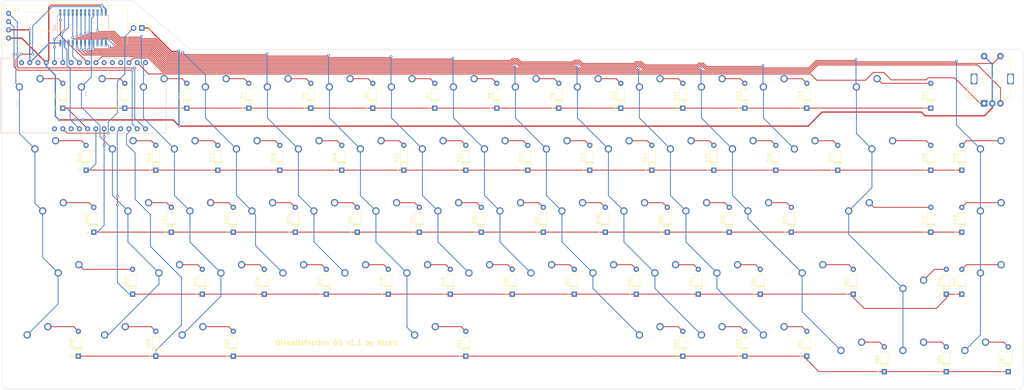
<source format=kicad_pcb>
(kicad_pcb (version 20171130) (host pcbnew "(5.1.5)-3")
  (layers (0 F.Cu signal) (31 B.Cu signal) (34 B.Paste user) (35 F.Paste user) (36 B.SilkS user) (37 F.SilkS user) (38 B.Mask user) (39 F.Mask user) (44 Edge.Cuts user))
  (net 0 "")
  (net 1 "Net-(D1-Pad2)")
  (net 2 ROW1)
  (net 3 "Net-(D2-Pad2)")
  (net 4 "Net-(D3-Pad2)")
  (net 5 "Net-(D4-Pad2)")
  (net 6 "Net-(D5-Pad2)")
  (net 7 "Net-(D6-Pad2)")
  (net 8 "Net-(D7-Pad2)")
  (net 9 "Net-(D8-Pad2)")
  (net 10 "Net-(D9-Pad2)")
  (net 11 "Net-(D10-Pad2)")
  (net 12 "Net-(D11-Pad2)")
  (net 13 "Net-(D12-Pad2)")
  (net 14 "Net-(D13-Pad2)")
  (net 15 "Net-(D14-Pad2)")
  (net 16 "Net-(D15-Pad2)")
  (net 17 ROW2)
  (net 18 "Net-(D16-Pad2)")
  (net 19 "Net-(D17-Pad2)")
  (net 20 "Net-(D18-Pad2)")
  (net 21 "Net-(D19-Pad2)")
  (net 22 "Net-(D20-Pad2)")
  (net 23 "Net-(D21-Pad2)")
  (net 24 "Net-(D22-Pad2)")
  (net 25 "Net-(D23-Pad2)")
  (net 26 "Net-(D24-Pad2)")
  (net 27 "Net-(D25-Pad2)")
  (net 28 "Net-(D26-Pad2)")
  (net 29 "Net-(D27-Pad2)")
  (net 30 "Net-(D28-Pad2)")
  (net 31 "Net-(D29-Pad2)")
  (net 32 "Net-(D30-Pad2)")
  (net 33 ROW3)
  (net 34 "Net-(D31-Pad2)")
  (net 35 "Net-(D32-Pad2)")
  (net 36 "Net-(D33-Pad2)")
  (net 37 "Net-(D34-Pad2)")
  (net 38 "Net-(D35-Pad2)")
  (net 39 "Net-(D36-Pad2)")
  (net 40 "Net-(D37-Pad2)")
  (net 41 "Net-(D38-Pad2)")
  (net 42 "Net-(D39-Pad2)")
  (net 43 "Net-(D40-Pad2)")
  (net 44 "Net-(D41-Pad2)")
  (net 45 "Net-(D42-Pad2)")
  (net 46 "Net-(D43-Pad2)")
  (net 47 "Net-(D44-Pad2)")
  (net 48 ROW4)
  (net 49 "Net-(D45-Pad2)")
  (net 50 "Net-(D46-Pad2)")
  (net 51 "Net-(D47-Pad2)")
  (net 52 "Net-(D48-Pad2)")
  (net 53 "Net-(D49-Pad2)")
  (net 54 "Net-(D50-Pad2)")
  (net 55 "Net-(D51-Pad2)")
  (net 56 "Net-(D52-Pad2)")
  (net 57 "Net-(D53-Pad2)")
  (net 58 "Net-(D54-Pad2)")
  (net 59 "Net-(D55-Pad2)")
  (net 60 "Net-(D56-Pad2)")
  (net 61 "Net-(D57-Pad2)")
  (net 62 "Net-(D58-Pad2)")
  (net 63 ROW5)
  (net 64 "Net-(D59-Pad2)")
  (net 65 "Net-(D60-Pad2)")
  (net 66 "Net-(D61-Pad2)")
  (net 67 "Net-(D62-Pad2)")
  (net 68 "Net-(D63-Pad2)")
  (net 69 "Net-(D64-Pad2)")
  (net 70 "Net-(D65-Pad2)")
  (net 71 "Net-(D66-Pad2)")
  (net 72 "Net-(D67-Pad2)")
  (net 73 COL9)
  (net 74 COL10)
  (net 75 COL11)
  (net 76 COL2)
  (net 77 COL3)
  (net 78 COL4)
  (net 79 COL5)
  (net 80 COL6)
  (net 81 COL7)
  (net 82 COL8)
  (net 83 COL12)
  (net 84 COL13)
  (net 85 COL14)
  (net 86 COL1)
  (net 87 COL15)
  (net 88 ENC_2)
  (net 89 GND)
  (net 90 ENC_1)
  (net 91 ENC_SW)
  (net 92 En)
  (net 93 3v3)
  (net 94 E)
  (net 95 CLD4)
  (net 96 CLD3)
  (net 97 "Net-(U2-Pad15)")
  (net 98 CLD2)
  (net 99 CLD1)
  (net 100 LE)
  (net 101 SCL)
  (net 102 SDA)
  (net 103 "Net-(U1-PadVBAT)")
  (net 104 "Net-(U1-PadVBUS)")
  (net 105 "Net-(U1-Pad13)")
  (net 106 "Net-(U1-Pad42)")
  (net 107 "Net-(U1-Pad9)")
  (net 108 "Net-(U1-Pad10)")
  (net 109 "Net-(U1-Pad11)")
  (net 110 "Net-(U1-PadDFU)")
  (net 111 "Net-(U1-Pad29)")
  (module Dissatisfaction65:OLED (layer F.Cu) (at 16.85 17.7)
    (fp_text reference U3 (at 3.75 1.3) (layer F.SilkS))
    (fp_text value SSD1306_I2C)
    (pad 4 thru_hole circle (at 1.4 10.01) (size 1.524 1.524) (drill 0.762) (layers *.Cu *.Mask) (net 89 GND))
    (pad 3 thru_hole circle (at 1.4 7.47) (size 1.524 1.524) (drill 0.762) (layers *.Cu *.Mask) (net 93 3v3))
    (pad 2 thru_hole circle (at 1.4 4.93) (size 1.524 1.524) (drill 0.762) (layers *.Cu *.Mask) (net 101 SCL))
    (pad 1 thru_hole circle (at 1.4 2.39) (size 1.524 1.524) (drill 0.762) (layers *.Cu *.Mask) (net 102 SDA))
  )
  (module Dissatisfaction65:Adafruit_Feather_32u4_Bluefruit_LE (layer B.Cu) (at 15.875 56.8325)
    (fp_text reference U1 (at 26.67 -11.93) (layer B.SilkS) (effects (justify mirror)))
    (fp_text value Adafruit_Feather_32u4_Bluefruit_LE)
    (pad VBAT thru_hole circle (at 16.51 -1.27) (size 1.524 1.524) (drill 0.762) (layers *.Cu *.Mask) (net 103 "Net-(U1-PadVBAT)"))
    (pad En thru_hole circle (at 19.05 -1.27) (size 1.524 1.524) (drill 0.762) (layers *.Cu *.Mask) (net 92 En))
    (pad VBUS thru_hole circle (at 21.59 -1.27) (size 1.524 1.524) (drill 0.762) (layers *.Cu *.Mask) (net 104 "Net-(U1-PadVBUS)"))
    (pad 32 thru_hole circle (at 24.13 -1.27) (size 1.524 1.524) (drill 0.762) (layers *.Cu *.Mask) (net 94 E))
    (pad 26 thru_hole circle (at 26.67 -1.27) (size 1.524 1.524) (drill 0.762) (layers *.Cu *.Mask) (net 2 ROW1))
    (pad 12 thru_hole circle (at 29.21 -1.27) (size 1.524 1.524) (drill 0.762) (layers *.Cu *.Mask) (net 17 ROW2))
    (pad 13 thru_hole circle (at 6.35 -21.59) (size 1.524 1.524) (drill 0.762) (layers *.Cu *.Mask) (net 105 "Net-(U1-Pad13)"))
    (pad 3V3 thru_hole circle (at 8.89 -21.59) (size 1.524 1.524) (drill 0.762) (layers *.Cu *.Mask) (net 93 3v3))
    (pad 42 thru_hole circle (at 11.43 -21.59) (size 1.524 1.524) (drill 0.762) (layers *.Cu *.Mask) (net 106 "Net-(U1-Pad42)"))
    (pad GND thru_hole circle (at 13.97 -21.59) (size 1.524 1.524) (drill 0.762) (layers *.Cu *.Mask) (net 89 GND))
    (pad 36 thru_hole circle (at 16.51 -21.59) (size 1.524 1.524) (drill 0.762) (layers *.Cu *.Mask) (net 99 CLD1))
    (pad 37 thru_hole circle (at 19.05 -21.59) (size 1.524 1.524) (drill 0.762) (layers *.Cu *.Mask) (net 98 CLD2))
    (pad 38 thru_hole circle (at 21.59 -21.59) (size 1.524 1.524) (drill 0.762) (layers *.Cu *.Mask) (net 95 CLD4))
    (pad 39 thru_hole circle (at 24.13 -21.59) (size 1.524 1.524) (drill 0.762) (layers *.Cu *.Mask) (net 96 CLD3))
    (pad 40 thru_hole circle (at 26.67 -21.59) (size 1.524 1.524) (drill 0.762) (layers *.Cu *.Mask) (net 100 LE))
    (pad 41 thru_hole circle (at 29.21 -21.59) (size 1.524 1.524) (drill 0.762) (layers *.Cu *.Mask) (net 91 ENC_SW))
    (pad 9 thru_hole circle (at 31.75 -21.59) (size 1.524 1.524) (drill 0.762) (layers *.Cu *.Mask) (net 107 "Net-(U1-Pad9)"))
    (pad 10 thru_hole circle (at 34.29 -21.59) (size 1.524 1.524) (drill 0.762) (layers *.Cu *.Mask) (net 108 "Net-(U1-Pad10)"))
    (pad 11 thru_hole circle (at 36.83 -21.59) (size 1.524 1.524) (drill 0.762) (layers *.Cu *.Mask) (net 109 "Net-(U1-Pad11)"))
    (pad 20 thru_hole circle (at 39.37 -21.59) (size 1.524 1.524) (drill 0.762) (layers *.Cu *.Mask) (net 90 ENC_1))
    (pad 21 thru_hole circle (at 41.91 -21.59) (size 1.524 1.524) (drill 0.762) (layers *.Cu *.Mask) (net 88 ENC_2))
    (pad DFU thru_hole circle (at 44.45 -21.59) (size 1.524 1.524) (drill 0.762) (layers *.Cu *.Mask) (net 110 "Net-(U1-PadDFU)"))
    (pad 19 thru_hole circle (at 44.45 -1.27) (size 1.524 1.524) (drill 0.762) (layers *.Cu *.Mask) (net 102 SDA))
    (pad 18 thru_hole circle (at 41.91 -1.27) (size 1.524 1.524) (drill 0.762) (layers *.Cu *.Mask) (net 101 SCL))
    (pad 31 thru_hole circle (at 39.37 -1.27) (size 1.524 1.524) (drill 0.762) (layers *.Cu *.Mask) (net 63 ROW5))
    (pad 27 thru_hole circle (at 36.83 -1.27) (size 1.524 1.524) (drill 0.762) (layers *.Cu *.Mask) (net 48 ROW4))
    (pad 29 thru_hole circle (at 34.29 -1.27) (size 1.524 1.524) (drill 0.762) (layers *.Cu *.Mask) (net 111 "Net-(U1-Pad29)"))
    (pad 30 thru_hole circle (at 31.75 -1.27) (size 1.524 1.524) (drill 0.762) (layers *.Cu *.Mask) (net 33 ROW3))
  )
  (module MX_Only:MXOnly-1.25U-NoLED (layer F.Cu) (at 51.59375 121.44375)
    (fp_text reference MX_WIN1)
    (fp_text value MX-NoLED)
    (pad 2 thru_hole circle (at 2.54 -5.08) (size 2.25 2.25) (drill 1.47) (layers *.Cu B.Mask) (net 64 "Net-(D59-Pad2)"))
    (pad "" np_thru_hole circle (at 0 0) (size 3.9878 3.9878) (drill 3.9878) (layers *.Cu *.Mask))
    (pad 1 thru_hole circle (at -3.81 -2.54) (size 2.25 2.25) (drill 1.47) (layers *.Cu B.Mask) (net 76 COL2))
    (pad "" np_thru_hole circle (at -5.08 0 48.0996) (size 1.75 1.75) (drill 1.75) (layers *.Cu *.Mask))
    (pad "" np_thru_hole circle (at 5.08 0 48.0996) (size 1.75 1.75) (drill 1.75) (layers *.Cu *.Mask))
  )
  (module MX_Only:MXOnly-1.25U-NoLED (layer F.Cu) (at 27.78125 121.44375)
    (fp_text reference MX_LCTRL1)
    (fp_text value MX-NoLED)
    (pad 2 thru_hole circle (at 2.54 -5.08) (size 2.25 2.25) (drill 1.47) (layers *.Cu B.Mask) (net 62 "Net-(D58-Pad2)"))
    (pad "" np_thru_hole circle (at 0 0) (size 3.9878 3.9878) (drill 3.9878) (layers *.Cu *.Mask))
    (pad 1 thru_hole circle (at -3.81 -2.54) (size 2.25 2.25) (drill 1.47) (layers *.Cu B.Mask) (net 86 COL1))
    (pad "" np_thru_hole circle (at -5.08 0 48.0996) (size 1.75 1.75) (drill 1.75) (layers *.Cu *.Mask))
    (pad "" np_thru_hole circle (at 5.08 0 48.0996) (size 1.75 1.75) (drill 1.75) (layers *.Cu *.Mask))
  )
  (module MX_Only:MXOnly-1.25U-NoLED (layer F.Cu) (at 75.40625 121.44375)
    (fp_text reference MX_LALT1)
    (fp_text value MX-NoLED)
    (pad 2 thru_hole circle (at 2.54 -5.08) (size 2.25 2.25) (drill 1.47) (layers *.Cu B.Mask) (net 65 "Net-(D60-Pad2)"))
    (pad "" np_thru_hole circle (at 0 0) (size 3.9878 3.9878) (drill 3.9878) (layers *.Cu *.Mask))
    (pad 1 thru_hole circle (at -3.81 -2.54) (size 2.25 2.25) (drill 1.47) (layers *.Cu B.Mask) (net 77 COL3))
    (pad "" np_thru_hole circle (at -5.08 0 48.0996) (size 1.75 1.75) (drill 1.75) (layers *.Cu *.Mask))
    (pad "" np_thru_hole circle (at 5.08 0 48.0996) (size 1.75 1.75) (drill 1.75) (layers *.Cu *.Mask))
  )
  (module MX_Only:MXOnly-1.5U-NoLED (layer F.Cu) (at 30.1625 64.29375)
    (fp_text reference MX_TAB1)
    (fp_text value MX-NoLED)
    (pad 2 thru_hole circle (at 2.54 -5.08) (size 2.25 2.25) (drill 1.47) (layers *.Cu B.Mask) (net 16 "Net-(D15-Pad2)"))
    (pad "" np_thru_hole circle (at 0 0) (size 3.9878 3.9878) (drill 3.9878) (layers *.Cu *.Mask))
    (pad 1 thru_hole circle (at -3.81 -2.54) (size 2.25 2.25) (drill 1.47) (layers *.Cu B.Mask) (net 86 COL1))
    (pad "" np_thru_hole circle (at -5.08 0 48.0996) (size 1.75 1.75) (drill 1.75) (layers *.Cu *.Mask))
    (pad "" np_thru_hole circle (at 5.08 0 48.0996) (size 1.75 1.75) (drill 1.75) (layers *.Cu *.Mask))
  )
  (module MX_Only:MXOnly-1.75U-NoLED (layer F.Cu) (at 265.90625 102.39375)
    (fp_text reference MX_RSHIFT1)
    (fp_text value MX-NoLED)
    (pad 2 thru_hole circle (at 2.54 -5.08) (size 2.25 2.25) (drill 1.47) (layers *.Cu B.Mask) (net 59 "Net-(D55-Pad2)"))
    (pad "" np_thru_hole circle (at 0 0) (size 3.9878 3.9878) (drill 3.9878) (layers *.Cu *.Mask))
    (pad 1 thru_hole circle (at -3.81 -2.54) (size 2.25 2.25) (drill 1.47) (layers *.Cu B.Mask) (net 83 COL12))
    (pad "" np_thru_hole circle (at -5.08 0 48.0996) (size 1.75 1.75) (drill 1.75) (layers *.Cu *.Mask))
    (pad "" np_thru_hole circle (at 5.08 0 48.0996) (size 1.75 1.75) (drill 1.75) (layers *.Cu *.Mask))
  )
  (module MX_Only:MXOnly-2.25U-NoLED (layer F.Cu) (at 37.30625 102.39375)
    (fp_text reference MX_LSHIFT1)
    (fp_text value MX-NoLED)
    (pad 2 thru_hole circle (at 2.54 -5.08) (size 2.25 2.25) (drill 1.47) (layers *.Cu B.Mask) (net 47 "Net-(D44-Pad2)"))
    (pad "" np_thru_hole circle (at 0 0) (size 3.9878 3.9878) (drill 3.9878) (layers *.Cu *.Mask))
    (pad 1 thru_hole circle (at -3.81 -2.54) (size 2.25 2.25) (drill 1.47) (layers *.Cu B.Mask) (net 86 COL1))
    (pad "" np_thru_hole circle (at -5.08 0 48.0996) (size 1.75 1.75) (drill 1.75) (layers *.Cu *.Mask))
    (pad "" np_thru_hole circle (at 5.08 0 48.0996) (size 1.75 1.75) (drill 1.75) (layers *.Cu *.Mask))
    (pad "" np_thru_hole circle (at -11.90625 -6.985) (size 3.048 3.048) (drill 3.048) (layers *.Cu *.Mask))
    (pad "" np_thru_hole circle (at 11.90625 -6.985) (size 3.048 3.048) (drill 3.048) (layers *.Cu *.Mask))
    (pad "" np_thru_hole circle (at -11.90625 8.255) (size 3.9878 3.9878) (drill 3.9878) (layers *.Cu *.Mask))
    (pad "" np_thru_hole circle (at 11.90625 8.255) (size 3.9878 3.9878) (drill 3.9878) (layers *.Cu *.Mask))
  )
  (module MX_Only:MXOnly-2.25U-NoLED (layer F.Cu) (at 280.19375 83.34375)
    (fp_text reference MX_ENTER1)
    (fp_text value MX-NoLED)
    (pad 2 thru_hole circle (at 2.54 -5.08) (size 2.25 2.25) (drill 1.47) (layers *.Cu B.Mask) (net 45 "Net-(D42-Pad2)"))
    (pad "" np_thru_hole circle (at 0 0) (size 3.9878 3.9878) (drill 3.9878) (layers *.Cu *.Mask))
    (pad 1 thru_hole circle (at -3.81 -2.54) (size 2.25 2.25) (drill 1.47) (layers *.Cu B.Mask) (net 85 COL14))
    (pad "" np_thru_hole circle (at -5.08 0 48.0996) (size 1.75 1.75) (drill 1.75) (layers *.Cu *.Mask))
    (pad "" np_thru_hole circle (at 5.08 0 48.0996) (size 1.75 1.75) (drill 1.75) (layers *.Cu *.Mask))
    (pad "" np_thru_hole circle (at -11.90625 -6.985) (size 3.048 3.048) (drill 3.048) (layers *.Cu *.Mask))
    (pad "" np_thru_hole circle (at 11.90625 -6.985) (size 3.048 3.048) (drill 3.048) (layers *.Cu *.Mask))
    (pad "" np_thru_hole circle (at -11.90625 8.255) (size 3.9878 3.9878) (drill 3.9878) (layers *.Cu *.Mask))
    (pad "" np_thru_hole circle (at 11.90625 8.255) (size 3.9878 3.9878) (drill 3.9878) (layers *.Cu *.Mask))
  )
  (module MX_Only:MXOnly-1.75U-NoLED (layer F.Cu) (at 32.54375 83.34375)
    (fp_text reference MX_CLCK1)
    (fp_text value MX-NoLED)
    (pad 2 thru_hole circle (at 2.54 -5.08) (size 2.25 2.25) (drill 1.47) (layers *.Cu B.Mask) (net 32 "Net-(D30-Pad2)"))
    (pad "" np_thru_hole circle (at 0 0) (size 3.9878 3.9878) (drill 3.9878) (layers *.Cu *.Mask))
    (pad 1 thru_hole circle (at -3.81 -2.54) (size 2.25 2.25) (drill 1.47) (layers *.Cu B.Mask) (net 86 COL1))
    (pad "" np_thru_hole circle (at -5.08 0 48.0996) (size 1.75 1.75) (drill 1.75) (layers *.Cu *.Mask))
    (pad "" np_thru_hole circle (at 5.08 0 48.0996) (size 1.75 1.75) (drill 1.75) (layers *.Cu *.Mask))
  )
  (module MX_Only:MXOnly-2U-NoLED (layer F.Cu) (at 282.575 45.24375)
    (fp_text reference MX_BKSP1)
    (fp_text value MX-NoLED)
    (pad 2 thru_hole circle (at 2.54 -5.08) (size 2.25 2.25) (drill 1.47) (layers *.Cu B.Mask) (net 15 "Net-(D14-Pad2)"))
    (pad "" np_thru_hole circle (at 0 0) (size 3.9878 3.9878) (drill 3.9878) (layers *.Cu *.Mask))
    (pad 1 thru_hole circle (at -3.81 -2.54) (size 2.25 2.25) (drill 1.47) (layers *.Cu B.Mask) (net 85 COL14))
    (pad "" np_thru_hole circle (at -5.08 0 48.0996) (size 1.75 1.75) (drill 1.75) (layers *.Cu *.Mask))
    (pad "" np_thru_hole circle (at 5.08 0 48.0996) (size 1.75 1.75) (drill 1.75) (layers *.Cu *.Mask))
    (pad "" np_thru_hole circle (at -11.90625 -6.985) (size 3.048 3.048) (drill 3.048) (layers *.Cu *.Mask))
    (pad "" np_thru_hole circle (at 11.90625 -6.985) (size 3.048 3.048) (drill 3.048) (layers *.Cu *.Mask))
    (pad "" np_thru_hole circle (at -11.90625 8.255) (size 3.9878 3.9878) (drill 3.9878) (layers *.Cu *.Mask))
    (pad "" np_thru_hole circle (at 11.90625 8.255) (size 3.9878 3.9878) (drill 3.9878) (layers *.Cu *.Mask))
  )
  (module MX_Only:MXOnly-1.5U-NoLED (layer F.Cu) (at 287.3375 64.29375)
    (fp_text reference MX_\1)
    (fp_text value MX-NoLED)
    (pad 2 thru_hole circle (at 2.54 -5.08) (size 2.25 2.25) (drill 1.47) (layers *.Cu B.Mask) (net 30 "Net-(D28-Pad2)"))
    (pad "" np_thru_hole circle (at 0 0) (size 3.9878 3.9878) (drill 3.9878) (layers *.Cu *.Mask))
    (pad 1 thru_hole circle (at -3.81 -2.54) (size 2.25 2.25) (drill 1.47) (layers *.Cu B.Mask) (net 85 COL14))
    (pad "" np_thru_hole circle (at -5.08 0 48.0996) (size 1.75 1.75) (drill 1.75) (layers *.Cu *.Mask))
    (pad "" np_thru_hole circle (at 5.08 0 48.0996) (size 1.75 1.75) (drill 1.75) (layers *.Cu *.Mask))
  )
  (module MX_Only:MXOnly-1U-NoLED (layer F.Cu) (at 68.2625 102.39375)
    (fp_text reference MX_Z1)
    (fp_text value MX-NoLED)
    (pad 2 thru_hole circle (at 2.54 -5.08) (size 2.25 2.25) (drill 1.47) (layers *.Cu B.Mask) (net 49 "Net-(D45-Pad2)"))
    (pad "" np_thru_hole circle (at 0 0) (size 3.9878 3.9878) (drill 3.9878) (layers *.Cu *.Mask))
    (pad 1 thru_hole circle (at -3.81 -2.54) (size 2.25 2.25) (drill 1.47) (layers *.Cu B.Mask) (net 76 COL2))
    (pad "" np_thru_hole circle (at -5.08 0 48.0996) (size 1.75 1.75) (drill 1.75) (layers *.Cu *.Mask))
    (pad "" np_thru_hole circle (at 5.08 0 48.0996) (size 1.75 1.75) (drill 1.75) (layers *.Cu *.Mask))
  )
  (module MX_Only:MXOnly-1U-NoLED (layer F.Cu) (at 149.225 64.29375)
    (fp_text reference MX_Y1)
    (fp_text value MX-NoLED)
    (pad 2 thru_hole circle (at 2.54 -5.08) (size 2.25 2.25) (drill 1.47) (layers *.Cu B.Mask) (net 23 "Net-(D21-Pad2)"))
    (pad "" np_thru_hole circle (at 0 0) (size 3.9878 3.9878) (drill 3.9878) (layers *.Cu *.Mask))
    (pad 1 thru_hole circle (at -3.81 -2.54) (size 2.25 2.25) (drill 1.47) (layers *.Cu B.Mask) (net 81 COL7))
    (pad "" np_thru_hole circle (at -5.08 0 48.0996) (size 1.75 1.75) (drill 1.75) (layers *.Cu *.Mask))
    (pad "" np_thru_hole circle (at 5.08 0 48.0996) (size 1.75 1.75) (drill 1.75) (layers *.Cu *.Mask))
  )
  (module MX_Only:MXOnly-1U-NoLED (layer F.Cu) (at 87.3125 102.39375)
    (fp_text reference MX_X1)
    (fp_text value MX-NoLED)
    (pad 2 thru_hole circle (at 2.54 -5.08) (size 2.25 2.25) (drill 1.47) (layers *.Cu B.Mask) (net 50 "Net-(D46-Pad2)"))
    (pad "" np_thru_hole circle (at 0 0) (size 3.9878 3.9878) (drill 3.9878) (layers *.Cu *.Mask))
    (pad 1 thru_hole circle (at -3.81 -2.54) (size 2.25 2.25) (drill 1.47) (layers *.Cu B.Mask) (net 77 COL3))
    (pad "" np_thru_hole circle (at -5.08 0 48.0996) (size 1.75 1.75) (drill 1.75) (layers *.Cu *.Mask))
    (pad "" np_thru_hole circle (at 5.08 0 48.0996) (size 1.75 1.75) (drill 1.75) (layers *.Cu *.Mask))
  )
  (module MX_Only:MXOnly-1U-NoLED (layer F.Cu) (at 73.025 64.29375)
    (fp_text reference MX_W1)
    (fp_text value MX-NoLED)
    (pad 2 thru_hole circle (at 2.54 -5.08) (size 2.25 2.25) (drill 1.47) (layers *.Cu B.Mask) (net 19 "Net-(D17-Pad2)"))
    (pad "" np_thru_hole circle (at 0 0) (size 3.9878 3.9878) (drill 3.9878) (layers *.Cu *.Mask))
    (pad 1 thru_hole circle (at -3.81 -2.54) (size 2.25 2.25) (drill 1.47) (layers *.Cu B.Mask) (net 77 COL3))
    (pad "" np_thru_hole circle (at -5.08 0 48.0996) (size 1.75 1.75) (drill 1.75) (layers *.Cu *.Mask))
    (pad "" np_thru_hole circle (at 5.08 0 48.0996) (size 1.75 1.75) (drill 1.75) (layers *.Cu *.Mask))
  )
  (module MX_Only:MXOnly-1U-NoLED (layer F.Cu) (at 125.4125 102.39375)
    (fp_text reference MX_V1)
    (fp_text value MX-NoLED)
    (pad 2 thru_hole circle (at 2.54 -5.08) (size 2.25 2.25) (drill 1.47) (layers *.Cu B.Mask) (net 52 "Net-(D48-Pad2)"))
    (pad "" np_thru_hole circle (at 0 0) (size 3.9878 3.9878) (drill 3.9878) (layers *.Cu *.Mask))
    (pad 1 thru_hole circle (at -3.81 -2.54) (size 2.25 2.25) (drill 1.47) (layers *.Cu B.Mask) (net 79 COL5))
    (pad "" np_thru_hole circle (at -5.08 0 48.0996) (size 1.75 1.75) (drill 1.75) (layers *.Cu *.Mask))
    (pad "" np_thru_hole circle (at 5.08 0 48.0996) (size 1.75 1.75) (drill 1.75) (layers *.Cu *.Mask))
  )
  (module MX_Only:MXOnly-1U-NoLED (layer F.Cu) (at 296.8625 107.15625)
    (fp_text reference MX_UP1)
    (fp_text value MX-NoLED)
    (pad 2 thru_hole circle (at 2.54 -5.08) (size 2.25 2.25) (drill 1.47) (layers *.Cu B.Mask) (net 60 "Net-(D56-Pad2)"))
    (pad "" np_thru_hole circle (at 0 0) (size 3.9878 3.9878) (drill 3.9878) (layers *.Cu *.Mask))
    (pad 1 thru_hole circle (at -3.81 -2.54) (size 2.25 2.25) (drill 1.47) (layers *.Cu B.Mask) (net 85 COL14))
    (pad "" np_thru_hole circle (at -5.08 0 48.0996) (size 1.75 1.75) (drill 1.75) (layers *.Cu *.Mask))
    (pad "" np_thru_hole circle (at 5.08 0 48.0996) (size 1.75 1.75) (drill 1.75) (layers *.Cu *.Mask))
  )
  (module MX_Only:MXOnly-1U-NoLED (layer F.Cu) (at 168.275 64.29375)
    (fp_text reference MX_U1)
    (fp_text value MX-NoLED)
    (pad 2 thru_hole circle (at 2.54 -5.08) (size 2.25 2.25) (drill 1.47) (layers *.Cu B.Mask) (net 24 "Net-(D22-Pad2)"))
    (pad "" np_thru_hole circle (at 0 0) (size 3.9878 3.9878) (drill 3.9878) (layers *.Cu *.Mask))
    (pad 1 thru_hole circle (at -3.81 -2.54) (size 2.25 2.25) (drill 1.47) (layers *.Cu B.Mask) (net 82 COL8))
    (pad "" np_thru_hole circle (at -5.08 0 48.0996) (size 1.75 1.75) (drill 1.75) (layers *.Cu *.Mask))
    (pad "" np_thru_hole circle (at 5.08 0 48.0996) (size 1.75 1.75) (drill 1.75) (layers *.Cu *.Mask))
  )
  (module MX_Only:MXOnly-1U-NoLED (layer F.Cu) (at 130.175 64.29375)
    (fp_text reference MX_T1)
    (fp_text value MX-NoLED)
    (pad 2 thru_hole circle (at 2.54 -5.08) (size 2.25 2.25) (drill 1.47) (layers *.Cu B.Mask) (net 22 "Net-(D20-Pad2)"))
    (pad "" np_thru_hole circle (at 0 0) (size 3.9878 3.9878) (drill 3.9878) (layers *.Cu *.Mask))
    (pad 1 thru_hole circle (at -3.81 -2.54) (size 2.25 2.25) (drill 1.47) (layers *.Cu B.Mask) (net 80 COL6))
    (pad "" np_thru_hole circle (at -5.08 0 48.0996) (size 1.75 1.75) (drill 1.75) (layers *.Cu *.Mask))
    (pad "" np_thru_hole circle (at 5.08 0 48.0996) (size 1.75 1.75) (drill 1.75) (layers *.Cu *.Mask))
  )
  (module MX_Only:MXOnly-1U-NoLED (layer F.Cu) (at 77.7875 83.34375)
    (fp_text reference MX_S1)
    (fp_text value MX-NoLED)
    (pad 2 thru_hole circle (at 2.54 -5.08) (size 2.25 2.25) (drill 1.47) (layers *.Cu B.Mask) (net 35 "Net-(D32-Pad2)"))
    (pad "" np_thru_hole circle (at 0 0) (size 3.9878 3.9878) (drill 3.9878) (layers *.Cu *.Mask))
    (pad 1 thru_hole circle (at -3.81 -2.54) (size 2.25 2.25) (drill 1.47) (layers *.Cu B.Mask) (net 77 COL3))
    (pad "" np_thru_hole circle (at -5.08 0 48.0996) (size 1.75 1.75) (drill 1.75) (layers *.Cu *.Mask))
    (pad "" np_thru_hole circle (at 5.08 0 48.0996) (size 1.75 1.75) (drill 1.75) (layers *.Cu *.Mask))
  )
  (module MX_Only:MXOnly-1U-NoLED (layer F.Cu) (at 315.9125 126.20625)
    (fp_text reference MX_RIGHT1)
    (fp_text value MX-NoLED)
    (pad 2 thru_hole circle (at 2.54 -5.08) (size 2.25 2.25) (drill 1.47) (layers *.Cu B.Mask) (net 72 "Net-(D67-Pad2)"))
    (pad "" np_thru_hole circle (at 0 0) (size 3.9878 3.9878) (drill 3.9878) (layers *.Cu *.Mask))
    (pad 1 thru_hole circle (at -3.81 -2.54) (size 2.25 2.25) (drill 1.47) (layers *.Cu B.Mask) (net 87 COL15))
    (pad "" np_thru_hole circle (at -5.08 0 48.0996) (size 1.75 1.75) (drill 1.75) (layers *.Cu *.Mask))
    (pad "" np_thru_hole circle (at 5.08 0 48.0996) (size 1.75 1.75) (drill 1.75) (layers *.Cu *.Mask))
  )
  (module MX_Only:MXOnly-1U-NoLED (layer F.Cu) (at 254 121.44375)
    (fp_text reference MX_RCTRL1)
    (fp_text value MX-NoLED)
    (pad 2 thru_hole circle (at 2.54 -5.08) (size 2.25 2.25) (drill 1.47) (layers *.Cu B.Mask) (net 69 "Net-(D64-Pad2)"))
    (pad "" np_thru_hole circle (at 0 0) (size 3.9878 3.9878) (drill 3.9878) (layers *.Cu *.Mask))
    (pad 1 thru_hole circle (at -3.81 -2.54) (size 2.25 2.25) (drill 1.47) (layers *.Cu B.Mask) (net 75 COL11))
    (pad "" np_thru_hole circle (at -5.08 0 48.0996) (size 1.75 1.75) (drill 1.75) (layers *.Cu *.Mask))
    (pad "" np_thru_hole circle (at 5.08 0 48.0996) (size 1.75 1.75) (drill 1.75) (layers *.Cu *.Mask))
  )
  (module MX_Only:MXOnly-1U-NoLED (layer F.Cu) (at 215.9 121.44375)
    (fp_text reference MX_RALT1)
    (fp_text value MX-NoLED)
    (pad 2 thru_hole circle (at 2.54 -5.08) (size 2.25 2.25) (drill 1.47) (layers *.Cu B.Mask) (net 67 "Net-(D62-Pad2)"))
    (pad "" np_thru_hole circle (at 0 0) (size 3.9878 3.9878) (drill 3.9878) (layers *.Cu *.Mask))
    (pad 1 thru_hole circle (at -3.81 -2.54) (size 2.25 2.25) (drill 1.47) (layers *.Cu B.Mask) (net 73 COL9))
    (pad "" np_thru_hole circle (at -5.08 0 48.0996) (size 1.75 1.75) (drill 1.75) (layers *.Cu *.Mask))
    (pad "" np_thru_hole circle (at 5.08 0 48.0996) (size 1.75 1.75) (drill 1.75) (layers *.Cu *.Mask))
  )
  (module MX_Only:MXOnly-1U-NoLED (layer F.Cu) (at 111.125 64.29375)
    (fp_text reference MX_R1)
    (fp_text value MX-NoLED)
    (pad 2 thru_hole circle (at 2.54 -5.08) (size 2.25 2.25) (drill 1.47) (layers *.Cu B.Mask) (net 21 "Net-(D19-Pad2)"))
    (pad "" np_thru_hole circle (at 0 0) (size 3.9878 3.9878) (drill 3.9878) (layers *.Cu *.Mask))
    (pad 1 thru_hole circle (at -3.81 -2.54) (size 2.25 2.25) (drill 1.47) (layers *.Cu B.Mask) (net 79 COL5))
    (pad "" np_thru_hole circle (at -5.08 0 48.0996) (size 1.75 1.75) (drill 1.75) (layers *.Cu *.Mask))
    (pad "" np_thru_hole circle (at 5.08 0 48.0996) (size 1.75 1.75) (drill 1.75) (layers *.Cu *.Mask))
  )
  (module MX_Only:MXOnly-1U-NoLED (layer F.Cu) (at 53.975 64.29375)
    (fp_text reference MX_Q1)
    (fp_text value MX-NoLED)
    (pad 2 thru_hole circle (at 2.54 -5.08) (size 2.25 2.25) (drill 1.47) (layers *.Cu B.Mask) (net 18 "Net-(D16-Pad2)"))
    (pad "" np_thru_hole circle (at 0 0) (size 3.9878 3.9878) (drill 3.9878) (layers *.Cu *.Mask))
    (pad 1 thru_hole circle (at -3.81 -2.54) (size 2.25 2.25) (drill 1.47) (layers *.Cu B.Mask) (net 76 COL2))
    (pad "" np_thru_hole circle (at -5.08 0 48.0996) (size 1.75 1.75) (drill 1.75) (layers *.Cu *.Mask))
    (pad "" np_thru_hole circle (at 5.08 0 48.0996) (size 1.75 1.75) (drill 1.75) (layers *.Cu *.Mask))
  )
  (module MX_Only:MXOnly-1U-NoLED (layer F.Cu) (at 225.425 64.29375)
    (fp_text reference MX_P1)
    (fp_text value MX-NoLED)
    (pad 2 thru_hole circle (at 2.54 -5.08) (size 2.25 2.25) (drill 1.47) (layers *.Cu B.Mask) (net 27 "Net-(D25-Pad2)"))
    (pad "" np_thru_hole circle (at 0 0) (size 3.9878 3.9878) (drill 3.9878) (layers *.Cu *.Mask))
    (pad 1 thru_hole circle (at -3.81 -2.54) (size 2.25 2.25) (drill 1.47) (layers *.Cu B.Mask) (net 75 COL11))
    (pad "" np_thru_hole circle (at -5.08 0 48.0996) (size 1.75 1.75) (drill 1.75) (layers *.Cu *.Mask))
    (pad "" np_thru_hole circle (at 5.08 0 48.0996) (size 1.75 1.75) (drill 1.75) (layers *.Cu *.Mask))
  )
  (module MX_Only:MXOnly-1U-NoLED (layer F.Cu) (at 206.375 64.29375)
    (fp_text reference MX_O1)
    (fp_text value MX-NoLED)
    (pad 2 thru_hole circle (at 2.54 -5.08) (size 2.25 2.25) (drill 1.47) (layers *.Cu B.Mask) (net 26 "Net-(D24-Pad2)"))
    (pad "" np_thru_hole circle (at 0 0) (size 3.9878 3.9878) (drill 3.9878) (layers *.Cu *.Mask))
    (pad 1 thru_hole circle (at -3.81 -2.54) (size 2.25 2.25) (drill 1.47) (layers *.Cu B.Mask) (net 74 COL10))
    (pad "" np_thru_hole circle (at -5.08 0 48.0996) (size 1.75 1.75) (drill 1.75) (layers *.Cu *.Mask))
    (pad "" np_thru_hole circle (at 5.08 0 48.0996) (size 1.75 1.75) (drill 1.75) (layers *.Cu *.Mask))
  )
  (module MX_Only:MXOnly-1U-NoLED (layer F.Cu) (at 163.5125 102.39375)
    (fp_text reference MX_N1)
    (fp_text value MX-NoLED)
    (pad 2 thru_hole circle (at 2.54 -5.08) (size 2.25 2.25) (drill 1.47) (layers *.Cu B.Mask) (net 54 "Net-(D50-Pad2)"))
    (pad "" np_thru_hole circle (at 0 0) (size 3.9878 3.9878) (drill 3.9878) (layers *.Cu *.Mask))
    (pad 1 thru_hole circle (at -3.81 -2.54) (size 2.25 2.25) (drill 1.47) (layers *.Cu B.Mask) (net 81 COL7))
    (pad "" np_thru_hole circle (at -5.08 0 48.0996) (size 1.75 1.75) (drill 1.75) (layers *.Cu *.Mask))
    (pad "" np_thru_hole circle (at 5.08 0 48.0996) (size 1.75 1.75) (drill 1.75) (layers *.Cu *.Mask))
  )
  (module MX_Only:MXOnly-1U-NoLED (layer F.Cu) (at 182.5625 102.39375)
    (fp_text reference MX_M1)
    (fp_text value MX-NoLED)
    (pad 2 thru_hole circle (at 2.54 -5.08) (size 2.25 2.25) (drill 1.47) (layers *.Cu B.Mask) (net 55 "Net-(D51-Pad2)"))
    (pad "" np_thru_hole circle (at 0 0) (size 3.9878 3.9878) (drill 3.9878) (layers *.Cu *.Mask))
    (pad 1 thru_hole circle (at -3.81 -2.54) (size 2.25 2.25) (drill 1.47) (layers *.Cu B.Mask) (net 82 COL8))
    (pad "" np_thru_hole circle (at -5.08 0 48.0996) (size 1.75 1.75) (drill 1.75) (layers *.Cu *.Mask))
    (pad "" np_thru_hole circle (at 5.08 0 48.0996) (size 1.75 1.75) (drill 1.75) (layers *.Cu *.Mask))
  )
  (module MX_Only:MXOnly-1U-NoLED (layer F.Cu) (at 277.8125 126.20625)
    (fp_text reference MX_LEFT1)
    (fp_text value MX-NoLED)
    (pad 2 thru_hole circle (at 2.54 -5.08) (size 2.25 2.25) (drill 1.47) (layers *.Cu B.Mask) (net 70 "Net-(D65-Pad2)"))
    (pad "" np_thru_hole circle (at 0 0) (size 3.9878 3.9878) (drill 3.9878) (layers *.Cu *.Mask))
    (pad 1 thru_hole circle (at -3.81 -2.54) (size 2.25 2.25) (drill 1.47) (layers *.Cu B.Mask) (net 83 COL12))
    (pad "" np_thru_hole circle (at -5.08 0 48.0996) (size 1.75 1.75) (drill 1.75) (layers *.Cu *.Mask))
    (pad "" np_thru_hole circle (at 5.08 0 48.0996) (size 1.75 1.75) (drill 1.75) (layers *.Cu *.Mask))
  )
  (module MX_Only:MXOnly-1U-NoLED (layer F.Cu) (at 211.1375 83.34375)
    (fp_text reference MX_L1)
    (fp_text value MX-NoLED)
    (pad 2 thru_hole circle (at 2.54 -5.08) (size 2.25 2.25) (drill 1.47) (layers *.Cu B.Mask) (net 42 "Net-(D39-Pad2)"))
    (pad "" np_thru_hole circle (at 0 0) (size 3.9878 3.9878) (drill 3.9878) (layers *.Cu *.Mask))
    (pad 1 thru_hole circle (at -3.81 -2.54) (size 2.25 2.25) (drill 1.47) (layers *.Cu B.Mask) (net 74 COL10))
    (pad "" np_thru_hole circle (at -5.08 0 48.0996) (size 1.75 1.75) (drill 1.75) (layers *.Cu *.Mask))
    (pad "" np_thru_hole circle (at 5.08 0 48.0996) (size 1.75 1.75) (drill 1.75) (layers *.Cu *.Mask))
  )
  (module MX_Only:MXOnly-1U-NoLED (layer F.Cu) (at 192.0875 83.34375)
    (fp_text reference MX_K1)
    (fp_text value MX-NoLED)
    (pad 2 thru_hole circle (at 2.54 -5.08) (size 2.25 2.25) (drill 1.47) (layers *.Cu B.Mask) (net 41 "Net-(D38-Pad2)"))
    (pad "" np_thru_hole circle (at 0 0) (size 3.9878 3.9878) (drill 3.9878) (layers *.Cu *.Mask))
    (pad 1 thru_hole circle (at -3.81 -2.54) (size 2.25 2.25) (drill 1.47) (layers *.Cu B.Mask) (net 73 COL9))
    (pad "" np_thru_hole circle (at -5.08 0 48.0996) (size 1.75 1.75) (drill 1.75) (layers *.Cu *.Mask))
    (pad "" np_thru_hole circle (at 5.08 0 48.0996) (size 1.75 1.75) (drill 1.75) (layers *.Cu *.Mask))
  )
  (module MX_Only:MXOnly-1U-NoLED (layer F.Cu) (at 173.0375 83.34375)
    (fp_text reference MX_J1)
    (fp_text value MX-NoLED)
    (pad 2 thru_hole circle (at 2.54 -5.08) (size 2.25 2.25) (drill 1.47) (layers *.Cu B.Mask) (net 40 "Net-(D37-Pad2)"))
    (pad "" np_thru_hole circle (at 0 0) (size 3.9878 3.9878) (drill 3.9878) (layers *.Cu *.Mask))
    (pad 1 thru_hole circle (at -3.81 -2.54) (size 2.25 2.25) (drill 1.47) (layers *.Cu B.Mask) (net 82 COL8))
    (pad "" np_thru_hole circle (at -5.08 0 48.0996) (size 1.75 1.75) (drill 1.75) (layers *.Cu *.Mask))
    (pad "" np_thru_hole circle (at 5.08 0 48.0996) (size 1.75 1.75) (drill 1.75) (layers *.Cu *.Mask))
  )
  (module MX_Only:MXOnly-1U-NoLED (layer F.Cu) (at 187.325 64.29375)
    (fp_text reference MX_I1)
    (fp_text value MX-NoLED)
    (pad 2 thru_hole circle (at 2.54 -5.08) (size 2.25 2.25) (drill 1.47) (layers *.Cu B.Mask) (net 25 "Net-(D23-Pad2)"))
    (pad "" np_thru_hole circle (at 0 0) (size 3.9878 3.9878) (drill 3.9878) (layers *.Cu *.Mask))
    (pad 1 thru_hole circle (at -3.81 -2.54) (size 2.25 2.25) (drill 1.47) (layers *.Cu B.Mask) (net 73 COL9))
    (pad "" np_thru_hole circle (at -5.08 0 48.0996) (size 1.75 1.75) (drill 1.75) (layers *.Cu *.Mask))
    (pad "" np_thru_hole circle (at 5.08 0 48.0996) (size 1.75 1.75) (drill 1.75) (layers *.Cu *.Mask))
  )
  (module MX_Only:MXOnly-1U-NoLED (layer F.Cu) (at 320.675 83.34375)
    (fp_text reference MX_HOME1)
    (fp_text value MX-NoLED)
    (pad 2 thru_hole circle (at 2.54 -5.08) (size 2.25 2.25) (drill 1.47) (layers *.Cu B.Mask) (net 46 "Net-(D43-Pad2)"))
    (pad "" np_thru_hole circle (at 0 0) (size 3.9878 3.9878) (drill 3.9878) (layers *.Cu *.Mask))
    (pad 1 thru_hole circle (at -3.81 -2.54) (size 2.25 2.25) (drill 1.47) (layers *.Cu B.Mask) (net 87 COL15))
    (pad "" np_thru_hole circle (at -5.08 0 48.0996) (size 1.75 1.75) (drill 1.75) (layers *.Cu *.Mask))
    (pad "" np_thru_hole circle (at 5.08 0 48.0996) (size 1.75 1.75) (drill 1.75) (layers *.Cu *.Mask))
  )
  (module MX_Only:MXOnly-1U-NoLED (layer F.Cu) (at 153.9875 83.34375)
    (fp_text reference MX_H1)
    (fp_text value MX-NoLED)
    (pad 2 thru_hole circle (at 2.54 -5.08) (size 2.25 2.25) (drill 1.47) (layers *.Cu B.Mask) (net 39 "Net-(D36-Pad2)"))
    (pad "" np_thru_hole circle (at 0 0) (size 3.9878 3.9878) (drill 3.9878) (layers *.Cu *.Mask))
    (pad 1 thru_hole circle (at -3.81 -2.54) (size 2.25 2.25) (drill 1.47) (layers *.Cu B.Mask) (net 81 COL7))
    (pad "" np_thru_hole circle (at -5.08 0 48.0996) (size 1.75 1.75) (drill 1.75) (layers *.Cu *.Mask))
    (pad "" np_thru_hole circle (at 5.08 0 48.0996) (size 1.75 1.75) (drill 1.75) (layers *.Cu *.Mask))
  )
  (module MX_Only:MXOnly-1U-NoLED (layer F.Cu) (at 134.9375 83.34375)
    (fp_text reference MX_G1)
    (fp_text value MX-NoLED)
    (pad 2 thru_hole circle (at 2.54 -5.08) (size 2.25 2.25) (drill 1.47) (layers *.Cu B.Mask) (net 38 "Net-(D35-Pad2)"))
    (pad "" np_thru_hole circle (at 0 0) (size 3.9878 3.9878) (drill 3.9878) (layers *.Cu *.Mask))
    (pad 1 thru_hole circle (at -3.81 -2.54) (size 2.25 2.25) (drill 1.47) (layers *.Cu B.Mask) (net 80 COL6))
    (pad "" np_thru_hole circle (at -5.08 0 48.0996) (size 1.75 1.75) (drill 1.75) (layers *.Cu *.Mask))
    (pad "" np_thru_hole circle (at 5.08 0 48.0996) (size 1.75 1.75) (drill 1.75) (layers *.Cu *.Mask))
  )
  (module MX_Only:MXOnly-1U-NoLED (layer F.Cu) (at 234.95 121.44375)
    (fp_text reference MX_FN1)
    (fp_text value MX-NoLED)
    (pad 2 thru_hole circle (at 2.54 -5.08) (size 2.25 2.25) (drill 1.47) (layers *.Cu B.Mask) (net 68 "Net-(D63-Pad2)"))
    (pad "" np_thru_hole circle (at 0 0) (size 3.9878 3.9878) (drill 3.9878) (layers *.Cu *.Mask))
    (pad 1 thru_hole circle (at -3.81 -2.54) (size 2.25 2.25) (drill 1.47) (layers *.Cu B.Mask) (net 74 COL10))
    (pad "" np_thru_hole circle (at -5.08 0 48.0996) (size 1.75 1.75) (drill 1.75) (layers *.Cu *.Mask))
    (pad "" np_thru_hole circle (at 5.08 0 48.0996) (size 1.75 1.75) (drill 1.75) (layers *.Cu *.Mask))
  )
  (module MX_Only:MXOnly-1U-NoLED (layer F.Cu) (at 115.8875 83.34375)
    (fp_text reference MX_F1)
    (fp_text value MX-NoLED)
    (pad 2 thru_hole circle (at 2.54 -5.08) (size 2.25 2.25) (drill 1.47) (layers *.Cu B.Mask) (net 37 "Net-(D34-Pad2)"))
    (pad "" np_thru_hole circle (at 0 0) (size 3.9878 3.9878) (drill 3.9878) (layers *.Cu *.Mask))
    (pad 1 thru_hole circle (at -3.81 -2.54) (size 2.25 2.25) (drill 1.47) (layers *.Cu B.Mask) (net 79 COL5))
    (pad "" np_thru_hole circle (at -5.08 0 48.0996) (size 1.75 1.75) (drill 1.75) (layers *.Cu *.Mask))
    (pad "" np_thru_hole circle (at 5.08 0 48.0996) (size 1.75 1.75) (drill 1.75) (layers *.Cu *.Mask))
  )
  (module MX_Only:MXOnly-1U-NoLED (layer F.Cu) (at 25.4 45.24375)
    (fp_text reference MX_ESC1)
    (fp_text value MX-NoLED)
    (pad 2 thru_hole circle (at 2.54 -5.08) (size 2.25 2.25) (drill 1.47) (layers *.Cu B.Mask) (net 1 "Net-(D1-Pad2)"))
    (pad "" np_thru_hole circle (at 0 0) (size 3.9878 3.9878) (drill 3.9878) (layers *.Cu *.Mask))
    (pad 1 thru_hole circle (at -3.81 -2.54) (size 2.25 2.25) (drill 1.47) (layers *.Cu B.Mask) (net 86 COL1))
    (pad "" np_thru_hole circle (at -5.08 0 48.0996) (size 1.75 1.75) (drill 1.75) (layers *.Cu *.Mask))
    (pad "" np_thru_hole circle (at 5.08 0 48.0996) (size 1.75 1.75) (drill 1.75) (layers *.Cu *.Mask))
  )
  (module MX_Only:MXOnly-1U-NoLED (layer F.Cu) (at 320.675 102.39375)
    (fp_text reference MX_END1)
    (fp_text value MX-NoLED)
    (pad 2 thru_hole circle (at 2.54 -5.08) (size 2.25 2.25) (drill 1.47) (layers *.Cu B.Mask) (net 61 "Net-(D57-Pad2)"))
    (pad "" np_thru_hole circle (at 0 0) (size 3.9878 3.9878) (drill 3.9878) (layers *.Cu *.Mask))
    (pad 1 thru_hole circle (at -3.81 -2.54) (size 2.25 2.25) (drill 1.47) (layers *.Cu B.Mask) (net 87 COL15))
    (pad "" np_thru_hole circle (at -5.08 0 48.0996) (size 1.75 1.75) (drill 1.75) (layers *.Cu *.Mask))
    (pad "" np_thru_hole circle (at 5.08 0 48.0996) (size 1.75 1.75) (drill 1.75) (layers *.Cu *.Mask))
  )
  (module MX_Only:MXOnly-1U-NoLED (layer F.Cu) (at 92.075 64.29375)
    (fp_text reference MX_E1)
    (fp_text value MX-NoLED)
    (pad 2 thru_hole circle (at 2.54 -5.08) (size 2.25 2.25) (drill 1.47) (layers *.Cu B.Mask) (net 20 "Net-(D18-Pad2)"))
    (pad "" np_thru_hole circle (at 0 0) (size 3.9878 3.9878) (drill 3.9878) (layers *.Cu *.Mask))
    (pad 1 thru_hole circle (at -3.81 -2.54) (size 2.25 2.25) (drill 1.47) (layers *.Cu B.Mask) (net 78 COL4))
    (pad "" np_thru_hole circle (at -5.08 0 48.0996) (size 1.75 1.75) (drill 1.75) (layers *.Cu *.Mask))
    (pad "" np_thru_hole circle (at 5.08 0 48.0996) (size 1.75 1.75) (drill 1.75) (layers *.Cu *.Mask))
  )
  (module MX_Only:MXOnly-1U-NoLED (layer F.Cu) (at 296.8625 126.20625)
    (fp_text reference MX_DOWN1)
    (fp_text value MX-NoLED)
    (pad 2 thru_hole circle (at 2.54 -5.08) (size 2.25 2.25) (drill 1.47) (layers *.Cu B.Mask) (net 71 "Net-(D66-Pad2)"))
    (pad "" np_thru_hole circle (at 0 0) (size 3.9878 3.9878) (drill 3.9878) (layers *.Cu *.Mask))
    (pad 1 thru_hole circle (at -3.81 -2.54) (size 2.25 2.25) (drill 1.47) (layers *.Cu B.Mask) (net 85 COL14))
    (pad "" np_thru_hole circle (at -5.08 0 48.0996) (size 1.75 1.75) (drill 1.75) (layers *.Cu *.Mask))
    (pad "" np_thru_hole circle (at 5.08 0 48.0996) (size 1.75 1.75) (drill 1.75) (layers *.Cu *.Mask))
  )
  (module MX_Only:MXOnly-1U-NoLED (layer F.Cu) (at 320.675 64.29375)
    (fp_text reference MX_DEL1)
    (fp_text value MX-NoLED)
    (pad 2 thru_hole circle (at 2.54 -5.08) (size 2.25 2.25) (drill 1.47) (layers *.Cu B.Mask) (net 31 "Net-(D29-Pad2)"))
    (pad "" np_thru_hole circle (at 0 0) (size 3.9878 3.9878) (drill 3.9878) (layers *.Cu *.Mask))
    (pad 1 thru_hole circle (at -3.81 -2.54) (size 2.25 2.25) (drill 1.47) (layers *.Cu B.Mask) (net 87 COL15))
    (pad "" np_thru_hole circle (at -5.08 0 48.0996) (size 1.75 1.75) (drill 1.75) (layers *.Cu *.Mask))
    (pad "" np_thru_hole circle (at 5.08 0 48.0996) (size 1.75 1.75) (drill 1.75) (layers *.Cu *.Mask))
  )
  (module MX_Only:MXOnly-1U-NoLED (layer F.Cu) (at 96.8375 83.34375)
    (fp_text reference MX_D1)
    (fp_text value MX-NoLED)
    (pad 2 thru_hole circle (at 2.54 -5.08) (size 2.25 2.25) (drill 1.47) (layers *.Cu B.Mask) (net 36 "Net-(D33-Pad2)"))
    (pad "" np_thru_hole circle (at 0 0) (size 3.9878 3.9878) (drill 3.9878) (layers *.Cu *.Mask))
    (pad 1 thru_hole circle (at -3.81 -2.54) (size 2.25 2.25) (drill 1.47) (layers *.Cu B.Mask) (net 78 COL4))
    (pad "" np_thru_hole circle (at -5.08 0 48.0996) (size 1.75 1.75) (drill 1.75) (layers *.Cu *.Mask))
    (pad "" np_thru_hole circle (at 5.08 0 48.0996) (size 1.75 1.75) (drill 1.75) (layers *.Cu *.Mask))
  )
  (module MX_Only:MXOnly-1U-NoLED (layer F.Cu) (at 106.3625 102.39375)
    (fp_text reference MX_C1)
    (fp_text value MX-NoLED)
    (pad 2 thru_hole circle (at 2.54 -5.08) (size 2.25 2.25) (drill 1.47) (layers *.Cu B.Mask) (net 51 "Net-(D47-Pad2)"))
    (pad "" np_thru_hole circle (at 0 0) (size 3.9878 3.9878) (drill 3.9878) (layers *.Cu *.Mask))
    (pad 1 thru_hole circle (at -3.81 -2.54) (size 2.25 2.25) (drill 1.47) (layers *.Cu B.Mask) (net 78 COL4))
    (pad "" np_thru_hole circle (at -5.08 0 48.0996) (size 1.75 1.75) (drill 1.75) (layers *.Cu *.Mask))
    (pad "" np_thru_hole circle (at 5.08 0 48.0996) (size 1.75 1.75) (drill 1.75) (layers *.Cu *.Mask))
  )
  (module MX_Only:MXOnly-1U-NoLED (layer F.Cu) (at 144.4625 102.39375)
    (fp_text reference MX_B1)
    (fp_text value MX-NoLED)
    (pad 2 thru_hole circle (at 2.54 -5.08) (size 2.25 2.25) (drill 1.47) (layers *.Cu B.Mask) (net 53 "Net-(D49-Pad2)"))
    (pad "" np_thru_hole circle (at 0 0) (size 3.9878 3.9878) (drill 3.9878) (layers *.Cu *.Mask))
    (pad 1 thru_hole circle (at -3.81 -2.54) (size 2.25 2.25) (drill 1.47) (layers *.Cu B.Mask) (net 80 COL6))
    (pad "" np_thru_hole circle (at -5.08 0 48.0996) (size 1.75 1.75) (drill 1.75) (layers *.Cu *.Mask))
    (pad "" np_thru_hole circle (at 5.08 0 48.0996) (size 1.75 1.75) (drill 1.75) (layers *.Cu *.Mask))
  )
  (module MX_Only:MXOnly-1U-NoLED (layer F.Cu) (at 58.7375 83.34375)
    (fp_text reference MX_A1)
    (fp_text value MX-NoLED)
    (pad 2 thru_hole circle (at 2.54 -5.08) (size 2.25 2.25) (drill 1.47) (layers *.Cu B.Mask) (net 34 "Net-(D31-Pad2)"))
    (pad "" np_thru_hole circle (at 0 0) (size 3.9878 3.9878) (drill 3.9878) (layers *.Cu *.Mask))
    (pad 1 thru_hole circle (at -3.81 -2.54) (size 2.25 2.25) (drill 1.47) (layers *.Cu B.Mask) (net 76 COL2))
    (pad "" np_thru_hole circle (at -5.08 0 48.0996) (size 1.75 1.75) (drill 1.75) (layers *.Cu *.Mask))
    (pad "" np_thru_hole circle (at 5.08 0 48.0996) (size 1.75 1.75) (drill 1.75) (layers *.Cu *.Mask))
  )
  (module MX_Only:MXOnly-1U-NoLED (layer F.Cu) (at 263.525 64.29375)
    (fp_text reference MX_]1)
    (fp_text value MX-NoLED)
    (pad 2 thru_hole circle (at 2.54 -5.08) (size 2.25 2.25) (drill 1.47) (layers *.Cu B.Mask) (net 29 "Net-(D27-Pad2)"))
    (pad "" np_thru_hole circle (at 0 0) (size 3.9878 3.9878) (drill 3.9878) (layers *.Cu *.Mask))
    (pad 1 thru_hole circle (at -3.81 -2.54) (size 2.25 2.25) (drill 1.47) (layers *.Cu B.Mask) (net 84 COL13))
    (pad "" np_thru_hole circle (at -5.08 0 48.0996) (size 1.75 1.75) (drill 1.75) (layers *.Cu *.Mask))
    (pad "" np_thru_hole circle (at 5.08 0 48.0996) (size 1.75 1.75) (drill 1.75) (layers *.Cu *.Mask))
  )
  (module MX_Only:MXOnly-1U-NoLED (layer F.Cu) (at 244.475 64.29375)
    (fp_text reference MX_[1)
    (fp_text value MX-NoLED)
    (pad 2 thru_hole circle (at 2.54 -5.08) (size 2.25 2.25) (drill 1.47) (layers *.Cu B.Mask) (net 28 "Net-(D26-Pad2)"))
    (pad "" np_thru_hole circle (at 0 0) (size 3.9878 3.9878) (drill 3.9878) (layers *.Cu *.Mask))
    (pad 1 thru_hole circle (at -3.81 -2.54) (size 2.25 2.25) (drill 1.47) (layers *.Cu B.Mask) (net 83 COL12))
    (pad "" np_thru_hole circle (at -5.08 0 48.0996) (size 1.75 1.75) (drill 1.75) (layers *.Cu *.Mask))
    (pad "" np_thru_hole circle (at 5.08 0 48.0996) (size 1.75 1.75) (drill 1.75) (layers *.Cu *.Mask))
  )
  (module MX_Only:MXOnly-1U-NoLED (layer F.Cu) (at 254 45.24375)
    (fp_text reference MX_=1)
    (fp_text value MX-NoLED)
    (pad 2 thru_hole circle (at 2.54 -5.08) (size 2.25 2.25) (drill 1.47) (layers *.Cu B.Mask) (net 14 "Net-(D13-Pad2)"))
    (pad "" np_thru_hole circle (at 0 0) (size 3.9878 3.9878) (drill 3.9878) (layers *.Cu *.Mask))
    (pad 1 thru_hole circle (at -3.81 -2.54) (size 2.25 2.25) (drill 1.47) (layers *.Cu B.Mask) (net 84 COL13))
    (pad "" np_thru_hole circle (at -5.08 0 48.0996) (size 1.75 1.75) (drill 1.75) (layers *.Cu *.Mask))
    (pad "" np_thru_hole circle (at 5.08 0 48.0996) (size 1.75 1.75) (drill 1.75) (layers *.Cu *.Mask))
  )
  (module MX_Only:MXOnly-1U-NoLED (layer F.Cu) (at 230.1875 83.34375)
    (fp_text reference MX_;1)
    (fp_text value MX-NoLED)
    (pad 2 thru_hole circle (at 2.54 -5.08) (size 2.25 2.25) (drill 1.47) (layers *.Cu B.Mask) (net 43 "Net-(D40-Pad2)"))
    (pad "" np_thru_hole circle (at 0 0) (size 3.9878 3.9878) (drill 3.9878) (layers *.Cu *.Mask))
    (pad 1 thru_hole circle (at -3.81 -2.54) (size 2.25 2.25) (drill 1.47) (layers *.Cu B.Mask) (net 75 COL11))
    (pad "" np_thru_hole circle (at -5.08 0 48.0996) (size 1.75 1.75) (drill 1.75) (layers *.Cu *.Mask))
    (pad "" np_thru_hole circle (at 5.08 0 48.0996) (size 1.75 1.75) (drill 1.75) (layers *.Cu *.Mask))
  )
  (module MX_Only:MXOnly-1U-NoLED (layer F.Cu) (at 239.7125 102.39375)
    (fp_text reference MX_/1)
    (fp_text value MX-NoLED)
    (pad 2 thru_hole circle (at 2.54 -5.08) (size 2.25 2.25) (drill 1.47) (layers *.Cu B.Mask) (net 58 "Net-(D54-Pad2)"))
    (pad "" np_thru_hole circle (at 0 0) (size 3.9878 3.9878) (drill 3.9878) (layers *.Cu *.Mask))
    (pad 1 thru_hole circle (at -3.81 -2.54) (size 2.25 2.25) (drill 1.47) (layers *.Cu B.Mask) (net 75 COL11))
    (pad "" np_thru_hole circle (at -5.08 0 48.0996) (size 1.75 1.75) (drill 1.75) (layers *.Cu *.Mask))
    (pad "" np_thru_hole circle (at 5.08 0 48.0996) (size 1.75 1.75) (drill 1.75) (layers *.Cu *.Mask))
  )
  (module MX_Only:MXOnly-1U-NoLED (layer F.Cu) (at 234.95 45.24375)
    (fp_text reference MX_-1)
    (fp_text value MX-NoLED)
    (pad 2 thru_hole circle (at 2.54 -5.08) (size 2.25 2.25) (drill 1.47) (layers *.Cu B.Mask) (net 13 "Net-(D12-Pad2)"))
    (pad "" np_thru_hole circle (at 0 0) (size 3.9878 3.9878) (drill 3.9878) (layers *.Cu *.Mask))
    (pad 1 thru_hole circle (at -3.81 -2.54) (size 2.25 2.25) (drill 1.47) (layers *.Cu B.Mask) (net 83 COL12))
    (pad "" np_thru_hole circle (at -5.08 0 48.0996) (size 1.75 1.75) (drill 1.75) (layers *.Cu *.Mask))
    (pad "" np_thru_hole circle (at 5.08 0 48.0996) (size 1.75 1.75) (drill 1.75) (layers *.Cu *.Mask))
  )
  (module MX_Only:MXOnly-1U-NoLED (layer F.Cu) (at 249.2375 83.34375)
    (fp_text reference MX_'1)
    (fp_text value MX-NoLED)
    (pad 2 thru_hole circle (at 2.54 -5.08) (size 2.25 2.25) (drill 1.47) (layers *.Cu B.Mask) (net 44 "Net-(D41-Pad2)"))
    (pad "" np_thru_hole circle (at 0 0) (size 3.9878 3.9878) (drill 3.9878) (layers *.Cu *.Mask))
    (pad 1 thru_hole circle (at -3.81 -2.54) (size 2.25 2.25) (drill 1.47) (layers *.Cu B.Mask) (net 83 COL12))
    (pad "" np_thru_hole circle (at -5.08 0 48.0996) (size 1.75 1.75) (drill 1.75) (layers *.Cu *.Mask))
    (pad "" np_thru_hole circle (at 5.08 0 48.0996) (size 1.75 1.75) (drill 1.75) (layers *.Cu *.Mask))
  )
  (module MX_Only:MXOnly-1U-NoLED (layer F.Cu) (at 196.85 45.24375)
    (fp_text reference MX_9)
    (fp_text value MX-NoLED)
    (pad 2 thru_hole circle (at 2.54 -5.08) (size 2.25 2.25) (drill 1.47) (layers *.Cu B.Mask) (net 11 "Net-(D10-Pad2)"))
    (pad "" np_thru_hole circle (at 0 0) (size 3.9878 3.9878) (drill 3.9878) (layers *.Cu *.Mask))
    (pad 1 thru_hole circle (at -3.81 -2.54) (size 2.25 2.25) (drill 1.47) (layers *.Cu B.Mask) (net 74 COL10))
    (pad "" np_thru_hole circle (at -5.08 0 48.0996) (size 1.75 1.75) (drill 1.75) (layers *.Cu *.Mask))
    (pad "" np_thru_hole circle (at 5.08 0 48.0996) (size 1.75 1.75) (drill 1.75) (layers *.Cu *.Mask))
  )
  (module MX_Only:MXOnly-1U-NoLED (layer F.Cu) (at 177.8 45.24375)
    (fp_text reference MX_8)
    (fp_text value MX-NoLED)
    (pad 2 thru_hole circle (at 2.54 -5.08) (size 2.25 2.25) (drill 1.47) (layers *.Cu B.Mask) (net 10 "Net-(D9-Pad2)"))
    (pad "" np_thru_hole circle (at 0 0) (size 3.9878 3.9878) (drill 3.9878) (layers *.Cu *.Mask))
    (pad 1 thru_hole circle (at -3.81 -2.54) (size 2.25 2.25) (drill 1.47) (layers *.Cu B.Mask) (net 73 COL9))
    (pad "" np_thru_hole circle (at -5.08 0 48.0996) (size 1.75 1.75) (drill 1.75) (layers *.Cu *.Mask))
    (pad "" np_thru_hole circle (at 5.08 0 48.0996) (size 1.75 1.75) (drill 1.75) (layers *.Cu *.Mask))
  )
  (module MX_Only:MXOnly-1U-NoLED (layer F.Cu) (at 158.75 45.24375)
    (fp_text reference MX_7)
    (fp_text value MX-NoLED)
    (pad 2 thru_hole circle (at 2.54 -5.08) (size 2.25 2.25) (drill 1.47) (layers *.Cu B.Mask) (net 9 "Net-(D8-Pad2)"))
    (pad "" np_thru_hole circle (at 0 0) (size 3.9878 3.9878) (drill 3.9878) (layers *.Cu *.Mask))
    (pad 1 thru_hole circle (at -3.81 -2.54) (size 2.25 2.25) (drill 1.47) (layers *.Cu B.Mask) (net 82 COL8))
    (pad "" np_thru_hole circle (at -5.08 0 48.0996) (size 1.75 1.75) (drill 1.75) (layers *.Cu *.Mask))
    (pad "" np_thru_hole circle (at 5.08 0 48.0996) (size 1.75 1.75) (drill 1.75) (layers *.Cu *.Mask))
  )
  (module MX_Only:MXOnly-1U-NoLED (layer F.Cu) (at 139.7 45.24375)
    (fp_text reference MX_6)
    (fp_text value MX-NoLED)
    (pad 2 thru_hole circle (at 2.54 -5.08) (size 2.25 2.25) (drill 1.47) (layers *.Cu B.Mask) (net 8 "Net-(D7-Pad2)"))
    (pad "" np_thru_hole circle (at 0 0) (size 3.9878 3.9878) (drill 3.9878) (layers *.Cu *.Mask))
    (pad 1 thru_hole circle (at -3.81 -2.54) (size 2.25 2.25) (drill 1.47) (layers *.Cu B.Mask) (net 81 COL7))
    (pad "" np_thru_hole circle (at -5.08 0 48.0996) (size 1.75 1.75) (drill 1.75) (layers *.Cu *.Mask))
    (pad "" np_thru_hole circle (at 5.08 0 48.0996) (size 1.75 1.75) (drill 1.75) (layers *.Cu *.Mask))
  )
  (module MX_Only:MXOnly-1U-NoLED (layer F.Cu) (at 120.65 45.24375)
    (fp_text reference MX_5)
    (fp_text value MX-NoLED)
    (pad 2 thru_hole circle (at 2.54 -5.08) (size 2.25 2.25) (drill 1.47) (layers *.Cu B.Mask) (net 7 "Net-(D6-Pad2)"))
    (pad "" np_thru_hole circle (at 0 0) (size 3.9878 3.9878) (drill 3.9878) (layers *.Cu *.Mask))
    (pad 1 thru_hole circle (at -3.81 -2.54) (size 2.25 2.25) (drill 1.47) (layers *.Cu B.Mask) (net 80 COL6))
    (pad "" np_thru_hole circle (at -5.08 0 48.0996) (size 1.75 1.75) (drill 1.75) (layers *.Cu *.Mask))
    (pad "" np_thru_hole circle (at 5.08 0 48.0996) (size 1.75 1.75) (drill 1.75) (layers *.Cu *.Mask))
  )
  (module MX_Only:MXOnly-1U-NoLED (layer F.Cu) (at 101.6 45.24375)
    (fp_text reference MX_4)
    (fp_text value MX-NoLED)
    (pad 2 thru_hole circle (at 2.54 -5.08) (size 2.25 2.25) (drill 1.47) (layers *.Cu B.Mask) (net 6 "Net-(D5-Pad2)"))
    (pad "" np_thru_hole circle (at 0 0) (size 3.9878 3.9878) (drill 3.9878) (layers *.Cu *.Mask))
    (pad 1 thru_hole circle (at -3.81 -2.54) (size 2.25 2.25) (drill 1.47) (layers *.Cu B.Mask) (net 79 COL5))
    (pad "" np_thru_hole circle (at -5.08 0 48.0996) (size 1.75 1.75) (drill 1.75) (layers *.Cu *.Mask))
    (pad "" np_thru_hole circle (at 5.08 0 48.0996) (size 1.75 1.75) (drill 1.75) (layers *.Cu *.Mask))
  )
  (module MX_Only:MXOnly-1U-NoLED (layer F.Cu) (at 82.55 45.24375)
    (fp_text reference MX_3)
    (fp_text value MX-NoLED)
    (pad 2 thru_hole circle (at 2.54 -5.08) (size 2.25 2.25) (drill 1.47) (layers *.Cu B.Mask) (net 5 "Net-(D4-Pad2)"))
    (pad "" np_thru_hole circle (at 0 0) (size 3.9878 3.9878) (drill 3.9878) (layers *.Cu *.Mask))
    (pad 1 thru_hole circle (at -3.81 -2.54) (size 2.25 2.25) (drill 1.47) (layers *.Cu B.Mask) (net 78 COL4))
    (pad "" np_thru_hole circle (at -5.08 0 48.0996) (size 1.75 1.75) (drill 1.75) (layers *.Cu *.Mask))
    (pad "" np_thru_hole circle (at 5.08 0 48.0996) (size 1.75 1.75) (drill 1.75) (layers *.Cu *.Mask))
  )
  (module MX_Only:MXOnly-1U-NoLED (layer F.Cu) (at 63.5 45.24375)
    (fp_text reference MX_2)
    (fp_text value MX-NoLED)
    (pad 2 thru_hole circle (at 2.54 -5.08) (size 2.25 2.25) (drill 1.47) (layers *.Cu B.Mask) (net 4 "Net-(D3-Pad2)"))
    (pad "" np_thru_hole circle (at 0 0) (size 3.9878 3.9878) (drill 3.9878) (layers *.Cu *.Mask))
    (pad 1 thru_hole circle (at -3.81 -2.54) (size 2.25 2.25) (drill 1.47) (layers *.Cu B.Mask) (net 77 COL3))
    (pad "" np_thru_hole circle (at -5.08 0 48.0996) (size 1.75 1.75) (drill 1.75) (layers *.Cu *.Mask))
    (pad "" np_thru_hole circle (at 5.08 0 48.0996) (size 1.75 1.75) (drill 1.75) (layers *.Cu *.Mask))
  )
  (module MX_Only:MXOnly-1U-NoLED (layer F.Cu) (at 44.45 45.24375)
    (fp_text reference MX_1)
    (fp_text value MX-NoLED)
    (pad 2 thru_hole circle (at 2.54 -5.08) (size 2.25 2.25) (drill 1.47) (layers *.Cu B.Mask) (net 3 "Net-(D2-Pad2)"))
    (pad "" np_thru_hole circle (at 0 0) (size 3.9878 3.9878) (drill 3.9878) (layers *.Cu *.Mask))
    (pad 1 thru_hole circle (at -3.81 -2.54) (size 2.25 2.25) (drill 1.47) (layers *.Cu B.Mask) (net 76 COL2))
    (pad "" np_thru_hole circle (at -5.08 0 48.0996) (size 1.75 1.75) (drill 1.75) (layers *.Cu *.Mask))
    (pad "" np_thru_hole circle (at 5.08 0 48.0996) (size 1.75 1.75) (drill 1.75) (layers *.Cu *.Mask))
  )
  (module MX_Only:MXOnly-1U-NoLED (layer F.Cu) (at 215.9 45.24375)
    (fp_text reference MX_0)
    (fp_text value MX-NoLED)
    (pad 2 thru_hole circle (at 2.54 -5.08) (size 2.25 2.25) (drill 1.47) (layers *.Cu B.Mask) (net 12 "Net-(D11-Pad2)"))
    (pad "" np_thru_hole circle (at 0 0) (size 3.9878 3.9878) (drill 3.9878) (layers *.Cu *.Mask))
    (pad 1 thru_hole circle (at -3.81 -2.54) (size 2.25 2.25) (drill 1.47) (layers *.Cu B.Mask) (net 75 COL11))
    (pad "" np_thru_hole circle (at -5.08 0 48.0996) (size 1.75 1.75) (drill 1.75) (layers *.Cu *.Mask))
    (pad "" np_thru_hole circle (at 5.08 0 48.0996) (size 1.75 1.75) (drill 1.75) (layers *.Cu *.Mask))
  )
  (module MX_Only:MXOnly-1U-NoLED (layer F.Cu) (at 220.6625 102.39375)
    (fp_text reference MX_.1)
    (fp_text value MX-NoLED)
    (pad 2 thru_hole circle (at 2.54 -5.08) (size 2.25 2.25) (drill 1.47) (layers *.Cu B.Mask) (net 57 "Net-(D53-Pad2)"))
    (pad "" np_thru_hole circle (at 0 0) (size 3.9878 3.9878) (drill 3.9878) (layers *.Cu *.Mask))
    (pad 1 thru_hole circle (at -3.81 -2.54) (size 2.25 2.25) (drill 1.47) (layers *.Cu B.Mask) (net 74 COL10))
    (pad "" np_thru_hole circle (at -5.08 0 48.0996) (size 1.75 1.75) (drill 1.75) (layers *.Cu *.Mask))
    (pad "" np_thru_hole circle (at 5.08 0 48.0996) (size 1.75 1.75) (drill 1.75) (layers *.Cu *.Mask))
  )
  (module MX_Only:MXOnly-1U-NoLED (layer F.Cu) (at 201.6125 102.39375)
    (fp_text reference MX_,1)
    (fp_text value MX-NoLED)
    (pad 2 thru_hole circle (at 2.54 -5.08) (size 2.25 2.25) (drill 1.47) (layers *.Cu B.Mask) (net 56 "Net-(D52-Pad2)"))
    (pad "" np_thru_hole circle (at 0 0) (size 3.9878 3.9878) (drill 3.9878) (layers *.Cu *.Mask))
    (pad 1 thru_hole circle (at -3.81 -2.54) (size 2.25 2.25) (drill 1.47) (layers *.Cu B.Mask) (net 73 COL9))
    (pad "" np_thru_hole circle (at -5.08 0 48.0996) (size 1.75 1.75) (drill 1.75) (layers *.Cu *.Mask))
    (pad "" np_thru_hole circle (at 5.08 0 48.0996) (size 1.75 1.75) (drill 1.75) (layers *.Cu *.Mask))
  )
  (module MX_Only:MXOnly-6.25U-ReversedStabilizers-NoLED (layer F.Cu) (at 146.84375 121.44375)
    (fp_text reference MX_SPC1)
    (fp_text value MX-NoLED)
    (pad 2 thru_hole circle (at 2.54 -5.08) (size 2.25 2.25) (drill 1.47) (layers *.Cu B.Mask) (net 66 "Net-(D61-Pad2)"))
    (pad "" np_thru_hole circle (at 0 0) (size 3.9878 3.9878) (drill 3.9878) (layers *.Cu *.Mask))
    (pad 1 thru_hole circle (at -3.81 -2.54) (size 2.25 2.25) (drill 1.47) (layers *.Cu B.Mask) (net 80 COL6))
    (pad "" np_thru_hole circle (at -5.08 0 48.0996) (size 1.75 1.75) (drill 1.75) (layers *.Cu *.Mask))
    (pad "" np_thru_hole circle (at 5.08 0 48.0996) (size 1.75 1.75) (drill 1.75) (layers *.Cu *.Mask))
    (pad "" np_thru_hole circle (at -49.9999 6.985) (size 3.048 3.048) (drill 3.048) (layers *.Cu *.Mask))
    (pad "" np_thru_hole circle (at 49.9999 6.985) (size 3.048 3.048) (drill 3.048) (layers *.Cu *.Mask))
    (pad "" np_thru_hole circle (at -49.9999 -8.255) (size 3.9878 3.9878) (drill 3.9878) (layers *.Cu *.Mask))
    (pad "" np_thru_hole circle (at 49.9999 -8.255) (size 3.9878 3.9878) (drill 3.9878) (layers *.Cu *.Mask))
  )
  (module Package_SO:SOIC-24W_7.5x15.4mm_P1.27mm (layer B.Cu) (at 41.148 24.512 270)
    (fp_text reference U2 (at 0 8.8 270) (layer B.SilkS) (effects (justify mirror)))
    (fp_text value 74HC4514)
    (pad 24 smd rect (at 4.7 6.985 270) (size 2 0.6) (layers B.Cu B.Paste B.Mask) (net 93 3v3))
    (pad 23 smd rect (at 4.7 5.715 270) (size 2 0.6) (layers B.Cu B.Paste B.Mask) (net 94 E))
    (pad 22 smd rect (at 4.7 4.445 270) (size 2 0.6) (layers B.Cu B.Paste B.Mask) (net 95 CLD4))
    (pad 21 smd rect (at 4.7 3.175 270) (size 2 0.6) (layers B.Cu B.Paste B.Mask) (net 96 CLD3))
    (pad 20 smd rect (at 4.7 1.905 270) (size 2 0.6) (layers B.Cu B.Paste B.Mask) (net 75 COL11))
    (pad 19 smd rect (at 4.7 0.635 270) (size 2 0.6) (layers B.Cu B.Paste B.Mask) (net 83 COL12))
    (pad 18 smd rect (at 4.7 -0.635 270) (size 2 0.6) (layers B.Cu B.Paste B.Mask) (net 73 COL9))
    (pad 17 smd rect (at 4.7 -1.905 270) (size 2 0.6) (layers B.Cu B.Paste B.Mask) (net 74 COL10))
    (pad 16 smd rect (at 4.7 -3.175 270) (size 2 0.6) (layers B.Cu B.Paste B.Mask) (net 87 COL15))
    (pad 15 smd rect (at 4.7 -4.445 270) (size 2 0.6) (layers B.Cu B.Paste B.Mask) (net 97 "Net-(U2-Pad15)"))
    (pad 14 smd rect (at 4.7 -5.715 270) (size 2 0.6) (layers B.Cu B.Paste B.Mask) (net 84 COL13))
    (pad 13 smd rect (at 4.7 -6.985 270) (size 2 0.6) (layers B.Cu B.Paste B.Mask) (net 85 COL14))
    (pad 12 smd rect (at -4.7 -6.985 270) (size 2 0.6) (layers B.Cu B.Paste B.Mask) (net 89 GND))
    (pad 11 smd rect (at -4.7 -5.715 270) (size 2 0.6) (layers B.Cu B.Paste B.Mask) (net 86 COL1))
    (pad 10 smd rect (at -4.7 -4.445 270) (size 2 0.6) (layers B.Cu B.Paste B.Mask) (net 77 COL3))
    (pad 9 smd rect (at -4.7 -3.175 270) (size 2 0.6) (layers B.Cu B.Paste B.Mask) (net 76 COL2))
    (pad 8 smd rect (at -4.7 -1.905 270) (size 2 0.6) (layers B.Cu B.Paste B.Mask) (net 78 COL4))
    (pad 7 smd rect (at -4.7 -0.635 270) (size 2 0.6) (layers B.Cu B.Paste B.Mask) (net 79 COL5))
    (pad 6 smd rect (at -4.7 0.635 270) (size 2 0.6) (layers B.Cu B.Paste B.Mask) (net 80 COL6))
    (pad 5 smd rect (at -4.7 1.905 270) (size 2 0.6) (layers B.Cu B.Paste B.Mask) (net 81 COL7))
    (pad 4 smd rect (at -4.7 3.175 270) (size 2 0.6) (layers B.Cu B.Paste B.Mask) (net 82 COL8))
    (pad 3 smd rect (at -4.7 4.445 270) (size 2 0.6) (layers B.Cu B.Paste B.Mask) (net 98 CLD2))
    (pad 2 smd rect (at -4.7 5.715 270) (size 2 0.6) (layers B.Cu B.Paste B.Mask) (net 99 CLD1))
    (pad 1 smd rect (at -4.7 6.985 270) (size 2 0.6) (layers B.Cu B.Paste B.Mask) (net 100 LE))
  )
  (module Connector_PinHeader_2.54mm:PinHeader_1x02_P2.54mm_Vertical (layer F.Cu) (at 59.2 24.6 270)
    (fp_text reference SW2 (at 0 -2.33 270) (layer F.SilkS))
    (fp_text value SW_SPST)
    (pad 2 thru_hole oval (at 0 2.54 270) (size 1.7 1.7) (drill 1) (layers *.Cu *.Mask) (net 92 En))
    (pad 1 thru_hole rect (at 0 0 270) (size 1.7 1.7) (drill 1) (layers *.Cu *.Mask) (net 89 GND))
  )
  (module Rotary_Encoder:RotaryEncoder_Alps_EC11E-Switch_Vertical_H20mm (layer F.Cu) (at 318.008 47.752 90)
    (fp_text reference SW1 (at 2.8 -4.7 90) (layer F.SilkS))
    (fp_text value Rotary_Encoder_Switch)
    (pad A thru_hole rect (at 0 0 90) (size 2 2) (drill 1) (layers *.Cu *.Mask) (net 88 ENC_2))
    (pad C thru_hole circle (at 0 2.5 90) (size 2 2) (drill 1) (layers *.Cu *.Mask) (net 89 GND))
    (pad B thru_hole circle (at 0 5 90) (size 2 2) (drill 1) (layers *.Cu *.Mask) (net 90 ENC_1))
    (pad MP thru_hole rect (at 7.5 -3.1 90) (size 3.2 2) (drill oval 2.8 1.5) (layers *.Cu *.Mask))
    (pad MP thru_hole rect (at 7.5 8.1 90) (size 3.2 2) (drill oval 2.8 1.5) (layers *.Cu *.Mask))
    (pad S2 thru_hole circle (at 14.5 0 90) (size 2 2) (drill 1) (layers *.Cu *.Mask) (net 89 GND))
    (pad S1 thru_hole circle (at 14.5 5 90) (size 2 2) (drill 1) (layers *.Cu *.Mask) (net 91 ENC_SW))
  )
  (module Diode_THT:D_DO-35_SOD27_P7.62mm_Horizontal (layer F.Cu) (at 325.4375 130.175 90)
    (fp_text reference D67 (at 3.81 -2.12 90) (layer F.SilkS))
    (fp_text value D_Small)
    (fp_text user K (at 0 -1.8 90) (layer F.SilkS))
    (pad 2 thru_hole oval (at 7.62 0 90) (size 1.6 1.6) (drill 0.8) (layers *.Cu *.Mask) (net 72 "Net-(D67-Pad2)"))
    (pad 1 thru_hole rect (at 0 0 90) (size 1.6 1.6) (drill 0.8) (layers *.Cu *.Mask) (net 63 ROW5))
  )
  (module Diode_THT:D_DO-35_SOD27_P7.62mm_Horizontal (layer F.Cu) (at 306.3875 130.175 90)
    (fp_text reference D66 (at 3.81 -2.12 90) (layer F.SilkS))
    (fp_text value D_Small)
    (fp_text user K (at 0 -1.8 90) (layer F.SilkS))
    (pad 2 thru_hole oval (at 7.62 0 90) (size 1.6 1.6) (drill 0.8) (layers *.Cu *.Mask) (net 71 "Net-(D66-Pad2)"))
    (pad 1 thru_hole rect (at 0 0 90) (size 1.6 1.6) (drill 0.8) (layers *.Cu *.Mask) (net 63 ROW5))
  )
  (module Diode_THT:D_DO-35_SOD27_P7.62mm_Horizontal (layer F.Cu) (at 287.3375 130.175 90)
    (fp_text reference D65 (at 3.81 -2.12 90) (layer F.SilkS))
    (fp_text value D_Small)
    (fp_text user K (at 0 -1.8 90) (layer F.SilkS))
    (pad 2 thru_hole oval (at 7.62 0 90) (size 1.6 1.6) (drill 0.8) (layers *.Cu *.Mask) (net 70 "Net-(D65-Pad2)"))
    (pad 1 thru_hole rect (at 0 0 90) (size 1.6 1.6) (drill 0.8) (layers *.Cu *.Mask) (net 63 ROW5))
  )
  (module Diode_THT:D_DO-35_SOD27_P7.62mm_Horizontal (layer F.Cu) (at 263.525 125.4125 90)
    (fp_text reference D64 (at 3.81 -2.12 90) (layer F.SilkS))
    (fp_text value D_Small)
    (fp_text user K (at 0 -1.8 90) (layer F.SilkS))
    (pad 2 thru_hole oval (at 7.62 0 90) (size 1.6 1.6) (drill 0.8) (layers *.Cu *.Mask) (net 69 "Net-(D64-Pad2)"))
    (pad 1 thru_hole rect (at 0 0 90) (size 1.6 1.6) (drill 0.8) (layers *.Cu *.Mask) (net 63 ROW5))
  )
  (module Diode_THT:D_DO-35_SOD27_P7.62mm_Horizontal (layer F.Cu) (at 244.475 125.4125 90)
    (fp_text reference D63 (at 3.81 -2.12 90) (layer F.SilkS))
    (fp_text value D_Small)
    (fp_text user K (at 0 -1.8 90) (layer F.SilkS))
    (pad 2 thru_hole oval (at 7.62 0 90) (size 1.6 1.6) (drill 0.8) (layers *.Cu *.Mask) (net 68 "Net-(D63-Pad2)"))
    (pad 1 thru_hole rect (at 0 0 90) (size 1.6 1.6) (drill 0.8) (layers *.Cu *.Mask) (net 63 ROW5))
  )
  (module Diode_THT:D_DO-35_SOD27_P7.62mm_Horizontal (layer F.Cu) (at 225.425 125.4125 90)
    (fp_text reference D62 (at 3.81 -2.12 90) (layer F.SilkS))
    (fp_text value D_Small)
    (fp_text user K (at 0 -1.8 90) (layer F.SilkS))
    (pad 2 thru_hole oval (at 7.62 0 90) (size 1.6 1.6) (drill 0.8) (layers *.Cu *.Mask) (net 67 "Net-(D62-Pad2)"))
    (pad 1 thru_hole rect (at 0 0 90) (size 1.6 1.6) (drill 0.8) (layers *.Cu *.Mask) (net 63 ROW5))
  )
  (module Diode_THT:D_DO-35_SOD27_P7.62mm_Horizontal (layer F.Cu) (at 158.75 125.4125 90)
    (fp_text reference D61 (at 3.81 -2.12 90) (layer F.SilkS))
    (fp_text value D_Small)
    (fp_text user K (at 0 -1.8 90) (layer F.SilkS))
    (pad 2 thru_hole oval (at 7.62 0 90) (size 1.6 1.6) (drill 0.8) (layers *.Cu *.Mask) (net 66 "Net-(D61-Pad2)"))
    (pad 1 thru_hole rect (at 0 0 90) (size 1.6 1.6) (drill 0.8) (layers *.Cu *.Mask) (net 63 ROW5))
  )
  (module Diode_THT:D_DO-35_SOD27_P7.62mm_Horizontal (layer F.Cu) (at 87.3125 125.4125 90)
    (fp_text reference D60 (at 3.81 -2.12 90) (layer F.SilkS))
    (fp_text value D_Small)
    (fp_text user K (at 0 -1.8 90) (layer F.SilkS))
    (pad 2 thru_hole oval (at 7.62 0 90) (size 1.6 1.6) (drill 0.8) (layers *.Cu *.Mask) (net 65 "Net-(D60-Pad2)"))
    (pad 1 thru_hole rect (at 0 0 90) (size 1.6 1.6) (drill 0.8) (layers *.Cu *.Mask) (net 63 ROW5))
  )
  (module Diode_THT:D_DO-35_SOD27_P7.62mm_Horizontal (layer F.Cu) (at 63.5 125.4125 90)
    (fp_text reference D59 (at 3.81 -2.12 90) (layer F.SilkS))
    (fp_text value D_Small)
    (fp_text user K (at 0 -1.8 90) (layer F.SilkS))
    (pad 2 thru_hole oval (at 7.62 0 90) (size 1.6 1.6) (drill 0.8) (layers *.Cu *.Mask) (net 64 "Net-(D59-Pad2)"))
    (pad 1 thru_hole rect (at 0 0 90) (size 1.6 1.6) (drill 0.8) (layers *.Cu *.Mask) (net 63 ROW5))
  )
  (module Diode_THT:D_DO-35_SOD27_P7.62mm_Horizontal (layer F.Cu) (at 39.6875 125.4125 90)
    (fp_text reference D58 (at 3.81 -2.12 90) (layer F.SilkS))
    (fp_text value D_Small)
    (fp_text user K (at 0 -1.8 90) (layer F.SilkS))
    (pad 2 thru_hole oval (at 7.62 0 90) (size 1.6 1.6) (drill 0.8) (layers *.Cu *.Mask) (net 62 "Net-(D58-Pad2)"))
    (pad 1 thru_hole rect (at 0 0 90) (size 1.6 1.6) (drill 0.8) (layers *.Cu *.Mask) (net 63 ROW5))
  )
  (module Diode_THT:D_DO-35_SOD27_P7.62mm_Horizontal (layer F.Cu) (at 311.15 106.3625 90)
    (fp_text reference D57 (at 3.81 -2.12 90) (layer F.SilkS))
    (fp_text value D_Small)
    (fp_text user K (at 0 -1.8 90) (layer F.SilkS))
    (pad 2 thru_hole oval (at 7.62 0 90) (size 1.6 1.6) (drill 0.8) (layers *.Cu *.Mask) (net 61 "Net-(D57-Pad2)"))
    (pad 1 thru_hole rect (at 0 0 90) (size 1.6 1.6) (drill 0.8) (layers *.Cu *.Mask) (net 48 ROW4))
  )
  (module Diode_THT:D_DO-35_SOD27_P7.62mm_Horizontal (layer F.Cu) (at 306.3875 106.3625 90)
    (fp_text reference D56 (at 3.81 -2.12 90) (layer F.SilkS))
    (fp_text value D_Small)
    (fp_text user K (at 0 -1.8 90) (layer F.SilkS))
    (pad 2 thru_hole oval (at 7.62 0 90) (size 1.6 1.6) (drill 0.8) (layers *.Cu *.Mask) (net 60 "Net-(D56-Pad2)"))
    (pad 1 thru_hole rect (at 0 0 90) (size 1.6 1.6) (drill 0.8) (layers *.Cu *.Mask) (net 48 ROW4))
  )
  (module Diode_THT:D_DO-35_SOD27_P7.62mm_Horizontal (layer F.Cu) (at 277.8125 106.3625 90)
    (fp_text reference D55 (at 3.81 -2.12 90) (layer F.SilkS))
    (fp_text value D_Small)
    (fp_text user K (at 0 -1.8 90) (layer F.SilkS))
    (pad 2 thru_hole oval (at 7.62 0 90) (size 1.6 1.6) (drill 0.8) (layers *.Cu *.Mask) (net 59 "Net-(D55-Pad2)"))
    (pad 1 thru_hole rect (at 0 0 90) (size 1.6 1.6) (drill 0.8) (layers *.Cu *.Mask) (net 48 ROW4))
  )
  (module Diode_THT:D_DO-35_SOD27_P7.62mm_Horizontal (layer F.Cu) (at 249.2375 106.3625 90)
    (fp_text reference D54 (at 3.81 -2.12 90) (layer F.SilkS))
    (fp_text value D_Small)
    (fp_text user K (at 0 -1.8 90) (layer F.SilkS))
    (pad 2 thru_hole oval (at 7.62 0 90) (size 1.6 1.6) (drill 0.8) (layers *.Cu *.Mask) (net 58 "Net-(D54-Pad2)"))
    (pad 1 thru_hole rect (at 0 0 90) (size 1.6 1.6) (drill 0.8) (layers *.Cu *.Mask) (net 48 ROW4))
  )
  (module Diode_THT:D_DO-35_SOD27_P7.62mm_Horizontal (layer F.Cu) (at 230.1875 106.3625 90)
    (fp_text reference D53 (at 3.81 -2.12 90) (layer F.SilkS))
    (fp_text value D_Small)
    (fp_text user K (at 0 -1.8 90) (layer F.SilkS))
    (pad 2 thru_hole oval (at 7.62 0 90) (size 1.6 1.6) (drill 0.8) (layers *.Cu *.Mask) (net 57 "Net-(D53-Pad2)"))
    (pad 1 thru_hole rect (at 0 0 90) (size 1.6 1.6) (drill 0.8) (layers *.Cu *.Mask) (net 48 ROW4))
  )
  (module Diode_THT:D_DO-35_SOD27_P7.62mm_Horizontal (layer F.Cu) (at 211.1375 106.3625 90)
    (fp_text reference D52 (at 3.81 -2.12 90) (layer F.SilkS))
    (fp_text value D_Small)
    (fp_text user K (at 0 -1.8 90) (layer F.SilkS))
    (pad 2 thru_hole oval (at 7.62 0 90) (size 1.6 1.6) (drill 0.8) (layers *.Cu *.Mask) (net 56 "Net-(D52-Pad2)"))
    (pad 1 thru_hole rect (at 0 0 90) (size 1.6 1.6) (drill 0.8) (layers *.Cu *.Mask) (net 48 ROW4))
  )
  (module Diode_THT:D_DO-35_SOD27_P7.62mm_Horizontal (layer F.Cu) (at 192.0875 106.3625 90)
    (fp_text reference D51 (at 3.81 -2.12 90) (layer F.SilkS))
    (fp_text value D_Small)
    (fp_text user K (at 0 -1.8 90) (layer F.SilkS))
    (pad 2 thru_hole oval (at 7.62 0 90) (size 1.6 1.6) (drill 0.8) (layers *.Cu *.Mask) (net 55 "Net-(D51-Pad2)"))
    (pad 1 thru_hole rect (at 0 0 90) (size 1.6 1.6) (drill 0.8) (layers *.Cu *.Mask) (net 48 ROW4))
  )
  (module Diode_THT:D_DO-35_SOD27_P7.62mm_Horizontal (layer F.Cu) (at 173.0375 106.3625 90)
    (fp_text reference D50 (at 3.81 -2.12 90) (layer F.SilkS))
    (fp_text value D_Small)
    (fp_text user K (at 0 -1.8 90) (layer F.SilkS))
    (pad 2 thru_hole oval (at 7.62 0 90) (size 1.6 1.6) (drill 0.8) (layers *.Cu *.Mask) (net 54 "Net-(D50-Pad2)"))
    (pad 1 thru_hole rect (at 0 0 90) (size 1.6 1.6) (drill 0.8) (layers *.Cu *.Mask) (net 48 ROW4))
  )
  (module Diode_THT:D_DO-35_SOD27_P7.62mm_Horizontal (layer F.Cu) (at 153.9875 106.3625 90)
    (fp_text reference D49 (at 3.81 -2.12 90) (layer F.SilkS))
    (fp_text value D_Small)
    (fp_text user K (at 0 -1.8 90) (layer F.SilkS))
    (pad 2 thru_hole oval (at 7.62 0 90) (size 1.6 1.6) (drill 0.8) (layers *.Cu *.Mask) (net 53 "Net-(D49-Pad2)"))
    (pad 1 thru_hole rect (at 0 0 90) (size 1.6 1.6) (drill 0.8) (layers *.Cu *.Mask) (net 48 ROW4))
  )
  (module Diode_THT:D_DO-35_SOD27_P7.62mm_Horizontal (layer F.Cu) (at 134.9375 106.3625 90)
    (fp_text reference D48 (at 3.81 -2.12 90) (layer F.SilkS))
    (fp_text value D_Small)
    (fp_text user K (at 0 -1.8 90) (layer F.SilkS))
    (pad 2 thru_hole oval (at 7.62 0 90) (size 1.6 1.6) (drill 0.8) (layers *.Cu *.Mask) (net 52 "Net-(D48-Pad2)"))
    (pad 1 thru_hole rect (at 0 0 90) (size 1.6 1.6) (drill 0.8) (layers *.Cu *.Mask) (net 48 ROW4))
  )
  (module Diode_THT:D_DO-35_SOD27_P7.62mm_Horizontal (layer F.Cu) (at 115.8875 106.3625 90)
    (fp_text reference D47 (at 3.81 -2.12 90) (layer F.SilkS))
    (fp_text value D_Small)
    (fp_text user K (at 0 -1.8 90) (layer F.SilkS))
    (pad 2 thru_hole oval (at 7.62 0 90) (size 1.6 1.6) (drill 0.8) (layers *.Cu *.Mask) (net 51 "Net-(D47-Pad2)"))
    (pad 1 thru_hole rect (at 0 0 90) (size 1.6 1.6) (drill 0.8) (layers *.Cu *.Mask) (net 48 ROW4))
  )
  (module Diode_THT:D_DO-35_SOD27_P7.62mm_Horizontal (layer F.Cu) (at 96.8375 106.3625 90)
    (fp_text reference D46 (at 3.81 -2.12 90) (layer F.SilkS))
    (fp_text value D_Small)
    (fp_text user K (at 0 -1.8 90) (layer F.SilkS))
    (pad 2 thru_hole oval (at 7.62 0 90) (size 1.6 1.6) (drill 0.8) (layers *.Cu *.Mask) (net 50 "Net-(D46-Pad2)"))
    (pad 1 thru_hole rect (at 0 0 90) (size 1.6 1.6) (drill 0.8) (layers *.Cu *.Mask) (net 48 ROW4))
  )
  (module Diode_THT:D_DO-35_SOD27_P7.62mm_Horizontal (layer F.Cu) (at 77.7875 106.3625 90)
    (fp_text reference D45 (at 3.81 -2.12 90) (layer F.SilkS))
    (fp_text value D_Small)
    (fp_text user K (at 0 -1.8 90) (layer F.SilkS))
    (pad 2 thru_hole oval (at 7.62 0 90) (size 1.6 1.6) (drill 0.8) (layers *.Cu *.Mask) (net 49 "Net-(D45-Pad2)"))
    (pad 1 thru_hole rect (at 0 0 90) (size 1.6 1.6) (drill 0.8) (layers *.Cu *.Mask) (net 48 ROW4))
  )
  (module Diode_THT:D_DO-35_SOD27_P7.62mm_Horizontal (layer F.Cu) (at 56.35625 106.3625 90)
    (fp_text reference D44 (at 3.81 -2.12 90) (layer F.SilkS))
    (fp_text value D_Small)
    (fp_text user K (at 0 -1.8 90) (layer F.SilkS))
    (pad 2 thru_hole oval (at 7.62 0 90) (size 1.6 1.6) (drill 0.8) (layers *.Cu *.Mask) (net 47 "Net-(D44-Pad2)"))
    (pad 1 thru_hole rect (at 0 0 90) (size 1.6 1.6) (drill 0.8) (layers *.Cu *.Mask) (net 48 ROW4))
  )
  (module Diode_THT:D_DO-35_SOD27_P7.62mm_Horizontal (layer F.Cu) (at 311.15 87.3125 90)
    (fp_text reference D43 (at 3.81 -2.12 90) (layer F.SilkS))
    (fp_text value D_Small)
    (fp_text user K (at 0 -1.8 90) (layer F.SilkS))
    (pad 2 thru_hole oval (at 7.62 0 90) (size 1.6 1.6) (drill 0.8) (layers *.Cu *.Mask) (net 46 "Net-(D43-Pad2)"))
    (pad 1 thru_hole rect (at 0 0 90) (size 1.6 1.6) (drill 0.8) (layers *.Cu *.Mask) (net 33 ROW3))
  )
  (module Diode_THT:D_DO-35_SOD27_P7.62mm_Horizontal (layer F.Cu) (at 301.625 87.3125 90)
    (fp_text reference D42 (at 3.81 -2.12 90) (layer F.SilkS))
    (fp_text value D_Small)
    (fp_text user K (at 0 -1.8 90) (layer F.SilkS))
    (pad 2 thru_hole oval (at 7.62 0 90) (size 1.6 1.6) (drill 0.8) (layers *.Cu *.Mask) (net 45 "Net-(D42-Pad2)"))
    (pad 1 thru_hole rect (at 0 0 90) (size 1.6 1.6) (drill 0.8) (layers *.Cu *.Mask) (net 33 ROW3))
  )
  (module Diode_THT:D_DO-35_SOD27_P7.62mm_Horizontal (layer F.Cu) (at 258.7625 87.3125 90)
    (fp_text reference D41 (at 3.81 -2.12 90) (layer F.SilkS))
    (fp_text value D_Small)
    (fp_text user K (at 0 -1.8 90) (layer F.SilkS))
    (pad 2 thru_hole oval (at 7.62 0 90) (size 1.6 1.6) (drill 0.8) (layers *.Cu *.Mask) (net 44 "Net-(D41-Pad2)"))
    (pad 1 thru_hole rect (at 0 0 90) (size 1.6 1.6) (drill 0.8) (layers *.Cu *.Mask) (net 33 ROW3))
  )
  (module Diode_THT:D_DO-35_SOD27_P7.62mm_Horizontal (layer F.Cu) (at 239.7125 87.3125 90)
    (fp_text reference D40 (at 3.81 -2.12 90) (layer F.SilkS))
    (fp_text value D_Small)
    (fp_text user K (at 0 -1.8 90) (layer F.SilkS))
    (pad 2 thru_hole oval (at 7.62 0 90) (size 1.6 1.6) (drill 0.8) (layers *.Cu *.Mask) (net 43 "Net-(D40-Pad2)"))
    (pad 1 thru_hole rect (at 0 0 90) (size 1.6 1.6) (drill 0.8) (layers *.Cu *.Mask) (net 33 ROW3))
  )
  (module Diode_THT:D_DO-35_SOD27_P7.62mm_Horizontal (layer F.Cu) (at 220.6625 87.3125 90)
    (fp_text reference D39 (at 3.81 -2.12 90) (layer F.SilkS))
    (fp_text value D_Small)
    (fp_text user K (at 0 -1.8 90) (layer F.SilkS))
    (pad 2 thru_hole oval (at 7.62 0 90) (size 1.6 1.6) (drill 0.8) (layers *.Cu *.Mask) (net 42 "Net-(D39-Pad2)"))
    (pad 1 thru_hole rect (at 0 0 90) (size 1.6 1.6) (drill 0.8) (layers *.Cu *.Mask) (net 33 ROW3))
  )
  (module Diode_THT:D_DO-35_SOD27_P7.62mm_Horizontal (layer F.Cu) (at 201.6125 87.3125 90)
    (fp_text reference D38 (at 3.81 -2.12 90) (layer F.SilkS))
    (fp_text value D_Small)
    (fp_text user K (at 0 -1.8 90) (layer F.SilkS))
    (pad 2 thru_hole oval (at 7.62 0 90) (size 1.6 1.6) (drill 0.8) (layers *.Cu *.Mask) (net 41 "Net-(D38-Pad2)"))
    (pad 1 thru_hole rect (at 0 0 90) (size 1.6 1.6) (drill 0.8) (layers *.Cu *.Mask) (net 33 ROW3))
  )
  (module Diode_THT:D_DO-35_SOD27_P7.62mm_Horizontal (layer F.Cu) (at 182.5625 87.3125 90)
    (fp_text reference D37 (at 3.81 -2.12 90) (layer F.SilkS))
    (fp_text value D_Small)
    (fp_text user K (at 0 -1.8 90) (layer F.SilkS))
    (pad 2 thru_hole oval (at 7.62 0 90) (size 1.6 1.6) (drill 0.8) (layers *.Cu *.Mask) (net 40 "Net-(D37-Pad2)"))
    (pad 1 thru_hole rect (at 0 0 90) (size 1.6 1.6) (drill 0.8) (layers *.Cu *.Mask) (net 33 ROW3))
  )
  (module Diode_THT:D_DO-35_SOD27_P7.62mm_Horizontal (layer F.Cu) (at 163.5125 87.3125 90)
    (fp_text reference D36 (at 3.81 -2.12 90) (layer F.SilkS))
    (fp_text value D_Small)
    (fp_text user K (at 0 -1.8 90) (layer F.SilkS))
    (pad 2 thru_hole oval (at 7.62 0 90) (size 1.6 1.6) (drill 0.8) (layers *.Cu *.Mask) (net 39 "Net-(D36-Pad2)"))
    (pad 1 thru_hole rect (at 0 0 90) (size 1.6 1.6) (drill 0.8) (layers *.Cu *.Mask) (net 33 ROW3))
  )
  (module Diode_THT:D_DO-35_SOD27_P7.62mm_Horizontal (layer F.Cu) (at 144.4625 87.3125 90)
    (fp_text reference D35 (at 3.81 -2.12 90) (layer F.SilkS))
    (fp_text value D_Small)
    (fp_text user K (at 0 -1.8 90) (layer F.SilkS))
    (pad 2 thru_hole oval (at 7.62 0 90) (size 1.6 1.6) (drill 0.8) (layers *.Cu *.Mask) (net 38 "Net-(D35-Pad2)"))
    (pad 1 thru_hole rect (at 0 0 90) (size 1.6 1.6) (drill 0.8) (layers *.Cu *.Mask) (net 33 ROW3))
  )
  (module Diode_THT:D_DO-35_SOD27_P7.62mm_Horizontal (layer F.Cu) (at 125.4125 87.3125 90)
    (fp_text reference D34 (at 3.81 -2.12 90) (layer F.SilkS))
    (fp_text value D_Small)
    (fp_text user K (at 0 -1.8 90) (layer F.SilkS))
    (pad 2 thru_hole oval (at 7.62 0 90) (size 1.6 1.6) (drill 0.8) (layers *.Cu *.Mask) (net 37 "Net-(D34-Pad2)"))
    (pad 1 thru_hole rect (at 0 0 90) (size 1.6 1.6) (drill 0.8) (layers *.Cu *.Mask) (net 33 ROW3))
  )
  (module Diode_THT:D_DO-35_SOD27_P7.62mm_Horizontal (layer F.Cu) (at 106.3625 87.3125 90)
    (fp_text reference D33 (at 3.81 -2.12 90) (layer F.SilkS))
    (fp_text value D_Small)
    (fp_text user K (at 0 -1.8 90) (layer F.SilkS))
    (pad 2 thru_hole oval (at 7.62 0 90) (size 1.6 1.6) (drill 0.8) (layers *.Cu *.Mask) (net 36 "Net-(D33-Pad2)"))
    (pad 1 thru_hole rect (at 0 0 90) (size 1.6 1.6) (drill 0.8) (layers *.Cu *.Mask) (net 33 ROW3))
  )
  (module Diode_THT:D_DO-35_SOD27_P7.62mm_Horizontal (layer F.Cu) (at 87.3125 87.3125 90)
    (fp_text reference D32 (at 3.81 -2.12 90) (layer F.SilkS))
    (fp_text value D_Small)
    (fp_text user K (at 0 -1.8 90) (layer F.SilkS))
    (pad 2 thru_hole oval (at 7.62 0 90) (size 1.6 1.6) (drill 0.8) (layers *.Cu *.Mask) (net 35 "Net-(D32-Pad2)"))
    (pad 1 thru_hole rect (at 0 0 90) (size 1.6 1.6) (drill 0.8) (layers *.Cu *.Mask) (net 33 ROW3))
  )
  (module Diode_THT:D_DO-35_SOD27_P7.62mm_Horizontal (layer F.Cu) (at 68.2625 87.3125 90)
    (fp_text reference D31 (at 3.81 -2.12 90) (layer F.SilkS))
    (fp_text value D_Small)
    (fp_text user K (at 0 -1.8 90) (layer F.SilkS))
    (pad 2 thru_hole oval (at 7.62 0 90) (size 1.6 1.6) (drill 0.8) (layers *.Cu *.Mask) (net 34 "Net-(D31-Pad2)"))
    (pad 1 thru_hole rect (at 0 0 90) (size 1.6 1.6) (drill 0.8) (layers *.Cu *.Mask) (net 33 ROW3))
  )
  (module Diode_THT:D_DO-35_SOD27_P7.62mm_Horizontal (layer F.Cu) (at 44.45 87.3125 90)
    (fp_text reference D30 (at 3.81 -2.12 90) (layer F.SilkS))
    (fp_text value D_Small)
    (fp_text user K (at 0 -1.8 90) (layer F.SilkS))
    (pad 2 thru_hole oval (at 7.62 0 90) (size 1.6 1.6) (drill 0.8) (layers *.Cu *.Mask) (net 32 "Net-(D30-Pad2)"))
    (pad 1 thru_hole rect (at 0 0 90) (size 1.6 1.6) (drill 0.8) (layers *.Cu *.Mask) (net 33 ROW3))
  )
  (module Diode_THT:D_DO-35_SOD27_P7.62mm_Horizontal (layer F.Cu) (at 311.15 68.2625 90)
    (fp_text reference D29 (at 3.81 -2.12 90) (layer F.SilkS))
    (fp_text value D_Small)
    (fp_text user K (at 0 -1.8 90) (layer F.SilkS))
    (pad 2 thru_hole oval (at 7.62 0 90) (size 1.6 1.6) (drill 0.8) (layers *.Cu *.Mask) (net 31 "Net-(D29-Pad2)"))
    (pad 1 thru_hole rect (at 0 0 90) (size 1.6 1.6) (drill 0.8) (layers *.Cu *.Mask) (net 17 ROW2))
  )
  (module Diode_THT:D_DO-35_SOD27_P7.62mm_Horizontal (layer F.Cu) (at 301.625 68.2625 90)
    (fp_text reference D28 (at 3.81 -2.12 90) (layer F.SilkS))
    (fp_text value D_Small)
    (fp_text user K (at 0 -1.8 90) (layer F.SilkS))
    (pad 2 thru_hole oval (at 7.62 0 90) (size 1.6 1.6) (drill 0.8) (layers *.Cu *.Mask) (net 30 "Net-(D28-Pad2)"))
    (pad 1 thru_hole rect (at 0 0 90) (size 1.6 1.6) (drill 0.8) (layers *.Cu *.Mask) (net 17 ROW2))
  )
  (module Diode_THT:D_DO-35_SOD27_P7.62mm_Horizontal (layer F.Cu) (at 273.05 68.2625 90)
    (fp_text reference D27 (at 3.81 -2.12 90) (layer F.SilkS))
    (fp_text value D_Small)
    (fp_text user K (at 0 -1.8 90) (layer F.SilkS))
    (pad 2 thru_hole oval (at 7.62 0 90) (size 1.6 1.6) (drill 0.8) (layers *.Cu *.Mask) (net 29 "Net-(D27-Pad2)"))
    (pad 1 thru_hole rect (at 0 0 90) (size 1.6 1.6) (drill 0.8) (layers *.Cu *.Mask) (net 17 ROW2))
  )
  (module Diode_THT:D_DO-35_SOD27_P7.62mm_Horizontal (layer F.Cu) (at 254 68.2625 90)
    (fp_text reference D26 (at 3.81 -2.12 90) (layer F.SilkS))
    (fp_text value D_Small)
    (fp_text user K (at 0 -1.8 90) (layer F.SilkS))
    (pad 2 thru_hole oval (at 7.62 0 90) (size 1.6 1.6) (drill 0.8) (layers *.Cu *.Mask) (net 28 "Net-(D26-Pad2)"))
    (pad 1 thru_hole rect (at 0 0 90) (size 1.6 1.6) (drill 0.8) (layers *.Cu *.Mask) (net 17 ROW2))
  )
  (module Diode_THT:D_DO-35_SOD27_P7.62mm_Horizontal (layer F.Cu) (at 234.95 68.2625 90)
    (fp_text reference D25 (at 3.81 -2.12 90) (layer F.SilkS))
    (fp_text value D_Small)
    (fp_text user K (at 0 -1.8 90) (layer F.SilkS))
    (pad 2 thru_hole oval (at 7.62 0 90) (size 1.6 1.6) (drill 0.8) (layers *.Cu *.Mask) (net 27 "Net-(D25-Pad2)"))
    (pad 1 thru_hole rect (at 0 0 90) (size 1.6 1.6) (drill 0.8) (layers *.Cu *.Mask) (net 17 ROW2))
  )
  (module Diode_THT:D_DO-35_SOD27_P7.62mm_Horizontal (layer F.Cu) (at 215.9 68.2625 90)
    (fp_text reference D24 (at 3.81 -2.12 90) (layer F.SilkS))
    (fp_text value D_Small)
    (fp_text user K (at 0 -1.8 90) (layer F.SilkS))
    (pad 2 thru_hole oval (at 7.62 0 90) (size 1.6 1.6) (drill 0.8) (layers *.Cu *.Mask) (net 26 "Net-(D24-Pad2)"))
    (pad 1 thru_hole rect (at 0 0 90) (size 1.6 1.6) (drill 0.8) (layers *.Cu *.Mask) (net 17 ROW2))
  )
  (module Diode_THT:D_DO-35_SOD27_P7.62mm_Horizontal (layer F.Cu) (at 196.85 68.2625 90)
    (fp_text reference D23 (at 3.81 -2.12 90) (layer F.SilkS))
    (fp_text value D_Small)
    (fp_text user K (at 0 -1.8 90) (layer F.SilkS))
    (pad 2 thru_hole oval (at 7.62 0 90) (size 1.6 1.6) (drill 0.8) (layers *.Cu *.Mask) (net 25 "Net-(D23-Pad2)"))
    (pad 1 thru_hole rect (at 0 0 90) (size 1.6 1.6) (drill 0.8) (layers *.Cu *.Mask) (net 17 ROW2))
  )
  (module Diode_THT:D_DO-35_SOD27_P7.62mm_Horizontal (layer F.Cu) (at 177.8 68.2625 90)
    (fp_text reference D22 (at 3.81 -2.12 90) (layer F.SilkS))
    (fp_text value D_Small)
    (fp_text user K (at 0 -1.8 90) (layer F.SilkS))
    (pad 2 thru_hole oval (at 7.62 0 90) (size 1.6 1.6) (drill 0.8) (layers *.Cu *.Mask) (net 24 "Net-(D22-Pad2)"))
    (pad 1 thru_hole rect (at 0 0 90) (size 1.6 1.6) (drill 0.8) (layers *.Cu *.Mask) (net 17 ROW2))
  )
  (module Diode_THT:D_DO-35_SOD27_P7.62mm_Horizontal (layer F.Cu) (at 158.75 68.2625 90)
    (fp_text reference D21 (at 3.81 -2.12 90) (layer F.SilkS))
    (fp_text value D_Small)
    (fp_text user K (at 0 -1.8 90) (layer F.SilkS))
    (pad 2 thru_hole oval (at 7.62 0 90) (size 1.6 1.6) (drill 0.8) (layers *.Cu *.Mask) (net 23 "Net-(D21-Pad2)"))
    (pad 1 thru_hole rect (at 0 0 90) (size 1.6 1.6) (drill 0.8) (layers *.Cu *.Mask) (net 17 ROW2))
  )
  (module Diode_THT:D_DO-35_SOD27_P7.62mm_Horizontal (layer F.Cu) (at 139.7 68.2625 90)
    (fp_text reference D20 (at 3.81 -2.12 90) (layer F.SilkS))
    (fp_text value D_Small)
    (fp_text user K (at 0 -1.8 90) (layer F.SilkS))
    (pad 2 thru_hole oval (at 7.62 0 90) (size 1.6 1.6) (drill 0.8) (layers *.Cu *.Mask) (net 22 "Net-(D20-Pad2)"))
    (pad 1 thru_hole rect (at 0 0 90) (size 1.6 1.6) (drill 0.8) (layers *.Cu *.Mask) (net 17 ROW2))
  )
  (module Diode_THT:D_DO-35_SOD27_P7.62mm_Horizontal (layer F.Cu) (at 120.65 68.2625 90)
    (fp_text reference D19 (at 3.81 -2.12 90) (layer F.SilkS))
    (fp_text value D_Small)
    (fp_text user K (at 0 -1.8 90) (layer F.SilkS))
    (pad 2 thru_hole oval (at 7.62 0 90) (size 1.6 1.6) (drill 0.8) (layers *.Cu *.Mask) (net 21 "Net-(D19-Pad2)"))
    (pad 1 thru_hole rect (at 0 0 90) (size 1.6 1.6) (drill 0.8) (layers *.Cu *.Mask) (net 17 ROW2))
  )
  (module Diode_THT:D_DO-35_SOD27_P7.62mm_Horizontal (layer F.Cu) (at 101.6 68.2625 90)
    (fp_text reference D18 (at 3.81 -2.12 90) (layer F.SilkS))
    (fp_text value D_Small)
    (fp_text user K (at 0 -1.8 90) (layer F.SilkS))
    (pad 2 thru_hole oval (at 7.62 0 90) (size 1.6 1.6) (drill 0.8) (layers *.Cu *.Mask) (net 20 "Net-(D18-Pad2)"))
    (pad 1 thru_hole rect (at 0 0 90) (size 1.6 1.6) (drill 0.8) (layers *.Cu *.Mask) (net 17 ROW2))
  )
  (module Diode_THT:D_DO-35_SOD27_P7.62mm_Horizontal (layer F.Cu) (at 82.55 68.2625 90)
    (fp_text reference D17 (at 3.81 -2.12 90) (layer F.SilkS))
    (fp_text value D_Small)
    (fp_text user K (at 0 -1.8 90) (layer F.SilkS))
    (pad 2 thru_hole oval (at 7.62 0 90) (size 1.6 1.6) (drill 0.8) (layers *.Cu *.Mask) (net 19 "Net-(D17-Pad2)"))
    (pad 1 thru_hole rect (at 0 0 90) (size 1.6 1.6) (drill 0.8) (layers *.Cu *.Mask) (net 17 ROW2))
  )
  (module Diode_THT:D_DO-35_SOD27_P7.62mm_Horizontal (layer F.Cu) (at 63.5 68.2625 90)
    (fp_text reference D16 (at 3.81 -2.12 90) (layer F.SilkS))
    (fp_text value D_Small)
    (fp_text user K (at 0 -1.8 90) (layer F.SilkS))
    (pad 2 thru_hole oval (at 7.62 0 90) (size 1.6 1.6) (drill 0.8) (layers *.Cu *.Mask) (net 18 "Net-(D16-Pad2)"))
    (pad 1 thru_hole rect (at 0 0 90) (size 1.6 1.6) (drill 0.8) (layers *.Cu *.Mask) (net 17 ROW2))
  )
  (module Diode_THT:D_DO-35_SOD27_P7.62mm_Horizontal (layer F.Cu) (at 42.06875 68.2625 90)
    (fp_text reference D15 (at 3.81 -2.12 90) (layer F.SilkS))
    (fp_text value D_Small)
    (fp_text user K (at 0 -1.8 90) (layer F.SilkS))
    (pad 2 thru_hole oval (at 7.62 0 90) (size 1.6 1.6) (drill 0.8) (layers *.Cu *.Mask) (net 16 "Net-(D15-Pad2)"))
    (pad 1 thru_hole rect (at 0 0 90) (size 1.6 1.6) (drill 0.8) (layers *.Cu *.Mask) (net 17 ROW2))
  )
  (module Diode_THT:D_DO-35_SOD27_P7.62mm_Horizontal (layer F.Cu) (at 301.625 49.2125 90)
    (fp_text reference D14 (at 3.81 -2.12 90) (layer F.SilkS))
    (fp_text value D_Small)
    (fp_text user K (at 0 -1.8 90) (layer F.SilkS))
    (pad 2 thru_hole oval (at 7.62 0 90) (size 1.6 1.6) (drill 0.8) (layers *.Cu *.Mask) (net 15 "Net-(D14-Pad2)"))
    (pad 1 thru_hole rect (at 0 0 90) (size 1.6 1.6) (drill 0.8) (layers *.Cu *.Mask) (net 2 ROW1))
  )
  (module Diode_THT:D_DO-35_SOD27_P7.62mm_Horizontal (layer F.Cu) (at 263.525 49.2125 90)
    (fp_text reference D13 (at 3.81 -2.12 90) (layer F.SilkS))
    (fp_text value D_Small)
    (fp_text user K (at 0 -1.8 90) (layer F.SilkS))
    (pad 2 thru_hole oval (at 7.62 0 90) (size 1.6 1.6) (drill 0.8) (layers *.Cu *.Mask) (net 14 "Net-(D13-Pad2)"))
    (pad 1 thru_hole rect (at 0 0 90) (size 1.6 1.6) (drill 0.8) (layers *.Cu *.Mask) (net 2 ROW1))
  )
  (module Diode_THT:D_DO-35_SOD27_P7.62mm_Horizontal (layer F.Cu) (at 244.475 49.2125 90)
    (fp_text reference D12 (at 3.81 -2.12 90) (layer F.SilkS))
    (fp_text value D_Small)
    (fp_text user K (at 0 -1.8 90) (layer F.SilkS))
    (pad 2 thru_hole oval (at 7.62 0 90) (size 1.6 1.6) (drill 0.8) (layers *.Cu *.Mask) (net 13 "Net-(D12-Pad2)"))
    (pad 1 thru_hole rect (at 0 0 90) (size 1.6 1.6) (drill 0.8) (layers *.Cu *.Mask) (net 2 ROW1))
  )
  (module Diode_THT:D_DO-35_SOD27_P7.62mm_Horizontal (layer F.Cu) (at 225.425 49.2125 90)
    (fp_text reference D11 (at 3.81 -2.12 90) (layer F.SilkS))
    (fp_text value D_Small)
    (fp_text user K (at 0 -1.8 90) (layer F.SilkS))
    (pad 2 thru_hole oval (at 7.62 0 90) (size 1.6 1.6) (drill 0.8) (layers *.Cu *.Mask) (net 12 "Net-(D11-Pad2)"))
    (pad 1 thru_hole rect (at 0 0 90) (size 1.6 1.6) (drill 0.8) (layers *.Cu *.Mask) (net 2 ROW1))
  )
  (module Diode_THT:D_DO-35_SOD27_P7.62mm_Horizontal (layer F.Cu) (at 206.375 49.2125 90)
    (fp_text reference D10 (at 3.81 -2.12 90) (layer F.SilkS))
    (fp_text value D_Small)
    (fp_text user K (at 0 -1.8 90) (layer F.SilkS))
    (pad 2 thru_hole oval (at 7.62 0 90) (size 1.6 1.6) (drill 0.8) (layers *.Cu *.Mask) (net 11 "Net-(D10-Pad2)"))
    (pad 1 thru_hole rect (at 0 0 90) (size 1.6 1.6) (drill 0.8) (layers *.Cu *.Mask) (net 2 ROW1))
  )
  (module Diode_THT:D_DO-35_SOD27_P7.62mm_Horizontal (layer F.Cu) (at 187.325 49.2125 90)
    (fp_text reference D9 (at 3.81 -2.12 90) (layer F.SilkS))
    (fp_text value D_Small)
    (fp_text user K (at 0 -1.8 90) (layer F.SilkS))
    (pad 2 thru_hole oval (at 7.62 0 90) (size 1.6 1.6) (drill 0.8) (layers *.Cu *.Mask) (net 10 "Net-(D9-Pad2)"))
    (pad 1 thru_hole rect (at 0 0 90) (size 1.6 1.6) (drill 0.8) (layers *.Cu *.Mask) (net 2 ROW1))
  )
  (module Diode_THT:D_DO-35_SOD27_P7.62mm_Horizontal (layer F.Cu) (at 168.275 49.2125 90)
    (fp_text reference D8 (at 3.81 -2.12 90) (layer F.SilkS))
    (fp_text value D_Small)
    (fp_text user K (at 0 -1.8 90) (layer F.SilkS))
    (pad 2 thru_hole oval (at 7.62 0 90) (size 1.6 1.6) (drill 0.8) (layers *.Cu *.Mask) (net 9 "Net-(D8-Pad2)"))
    (pad 1 thru_hole rect (at 0 0 90) (size 1.6 1.6) (drill 0.8) (layers *.Cu *.Mask) (net 2 ROW1))
  )
  (module Diode_THT:D_DO-35_SOD27_P7.62mm_Horizontal (layer F.Cu) (at 149.225 49.2125 90)
    (fp_text reference D7 (at 3.81 -2.12 90) (layer F.SilkS))
    (fp_text value D_Small)
    (fp_text user K (at 0 -1.8 90) (layer F.SilkS))
    (pad 2 thru_hole oval (at 7.62 0 90) (size 1.6 1.6) (drill 0.8) (layers *.Cu *.Mask) (net 8 "Net-(D7-Pad2)"))
    (pad 1 thru_hole rect (at 0 0 90) (size 1.6 1.6) (drill 0.8) (layers *.Cu *.Mask) (net 2 ROW1))
  )
  (module Diode_THT:D_DO-35_SOD27_P7.62mm_Horizontal (layer F.Cu) (at 130.175 49.2125 90)
    (fp_text reference D6 (at 3.81 -2.12 90) (layer F.SilkS))
    (fp_text value D_Small)
    (fp_text user K (at 0 -1.8 90) (layer F.SilkS))
    (pad 2 thru_hole oval (at 7.62 0 90) (size 1.6 1.6) (drill 0.8) (layers *.Cu *.Mask) (net 7 "Net-(D6-Pad2)"))
    (pad 1 thru_hole rect (at 0 0 90) (size 1.6 1.6) (drill 0.8) (layers *.Cu *.Mask) (net 2 ROW1))
  )
  (module Diode_THT:D_DO-35_SOD27_P7.62mm_Horizontal (layer F.Cu) (at 111.125 49.2125 90)
    (fp_text reference D5 (at 3.81 -2.12 90) (layer F.SilkS))
    (fp_text value D_Small)
    (fp_text user K (at 0 -1.8 90) (layer F.SilkS))
    (pad 2 thru_hole oval (at 7.62 0 90) (size 1.6 1.6) (drill 0.8) (layers *.Cu *.Mask) (net 6 "Net-(D5-Pad2)"))
    (pad 1 thru_hole rect (at 0 0 90) (size 1.6 1.6) (drill 0.8) (layers *.Cu *.Mask) (net 2 ROW1))
  )
  (module Diode_THT:D_DO-35_SOD27_P7.62mm_Horizontal (layer F.Cu) (at 92.075 49.2125 90)
    (fp_text reference D4 (at 3.81 -2.12 90) (layer F.SilkS))
    (fp_text value D_Small)
    (fp_text user K (at 0 -1.8 90) (layer F.SilkS))
    (pad 2 thru_hole oval (at 7.62 0 90) (size 1.6 1.6) (drill 0.8) (layers *.Cu *.Mask) (net 5 "Net-(D4-Pad2)"))
    (pad 1 thru_hole rect (at 0 0 90) (size 1.6 1.6) (drill 0.8) (layers *.Cu *.Mask) (net 2 ROW1))
  )
  (module Diode_THT:D_DO-35_SOD27_P7.62mm_Horizontal (layer F.Cu) (at 73.025 49.2125 90)
    (fp_text reference D3 (at 3.81 -2.12 90) (layer F.SilkS))
    (fp_text value D_Small)
    (fp_text user K (at 0 -1.8 90) (layer F.SilkS))
    (pad 2 thru_hole oval (at 7.62 0 90) (size 1.6 1.6) (drill 0.8) (layers *.Cu *.Mask) (net 4 "Net-(D3-Pad2)"))
    (pad 1 thru_hole rect (at 0 0 90) (size 1.6 1.6) (drill 0.8) (layers *.Cu *.Mask) (net 2 ROW1))
  )
  (module Diode_THT:D_DO-35_SOD27_P7.62mm_Horizontal (layer F.Cu) (at 53.975 49.2125 90)
    (fp_text reference D2 (at 3.81 -2.12 90) (layer F.SilkS))
    (fp_text value D_Small)
    (fp_text user K (at 0 -1.8 90) (layer F.SilkS))
    (pad 2 thru_hole oval (at 7.62 0 90) (size 1.6 1.6) (drill 0.8) (layers *.Cu *.Mask) (net 3 "Net-(D2-Pad2)"))
    (pad 1 thru_hole rect (at 0 0 90) (size 1.6 1.6) (drill 0.8) (layers *.Cu *.Mask) (net 2 ROW1))
  )
  (module Diode_THT:D_DO-35_SOD27_P7.62mm_Horizontal (layer F.Cu) (at 34.925 49.2125 90)
    (fp_text reference D1 (at 3.81 -2.12 90) (layer F.SilkS))
    (fp_text value D_Small)
    (fp_text user K (at 0 -1.8 90) (layer F.SilkS))
    (pad 2 thru_hole oval (at 7.62 0 90) (size 1.6 1.6) (drill 0.8) (layers *.Cu *.Mask) (net 1 "Net-(D1-Pad2)"))
    (pad 1 thru_hole rect (at 0 0 90) (size 1.6 1.6) (drill 0.8) (layers *.Cu *.Mask) (net 2 ROW1))
  )
  (gr_text "Dissatisfaction 65 v1.1 by Nicell" (at 119.126 121.285) (layer F.SilkS) (effects (font (size 1.5 1.5) (thickness 0.3))))
  (gr_line (start 17.889508 135.472503) (end 324.992722 135.473032) (layer Edge.Cuts) (width 0.1))
  (gr_line (start 30.422593 16.047752) (end 20.520355 16.03845) (layer Edge.Cuts) (width 0.1))
  (gr_line (start 44.954523 16.04) (end 30.422593 16.047752) (layer Edge.Cuts) (width 0.1))
  (gr_line (start 324.992722 135.473032) (end 328.294854 135.472503) (layer Edge.Cuts) (width 0.1))
  (gr_curve (pts (xy 328.294854 135.472503) (xy 329.26307 135.472503) (xy 330.042559 134.693014) (xy 330.042559 133.724806)) (layer Edge.Cuts) (width 0.1))
  (gr_line (start 16.142328 17.786147) (end 16.142328 131.133233) (layer Edge.Cuts) (width 0.1))
  (gr_line (start 330.045205 37.415956) (end 330.042559 32.844659) (layer Edge.Cuts) (width 0.1))
  (gr_curve (pts (xy 16.142328 133.72429) (xy 16.142328 134.692482) (xy 16.92225 135.472495) (xy 17.889508 135.472503)) (layer Edge.Cuts) (width 0.1))
  (gr_curve (pts (xy 327.104732 31.097994) (xy 327.104732 31.097994) (xy 74.019415 31.097994) (xy 74.019415 31.097994)) (layer Edge.Cuts) (width 0.1))
  (gr_line (start 328.294854 31.096962) (end 327.104732 31.097994) (layer Edge.Cuts) (width 0.1))
  (gr_line (start 16.142328 131.133233) (end 16.142328 133.72429) (layer Edge.Cuts) (width 0.1))
  (gr_curve (pts (xy 74.019415 31.097994) (xy 73.959112 31.097956) (xy 73.900816 31.076324) (xy 73.855085 31.037016)) (layer Edge.Cuts) (width 0.1))
  (gr_line (start 20.520355 16.03845) (end 17.890025 16.03845) (layer Edge.Cuts) (width 0.1))
  (gr_line (start 73.855085 31.037016) (end 56.39 16.04) (layer Edge.Cuts) (width 0.1))
  (gr_curve (pts (xy 330.042559 32.844659) (xy 330.042559 31.876427) (xy 329.26307 31.096962) (xy 328.294854 31.096962)) (layer Edge.Cuts) (width 0.1))
  (gr_curve (pts (xy 17.890025 16.03845) (xy 16.921805 16.03845) (xy 16.142328 16.817927) (xy 16.142328 17.786147)) (layer Edge.Cuts) (width 0.1))
  (gr_line (start 330.042559 133.724806) (end 330.045205 37.415956) (layer Edge.Cuts) (width 0.1))
  (gr_line (start 56.39 16.04) (end 44.954523 16.04) (layer Edge.Cuts) (width 0.1))
  (segment (start 33.49625 40.16375) (end 34.925 41.5925) (width 0.254) (layer F.Cu) (net 1))
  (segment (start 27.94 40.16375) (end 33.49625 40.16375) (width 0.254) (layer F.Cu) (net 1))
  (segment (start 35.979 49.2125) (end 301.625 49.2125) (width 0.254) (layer F.Cu) (net 2))
  (segment (start 34.925 49.2125) (end 35.979 49.2125) (width 0.254) (layer F.Cu) (net 2))
  (segment (start 41.783001 54.800501) (end 42.545 55.5625) (width 0.254) (layer F.Cu) (net 2))
  (segment (start 36.195 49.2125) (end 41.783001 54.800501) (width 0.254) (layer F.Cu) (net 2))
  (segment (start 34.925 49.2125) (end 36.195 49.2125) (width 0.254) (layer F.Cu) (net 2))
  (segment (start 52.54625 40.16375) (end 53.975 41.5925) (width 0.254) (layer F.Cu) (net 3))
  (segment (start 46.99 40.16375) (end 52.54625 40.16375) (width 0.254) (layer F.Cu) (net 3))
  (segment (start 71.59625 40.16375) (end 73.025 41.5925) (width 0.254) (layer F.Cu) (net 4))
  (segment (start 66.04 40.16375) (end 71.59625 40.16375) (width 0.254) (layer F.Cu) (net 4))
  (segment (start 90.64625 40.16375) (end 92.075 41.5925) (width 0.254) (layer F.Cu) (net 5))
  (segment (start 85.09 40.16375) (end 90.64625 40.16375) (width 0.254) (layer F.Cu) (net 5))
  (segment (start 109.69625 40.16375) (end 111.125 41.5925) (width 0.254) (layer F.Cu) (net 6))
  (segment (start 104.14 40.16375) (end 109.69625 40.16375) (width 0.254) (layer F.Cu) (net 6))
  (segment (start 128.74625 40.16375) (end 130.175 41.5925) (width 0.254) (layer F.Cu) (net 7))
  (segment (start 123.19 40.16375) (end 128.74625 40.16375) (width 0.254) (layer F.Cu) (net 7))
  (segment (start 147.79625 40.16375) (end 149.225 41.5925) (width 0.254) (layer F.Cu) (net 8))
  (segment (start 142.24 40.16375) (end 147.79625 40.16375) (width 0.254) (layer F.Cu) (net 8))
  (segment (start 166.84625 40.16375) (end 168.275 41.5925) (width 0.254) (layer F.Cu) (net 9))
  (segment (start 161.29 40.16375) (end 166.84625 40.16375) (width 0.254) (layer F.Cu) (net 9))
  (segment (start 185.89625 40.16375) (end 187.325 41.5925) (width 0.254) (layer F.Cu) (net 10))
  (segment (start 180.34 40.16375) (end 185.89625 40.16375) (width 0.254) (layer F.Cu) (net 10))
  (segment (start 204.94625 40.16375) (end 206.375 41.5925) (width 0.254) (layer F.Cu) (net 11))
  (segment (start 199.39 40.16375) (end 204.94625 40.16375) (width 0.254) (layer F.Cu) (net 11))
  (segment (start 223.99625 40.16375) (end 225.425 41.5925) (width 0.254) (layer F.Cu) (net 12))
  (segment (start 218.44 40.16375) (end 223.99625 40.16375) (width 0.254) (layer F.Cu) (net 12))
  (segment (start 243.04625 40.16375) (end 244.475 41.5925) (width 0.254) (layer F.Cu) (net 13))
  (segment (start 237.49 40.16375) (end 243.04625 40.16375) (width 0.254) (layer F.Cu) (net 13))
  (segment (start 262.09625 40.16375) (end 263.525 41.5925) (width 0.254) (layer F.Cu) (net 14))
  (segment (start 256.54 40.16375) (end 262.09625 40.16375) (width 0.254) (layer F.Cu) (net 14))
  (segment (start 286.54375 41.5925) (end 301.625 41.5925) (width 0.254) (layer F.Cu) (net 15))
  (segment (start 285.115 40.16375) (end 286.54375 41.5925) (width 0.254) (layer F.Cu) (net 15))
  (segment (start 40.64 59.21375) (end 42.06875 60.6425) (width 0.254) (layer F.Cu) (net 16))
  (segment (start 32.7025 59.21375) (end 40.64 59.21375) (width 0.254) (layer F.Cu) (net 16))
  (segment (start 42.06875 68.2625) (end 311.15 68.2625) (width 0.254) (layer F.Cu) (net 17))
  (segment (start 43.12275 68.2625) (end 42.06875 68.2625) (width 0.254) (layer B.Cu) (net 17))
  (segment (start 45.085 66.30025) (end 43.12275 68.2625) (width 0.254) (layer B.Cu) (net 17))
  (segment (start 45.085 55.5625) (end 45.085 66.30025) (width 0.254) (layer B.Cu) (net 17))
  (segment (start 62.07125 59.21375) (end 63.5 60.6425) (width 0.254) (layer F.Cu) (net 18))
  (segment (start 56.515 59.21375) (end 62.07125 59.21375) (width 0.254) (layer F.Cu) (net 18))
  (segment (start 81.12125 59.21375) (end 82.55 60.6425) (width 0.254) (layer F.Cu) (net 19))
  (segment (start 75.565 59.21375) (end 81.12125 59.21375) (width 0.254) (layer F.Cu) (net 19))
  (segment (start 100.17125 59.21375) (end 101.6 60.6425) (width 0.254) (layer F.Cu) (net 20))
  (segment (start 94.615 59.21375) (end 100.17125 59.21375) (width 0.254) (layer F.Cu) (net 20))
  (segment (start 119.22125 59.21375) (end 120.65 60.6425) (width 0.254) (layer F.Cu) (net 21))
  (segment (start 113.665 59.21375) (end 119.22125 59.21375) (width 0.254) (layer F.Cu) (net 21))
  (segment (start 138.27125 59.21375) (end 139.7 60.6425) (width 0.254) (layer F.Cu) (net 22))
  (segment (start 132.715 59.21375) (end 138.27125 59.21375) (width 0.254) (layer F.Cu) (net 22))
  (segment (start 157.32125 59.21375) (end 158.75 60.6425) (width 0.254) (layer F.Cu) (net 23))
  (segment (start 151.765 59.21375) (end 157.32125 59.21375) (width 0.254) (layer F.Cu) (net 23))
  (segment (start 176.37125 59.21375) (end 177.8 60.6425) (width 0.254) (layer F.Cu) (net 24))
  (segment (start 170.815 59.21375) (end 176.37125 59.21375) (width 0.254) (layer F.Cu) (net 24))
  (segment (start 195.42125 59.21375) (end 196.85 60.6425) (width 0.254) (layer F.Cu) (net 25))
  (segment (start 189.865 59.21375) (end 195.42125 59.21375) (width 0.254) (layer F.Cu) (net 25))
  (segment (start 214.47125 59.21375) (end 215.9 60.6425) (width 0.254) (layer F.Cu) (net 26))
  (segment (start 208.915 59.21375) (end 214.47125 59.21375) (width 0.254) (layer F.Cu) (net 26))
  (segment (start 233.52125 59.21375) (end 234.95 60.6425) (width 0.254) (layer F.Cu) (net 27))
  (segment (start 227.965 59.21375) (end 233.52125 59.21375) (width 0.254) (layer F.Cu) (net 27))
  (segment (start 252.57125 59.21375) (end 254 60.6425) (width 0.254) (layer F.Cu) (net 28))
  (segment (start 247.015 59.21375) (end 252.57125 59.21375) (width 0.254) (layer F.Cu) (net 28))
  (segment (start 271.62125 59.21375) (end 273.05 60.6425) (width 0.254) (layer F.Cu) (net 29))
  (segment (start 266.065 59.21375) (end 271.62125 59.21375) (width 0.254) (layer F.Cu) (net 29))
  (segment (start 300.19625 59.21375) (end 301.625 60.6425) (width 0.254) (layer F.Cu) (net 30))
  (segment (start 289.8775 59.21375) (end 300.19625 59.21375) (width 0.254) (layer F.Cu) (net 30))
  (segment (start 312.57875 59.21375) (end 323.215 59.21375) (width 0.254) (layer F.Cu) (net 31))
  (segment (start 311.15 60.6425) (end 312.57875 59.21375) (width 0.254) (layer F.Cu) (net 31))
  (segment (start 43.02125 78.26375) (end 44.45 79.6925) (width 0.254) (layer F.Cu) (net 32))
  (segment (start 35.08375 78.26375) (end 43.02125 78.26375) (width 0.254) (layer F.Cu) (net 32))
  (segment (start 291.248684 87.3125) (end 311.15 87.3125) (width 0.254) (layer F.Cu) (net 33))
  (segment (start 44.45 87.3125) (end 291.248684 87.3125) (width 0.254) (layer F.Cu) (net 33))
  (via (at 47.625 57.912) (size 0.8) (drill 0.4) (layers F.Cu B.Cu) (net 33))
  (segment (start 47.625 55.5625) (end 47.625 57.912) (width 0.254) (layer B.Cu) (net 33))
  (via (at 47.625 60.579) (size 0.8) (drill 0.4) (layers F.Cu B.Cu) (net 33))
  (segment (start 47.625 57.912) (end 47.625 60.579) (width 0.254) (layer F.Cu) (net 33))
  (segment (start 45.504 87.3125) (end 44.45 87.3125) (width 0.254) (layer B.Cu) (net 33))
  (segment (start 47.625 85.1915) (end 45.504 87.3125) (width 0.254) (layer B.Cu) (net 33))
  (segment (start 47.625 60.579) (end 47.625 85.1915) (width 0.254) (layer B.Cu) (net 33))
  (segment (start 66.83375 78.26375) (end 68.2625 79.6925) (width 0.254) (layer F.Cu) (net 34))
  (segment (start 61.2775 78.26375) (end 66.83375 78.26375) (width 0.254) (layer F.Cu) (net 34))
  (segment (start 85.88375 78.26375) (end 87.3125 79.6925) (width 0.254) (layer F.Cu) (net 35))
  (segment (start 80.3275 78.26375) (end 85.88375 78.26375) (width 0.254) (layer F.Cu) (net 35))
  (segment (start 104.93375 78.26375) (end 106.3625 79.6925) (width 0.254) (layer F.Cu) (net 36))
  (segment (start 99.3775 78.26375) (end 104.93375 78.26375) (width 0.254) (layer F.Cu) (net 36))
  (segment (start 123.98375 78.26375) (end 125.4125 79.6925) (width 0.254) (layer F.Cu) (net 37))
  (segment (start 118.4275 78.26375) (end 123.98375 78.26375) (width 0.254) (layer F.Cu) (net 37))
  (segment (start 143.03375 78.26375) (end 144.4625 79.6925) (width 0.254) (layer F.Cu) (net 38))
  (segment (start 137.4775 78.26375) (end 143.03375 78.26375) (width 0.254) (layer F.Cu) (net 38))
  (segment (start 162.08375 78.26375) (end 163.5125 79.6925) (width 0.254) (layer F.Cu) (net 39))
  (segment (start 156.5275 78.26375) (end 162.08375 78.26375) (width 0.254) (layer F.Cu) (net 39))
  (segment (start 181.13375 78.26375) (end 182.5625 79.6925) (width 0.254) (layer F.Cu) (net 40))
  (segment (start 175.5775 78.26375) (end 181.13375 78.26375) (width 0.254) (layer F.Cu) (net 40))
  (segment (start 200.18375 78.26375) (end 201.6125 79.6925) (width 0.254) (layer F.Cu) (net 41))
  (segment (start 194.6275 78.26375) (end 200.18375 78.26375) (width 0.254) (layer F.Cu) (net 41))
  (segment (start 219.23375 78.26375) (end 220.6625 79.6925) (width 0.254) (layer F.Cu) (net 42))
  (segment (start 213.6775 78.26375) (end 219.23375 78.26375) (width 0.254) (layer F.Cu) (net 42))
  (segment (start 238.28375 78.26375) (end 239.7125 79.6925) (width 0.254) (layer F.Cu) (net 43))
  (segment (start 232.7275 78.26375) (end 238.28375 78.26375) (width 0.254) (layer F.Cu) (net 43))
  (segment (start 257.33375 78.26375) (end 258.7625 79.6925) (width 0.254) (layer F.Cu) (net 44))
  (segment (start 251.7775 78.26375) (end 257.33375 78.26375) (width 0.254) (layer F.Cu) (net 44))
  (segment (start 284.1625 79.6925) (end 301.625 79.6925) (width 0.254) (layer F.Cu) (net 45))
  (segment (start 282.73375 78.26375) (end 284.1625 79.6925) (width 0.254) (layer F.Cu) (net 45))
  (segment (start 312.57875 78.26375) (end 323.215 78.26375) (width 0.254) (layer F.Cu) (net 46))
  (segment (start 311.15 79.6925) (end 312.57875 78.26375) (width 0.254) (layer F.Cu) (net 46))
  (segment (start 41.275 98.7425) (end 56.35625 98.7425) (width 0.254) (layer F.Cu) (net 47))
  (segment (start 39.84625 97.31375) (end 41.275 98.7425) (width 0.254) (layer F.Cu) (net 47))
  (segment (start 57.41025 106.3625) (end 277.8125 106.3625) (width 0.254) (layer F.Cu) (net 48))
  (segment (start 56.35625 106.3625) (end 57.41025 106.3625) (width 0.254) (layer F.Cu) (net 48))
  (segment (start 277.8125 107.4165) (end 281.14 110.744) (width 0.254) (layer F.Cu) (net 48))
  (segment (start 277.8125 106.3625) (end 277.8125 107.4165) (width 0.254) (layer F.Cu) (net 48))
  (segment (start 281.14 110.744) (end 303.276 110.744) (width 0.254) (layer F.Cu) (net 48))
  (segment (start 306.3875 107.6325) (end 306.3875 106.3625) (width 0.254) (layer F.Cu) (net 48))
  (segment (start 303.276 110.744) (end 306.3875 107.6325) (width 0.254) (layer F.Cu) (net 48))
  (segment (start 307.4415 106.3625) (end 311.15 106.3625) (width 0.254) (layer F.Cu) (net 48))
  (segment (start 306.3875 106.3625) (end 307.4415 106.3625) (width 0.254) (layer F.Cu) (net 48))
  (via (at 51.689 76.2) (size 0.8) (drill 0.4) (layers F.Cu B.Cu) (net 48))
  (segment (start 51.654099 76.165099) (end 51.689 76.2) (width 0.254) (layer B.Cu) (net 48))
  (segment (start 52.705 55.5625) (end 51.654099 56.613401) (width 0.254) (layer B.Cu) (net 48))
  (segment (start 51.654099 56.613401) (end 51.654099 76.165099) (width 0.254) (layer B.Cu) (net 48))
  (via (at 51.689 78.994) (size 0.8) (drill 0.4) (layers F.Cu B.Cu) (net 48))
  (segment (start 51.689 76.2) (end 51.689 78.994) (width 0.254) (layer F.Cu) (net 48))
  (segment (start 55.30225 106.3625) (end 56.35625 106.3625) (width 0.254) (layer B.Cu) (net 48))
  (segment (start 51.689 102.74925) (end 55.30225 106.3625) (width 0.254) (layer B.Cu) (net 48))
  (segment (start 51.689 78.994) (end 51.689 102.74925) (width 0.254) (layer B.Cu) (net 48))
  (segment (start 76.35875 97.31375) (end 77.7875 98.7425) (width 0.254) (layer F.Cu) (net 49))
  (segment (start 70.8025 97.31375) (end 76.35875 97.31375) (width 0.254) (layer F.Cu) (net 49))
  (segment (start 95.40875 97.31375) (end 96.8375 98.7425) (width 0.254) (layer F.Cu) (net 50))
  (segment (start 89.8525 97.31375) (end 95.40875 97.31375) (width 0.254) (layer F.Cu) (net 50))
  (segment (start 114.45875 97.31375) (end 115.8875 98.7425) (width 0.254) (layer F.Cu) (net 51))
  (segment (start 108.9025 97.31375) (end 114.45875 97.31375) (width 0.254) (layer F.Cu) (net 51))
  (segment (start 133.50875 97.31375) (end 134.9375 98.7425) (width 0.254) (layer F.Cu) (net 52))
  (segment (start 127.9525 97.31375) (end 133.50875 97.31375) (width 0.254) (layer F.Cu) (net 52))
  (segment (start 152.55875 97.31375) (end 153.9875 98.7425) (width 0.254) (layer F.Cu) (net 53))
  (segment (start 147.0025 97.31375) (end 152.55875 97.31375) (width 0.254) (layer F.Cu) (net 53))
  (segment (start 171.60875 97.31375) (end 173.0375 98.7425) (width 0.254) (layer F.Cu) (net 54))
  (segment (start 166.0525 97.31375) (end 171.60875 97.31375) (width 0.254) (layer F.Cu) (net 54))
  (segment (start 190.65875 97.31375) (end 192.0875 98.7425) (width 0.254) (layer F.Cu) (net 55))
  (segment (start 185.1025 97.31375) (end 190.65875 97.31375) (width 0.254) (layer F.Cu) (net 55))
  (segment (start 209.70875 97.31375) (end 211.1375 98.7425) (width 0.254) (layer F.Cu) (net 56))
  (segment (start 204.1525 97.31375) (end 209.70875 97.31375) (width 0.254) (layer F.Cu) (net 56))
  (segment (start 228.75875 97.31375) (end 230.1875 98.7425) (width 0.254) (layer F.Cu) (net 57))
  (segment (start 223.2025 97.31375) (end 228.75875 97.31375) (width 0.254) (layer F.Cu) (net 57))
  (segment (start 247.80875 97.31375) (end 249.2375 98.7425) (width 0.254) (layer F.Cu) (net 58))
  (segment (start 242.2525 97.31375) (end 247.80875 97.31375) (width 0.254) (layer F.Cu) (net 58))
  (segment (start 276.38375 97.31375) (end 277.8125 98.7425) (width 0.254) (layer F.Cu) (net 59))
  (segment (start 268.44625 97.31375) (end 276.38375 97.31375) (width 0.254) (layer F.Cu) (net 59))
  (segment (start 302.73625 98.7425) (end 306.3875 98.7425) (width 0.254) (layer F.Cu) (net 60))
  (segment (start 299.4025 102.07625) (end 302.73625 98.7425) (width 0.254) (layer F.Cu) (net 60))
  (segment (start 312.57875 97.31375) (end 323.215 97.31375) (width 0.254) (layer F.Cu) (net 61))
  (segment (start 311.15 98.7425) (end 312.57875 97.31375) (width 0.254) (layer F.Cu) (net 61))
  (segment (start 38.25875 116.36375) (end 39.6875 117.7925) (width 0.254) (layer F.Cu) (net 62))
  (segment (start 30.32125 116.36375) (end 38.25875 116.36375) (width 0.254) (layer F.Cu) (net 62))
  (segment (start 39.6875 125.4125) (end 263.525 125.4125) (width 0.254) (layer F.Cu) (net 63))
  (segment (start 286.2835 130.175) (end 287.3375 130.175) (width 0.254) (layer F.Cu) (net 63))
  (segment (start 267.2335 130.175) (end 286.2835 130.175) (width 0.254) (layer F.Cu) (net 63))
  (segment (start 263.525 126.4665) (end 267.2335 130.175) (width 0.254) (layer F.Cu) (net 63))
  (segment (start 263.525 125.4125) (end 263.525 126.4665) (width 0.254) (layer F.Cu) (net 63))
  (segment (start 288.3915 130.175) (end 325.4375 130.175) (width 0.254) (layer F.Cu) (net 63))
  (segment (start 287.3375 130.175) (end 288.3915 130.175) (width 0.254) (layer F.Cu) (net 63))
  (segment (start 55.245 56.64013) (end 54.483 57.40213) (width 0.254) (layer B.Cu) (net 63))
  (segment (start 55.245 55.5625) (end 55.245 56.64013) (width 0.254) (layer B.Cu) (net 63))
  (segment (start 54.483 57.40213) (end 54.483 60.325) (width 0.254) (layer B.Cu) (net 63))
  (segment (start 54.483 60.325) (end 57.15 62.992) (width 0.254) (layer B.Cu) (net 63))
  (segment (start 57.15 62.992) (end 57.15 77.216) (width 0.254) (layer B.Cu) (net 63))
  (segment (start 57.15 77.216) (end 61.849 81.915) (width 0.254) (layer B.Cu) (net 63))
  (segment (start 61.849 81.915) (end 61.849 91.694) (width 0.254) (layer B.Cu) (net 63))
  (segment (start 61.849 91.694) (end 71.374 101.219) (width 0.254) (layer B.Cu) (net 63))
  (segment (start 71.374 101.219) (end 71.374 115.824) (width 0.254) (layer B.Cu) (net 63))
  (segment (start 63.5 123.698) (end 63.5 125.4125) (width 0.254) (layer B.Cu) (net 63))
  (segment (start 71.374 115.824) (end 63.5 123.698) (width 0.254) (layer B.Cu) (net 63))
  (segment (start 62.07125 116.36375) (end 63.5 117.7925) (width 0.254) (layer F.Cu) (net 64))
  (segment (start 54.13375 116.36375) (end 62.07125 116.36375) (width 0.254) (layer F.Cu) (net 64))
  (segment (start 85.88375 116.36375) (end 87.3125 117.7925) (width 0.254) (layer F.Cu) (net 65))
  (segment (start 77.94625 116.36375) (end 85.88375 116.36375) (width 0.254) (layer F.Cu) (net 65))
  (segment (start 157.32125 116.36375) (end 158.75 117.7925) (width 0.254) (layer F.Cu) (net 66))
  (segment (start 149.38375 116.36375) (end 157.32125 116.36375) (width 0.254) (layer F.Cu) (net 66))
  (segment (start 223.99625 116.36375) (end 225.425 117.7925) (width 0.254) (layer F.Cu) (net 67))
  (segment (start 218.44 116.36375) (end 223.99625 116.36375) (width 0.254) (layer F.Cu) (net 67))
  (segment (start 243.04625 116.36375) (end 244.475 117.7925) (width 0.254) (layer F.Cu) (net 68))
  (segment (start 237.49 116.36375) (end 243.04625 116.36375) (width 0.254) (layer F.Cu) (net 68))
  (segment (start 262.09625 116.36375) (end 263.525 117.7925) (width 0.254) (layer F.Cu) (net 69))
  (segment (start 256.54 116.36375) (end 262.09625 116.36375) (width 0.254) (layer F.Cu) (net 69))
  (segment (start 285.90875 121.12625) (end 287.3375 122.555) (width 0.254) (layer F.Cu) (net 70))
  (segment (start 280.3525 121.12625) (end 285.90875 121.12625) (width 0.254) (layer F.Cu) (net 70))
  (segment (start 304.95875 121.12625) (end 306.3875 122.555) (width 0.254) (layer F.Cu) (net 71))
  (segment (start 299.4025 121.12625) (end 304.95875 121.12625) (width 0.254) (layer F.Cu) (net 71))
  (segment (start 324.00875 121.12625) (end 325.4375 122.555) (width 0.254) (layer F.Cu) (net 72))
  (segment (start 318.4525 121.12625) (end 324.00875 121.12625) (width 0.254) (layer F.Cu) (net 72))
  (segment (start 173.99 52.22875) (end 183.515 61.75375) (width 0.254) (layer B.Cu) (net 73))
  (segment (start 173.99 42.70375) (end 173.99 52.22875) (width 0.254) (layer B.Cu) (net 73))
  (segment (start 183.515 76.04125) (end 188.2775 80.80375) (width 0.254) (layer B.Cu) (net 73))
  (segment (start 183.515 61.75375) (end 183.515 76.04125) (width 0.254) (layer B.Cu) (net 73))
  (segment (start 188.2775 90.32875) (end 197.8025 99.85375) (width 0.254) (layer B.Cu) (net 73))
  (segment (start 188.2775 80.80375) (end 188.2775 90.32875) (width 0.254) (layer B.Cu) (net 73))
  (segment (start 197.8025 104.61625) (end 212.09 118.90375) (width 0.254) (layer B.Cu) (net 73))
  (segment (start 197.8025 99.85375) (end 197.8025 104.61625) (width 0.254) (layer B.Cu) (net 73))
  (via (at 41.668134 31.229866) (size 0.8) (drill 0.4) (layers F.Cu B.Cu) (net 73))
  (segment (start 41.783 29.212) (end 41.783 31.115) (width 0.254) (layer B.Cu) (net 73))
  (segment (start 41.783 31.115) (end 41.668134 31.229866) (width 0.254) (layer B.Cu) (net 73))
  (segment (start 42.404228 31.96596) (end 46.435339 31.96596) (width 0.254) (layer F.Cu) (net 73))
  (segment (start 41.668134 31.229866) (end 42.404228 31.96596) (width 0.254) (layer F.Cu) (net 73))
  (segment (start 61.981168 31.96596) (end 62.247121 32.231914) (width 0.254) (layer F.Cu) (net 73))
  (segment (start 46.435339 31.96596) (end 61.981168 31.96596) (width 0.254) (layer F.Cu) (net 73))
  (segment (start 66.426167 36.41096) (end 166.435943 36.41096) (width 0.254) (layer F.Cu) (net 73))
  (segment (start 62.247121 32.231914) (end 66.426167 36.41096) (width 0.254) (layer F.Cu) (net 73))
  (via (at 173.863 36.13797) (size 0.8) (drill 0.4) (layers F.Cu B.Cu) (net 73))
  (segment (start 166.435943 36.41096) (end 173.59001 36.41096) (width 0.254) (layer F.Cu) (net 73))
  (segment (start 173.59001 36.41096) (end 173.863 36.13797) (width 0.254) (layer F.Cu) (net 73))
  (segment (start 173.863 42.57675) (end 173.99 42.70375) (width 0.254) (layer B.Cu) (net 73))
  (segment (start 173.863 36.13797) (end 173.863 42.57675) (width 0.254) (layer B.Cu) (net 73))
  (segment (start 193.04 52.22875) (end 202.565 61.75375) (width 0.254) (layer B.Cu) (net 74))
  (segment (start 193.04 42.70375) (end 193.04 52.22875) (width 0.254) (layer B.Cu) (net 74))
  (segment (start 202.565 76.04125) (end 207.3275 80.80375) (width 0.254) (layer B.Cu) (net 74))
  (segment (start 202.565 61.75375) (end 202.565 76.04125) (width 0.254) (layer B.Cu) (net 74))
  (segment (start 207.3275 90.32875) (end 216.8525 99.85375) (width 0.254) (layer B.Cu) (net 74))
  (segment (start 207.3275 80.80375) (end 207.3275 90.32875) (width 0.254) (layer B.Cu) (net 74))
  (segment (start 216.8525 104.61625) (end 231.14 118.90375) (width 0.254) (layer B.Cu) (net 74))
  (segment (start 216.8525 99.85375) (end 216.8525 104.61625) (width 0.254) (layer B.Cu) (net 74))
  (via (at 42.799 31.23896) (size 0.8) (drill 0.4) (layers F.Cu B.Cu) (net 74))
  (segment (start 43.053 29.212) (end 43.053 30.98496) (width 0.254) (layer B.Cu) (net 74))
  (segment (start 43.053 30.98496) (end 42.799 31.23896) (width 0.254) (layer B.Cu) (net 74))
  (segment (start 42.94195 31.51195) (end 46.247282 31.51195) (width 0.254) (layer F.Cu) (net 74))
  (segment (start 42.799 31.23896) (end 42.799 31.369) (width 0.254) (layer F.Cu) (net 74))
  (segment (start 42.799 31.369) (end 42.94195 31.51195) (width 0.254) (layer F.Cu) (net 74))
  (segment (start 62.169226 31.511952) (end 66.548 35.890727) (width 0.254) (layer F.Cu) (net 74))
  (segment (start 46.247282 31.51195) (end 61.793112 31.51195) (width 0.254) (layer F.Cu) (net 74))
  (segment (start 61.793112 31.51195) (end 62.169226 31.511952) (width 0.254) (layer F.Cu) (net 74))
  (segment (start 66.548 35.890727) (end 66.614223 35.95695) (width 0.254) (layer F.Cu) (net 74))
  (segment (start 174.211961 35.410969) (end 175.211952 36.41096) (width 0.254) (layer F.Cu) (net 74))
  (segment (start 173.514039 35.410969) (end 174.211961 35.410969) (width 0.254) (layer F.Cu) (net 74))
  (segment (start 66.614223 35.95695) (end 172.968058 35.95695) (width 0.254) (layer F.Cu) (net 74))
  (segment (start 172.968058 35.95695) (end 173.514039 35.410969) (width 0.254) (layer F.Cu) (net 74))
  (via (at 192.913 36.13797) (size 0.8) (drill 0.4) (layers F.Cu B.Cu) (net 74))
  (segment (start 175.211952 36.41096) (end 192.64001 36.41096) (width 0.254) (layer F.Cu) (net 74))
  (segment (start 192.64001 36.41096) (end 192.913 36.13797) (width 0.254) (layer F.Cu) (net 74))
  (segment (start 192.913 42.57675) (end 193.04 42.70375) (width 0.254) (layer B.Cu) (net 74))
  (segment (start 192.913 36.13797) (end 192.913 42.57675) (width 0.254) (layer B.Cu) (net 74))
  (segment (start 212.09 52.22875) (end 221.615 61.75375) (width 0.254) (layer B.Cu) (net 75))
  (segment (start 212.09 42.70375) (end 212.09 52.22875) (width 0.254) (layer B.Cu) (net 75))
  (segment (start 221.615 76.04125) (end 226.3775 80.80375) (width 0.254) (layer B.Cu) (net 75))
  (segment (start 221.615 61.75375) (end 221.615 76.04125) (width 0.254) (layer B.Cu) (net 75))
  (segment (start 226.3775 90.32875) (end 235.9025 99.85375) (width 0.254) (layer B.Cu) (net 75))
  (segment (start 226.3775 80.80375) (end 226.3775 90.32875) (width 0.254) (layer B.Cu) (net 75))
  (segment (start 235.9025 104.61625) (end 250.19 118.90375) (width 0.254) (layer B.Cu) (net 75))
  (segment (start 235.9025 99.85375) (end 235.9025 104.61625) (width 0.254) (layer B.Cu) (net 75))
  (via (at 39.37 30.988) (size 0.8) (drill 0.4) (layers F.Cu B.Cu) (net 75))
  (segment (start 39.243 29.212) (end 39.243 30.861) (width 0.254) (layer B.Cu) (net 75))
  (segment (start 39.243 30.861) (end 39.37 30.988) (width 0.254) (layer B.Cu) (net 75))
  (segment (start 41.25598 32.87398) (end 46.811453 32.87398) (width 0.254) (layer F.Cu) (net 75))
  (segment (start 39.37 30.988) (end 41.25598 32.87398) (width 0.254) (layer F.Cu) (net 75))
  (segment (start 46.811453 32.87398) (end 61.605054 32.87398) (width 0.254) (layer F.Cu) (net 75))
  (segment (start 61.605054 32.87398) (end 66.050054 37.31898) (width 0.254) (layer F.Cu) (net 75))
  (via (at 211.836 37.04599) (size 0.8) (drill 0.4) (layers F.Cu B.Cu) (net 75))
  (segment (start 66.050054 37.31898) (end 211.56301 37.31898) (width 0.254) (layer F.Cu) (net 75))
  (segment (start 211.56301 37.31898) (end 211.836 37.04599) (width 0.254) (layer F.Cu) (net 75))
  (segment (start 211.836 42.44975) (end 212.09 42.70375) (width 0.254) (layer B.Cu) (net 75))
  (segment (start 211.836 37.04599) (end 211.836 42.44975) (width 0.254) (layer B.Cu) (net 75))
  (segment (start 48.86325 118.90375) (end 47.78375 118.90375) (width 0.254) (layer B.Cu) (net 76))
  (segment (start 64.4525 99.85375) (end 64.4525 103.3145) (width 0.254) (layer B.Cu) (net 76))
  (segment (start 64.4525 103.3145) (end 48.86325 118.90375) (width 0.254) (layer B.Cu) (net 76))
  (segment (start 50.165 76.04125) (end 54.991 80.86725) (width 0.254) (layer B.Cu) (net 76))
  (segment (start 50.165 61.75375) (end 50.165 76.04125) (width 0.254) (layer B.Cu) (net 76))
  (segment (start 54.9275 90.32875) (end 64.4525 99.85375) (width 0.254) (layer B.Cu) (net 76))
  (segment (start 54.9275 80.80375) (end 54.9275 90.32875) (width 0.254) (layer B.Cu) (net 76))
  (segment (start 40.64 42.70375) (end 40.64 48.895) (width 0.254) (layer B.Cu) (net 76))
  (segment (start 40.64 48.895) (end 46.355 54.61) (width 0.254) (layer B.Cu) (net 76))
  (segment (start 46.355 57.94375) (end 49.276 60.86475) (width 0.254) (layer B.Cu) (net 76))
  (segment (start 46.355 54.61) (end 46.355 57.94375) (width 0.254) (layer B.Cu) (net 76))
  (segment (start 49.276 60.86475) (end 50.165 61.75375) (width 0.254) (layer B.Cu) (net 76))
  (segment (start 44.323 21.066) (end 44.323 19.812) (width 0.254) (layer B.Cu) (net 76))
  (segment (start 43.695999 21.693001) (end 44.323 21.066) (width 0.254) (layer B.Cu) (net 76))
  (segment (start 43.695999 39.647751) (end 43.695999 21.693001) (width 0.254) (layer B.Cu) (net 76))
  (segment (start 40.64 42.70375) (end 43.695999 39.647751) (width 0.254) (layer B.Cu) (net 76))
  (segment (start 69.215 76.04125) (end 73.9775 80.80375) (width 0.254) (layer B.Cu) (net 77))
  (segment (start 69.215 61.75375) (end 69.215 76.04125) (width 0.254) (layer B.Cu) (net 77))
  (segment (start 73.9775 90.32875) (end 83.5025 99.85375) (width 0.254) (layer B.Cu) (net 77))
  (segment (start 73.9775 80.80375) (end 73.9775 90.32875) (width 0.254) (layer B.Cu) (net 77))
  (segment (start 83.5025 106.9975) (end 71.59625 118.90375) (width 0.254) (layer B.Cu) (net 77))
  (segment (start 83.5025 99.85375) (end 83.5025 106.9975) (width 0.254) (layer B.Cu) (net 77))
  (segment (start 59.69 52.22875) (end 69.215 61.75375) (width 0.254) (layer B.Cu) (net 77))
  (segment (start 59.69 42.70375) (end 59.69 52.22875) (width 0.254) (layer B.Cu) (net 77))
  (via (at 45.593 25.415959) (size 0.8) (drill 0.4) (layers F.Cu B.Cu) (net 77))
  (segment (start 45.593 19.812) (end 45.593 25.415959) (width 0.254) (layer B.Cu) (net 77))
  (segment (start 45.593 25.527) (end 45.754949 25.688949) (width 0.254) (layer F.Cu) (net 77))
  (segment (start 45.593 25.415959) (end 45.593 25.527) (width 0.254) (layer F.Cu) (net 77))
  (segment (start 50.807306 25.688949) (end 52.544217 27.42586) (width 0.254) (layer F.Cu) (net 77))
  (segment (start 45.754949 25.688949) (end 50.807306 25.688949) (width 0.254) (layer F.Cu) (net 77))
  (via (at 59.055 27.15287) (size 0.8) (drill 0.4) (layers F.Cu B.Cu) (net 77))
  (segment (start 59.055 35.584222) (end 59.055 27.15287) (width 0.254) (layer B.Cu) (net 77))
  (segment (start 59.69 42.70375) (end 59.69 36.219222) (width 0.254) (layer B.Cu) (net 77))
  (segment (start 59.69 36.219222) (end 59.055 35.584222) (width 0.254) (layer B.Cu) (net 77))
  (segment (start 59.055 27.178) (end 58.80714 27.42586) (width 0.254) (layer F.Cu) (net 77))
  (segment (start 59.055 27.15287) (end 59.055 27.178) (width 0.254) (layer F.Cu) (net 77))
  (segment (start 58.80714 27.42586) (end 52.544217 27.42586) (width 0.254) (layer F.Cu) (net 77))
  (segment (start 78.74 52.22875) (end 88.265 61.75375) (width 0.254) (layer B.Cu) (net 78))
  (segment (start 78.74 42.70375) (end 78.74 52.22875) (width 0.254) (layer B.Cu) (net 78))
  (segment (start 88.265 76.04125) (end 93.0275 80.80375) (width 0.254) (layer B.Cu) (net 78))
  (segment (start 88.265 61.75375) (end 88.265 76.04125) (width 0.254) (layer B.Cu) (net 78))
  (segment (start 101.427501 98.728751) (end 102.5525 99.85375) (width 0.254) (layer B.Cu) (net 78))
  (segment (start 94.152499 91.453749) (end 101.427501 98.728751) (width 0.254) (layer B.Cu) (net 78))
  (segment (start 94.152499 81.928749) (end 94.152499 91.453749) (width 0.254) (layer B.Cu) (net 78))
  (segment (start 93.0275 80.80375) (end 94.152499 81.928749) (width 0.254) (layer B.Cu) (net 78))
  (segment (start 42.968999 19.896001) (end 43.053 19.812) (width 0.254) (layer B.Cu) (net 78))
  (via (at 42.968999 25.869969) (size 0.8) (drill 0.4) (layers F.Cu B.Cu) (net 78))
  (segment (start 43.053 19.812) (end 43.053 25.785968) (width 0.254) (layer B.Cu) (net 78))
  (segment (start 43.053 25.785968) (end 42.968999 25.869969) (width 0.254) (layer B.Cu) (net 78))
  (segment (start 42.968999 25.869969) (end 43.241989 26.142959) (width 0.254) (layer F.Cu) (net 78))
  (segment (start 50.619251 26.142961) (end 52.35616 27.87987) (width 0.254) (layer F.Cu) (net 78))
  (segment (start 43.241989 26.142959) (end 50.243137 26.142959) (width 0.254) (layer F.Cu) (net 78))
  (segment (start 50.243137 26.142959) (end 50.619251 26.142961) (width 0.254) (layer F.Cu) (net 78))
  (segment (start 52.35616 27.87987) (end 63.680403 27.87987) (width 0.254) (layer F.Cu) (net 78))
  (segment (start 63.680403 27.87987) (end 68.125403 32.32487) (width 0.254) (layer F.Cu) (net 78))
  (segment (start 78.613 42.57675) (end 78.74 42.70375) (width 0.254) (layer B.Cu) (net 78))
  (via (at 71.755 32.05188) (size 0.8) (drill 0.4) (layers F.Cu B.Cu) (net 78))
  (segment (start 68.125403 32.32487) (end 71.48201 32.32487) (width 0.254) (layer F.Cu) (net 78))
  (segment (start 71.48201 32.32487) (end 71.755 32.05188) (width 0.254) (layer F.Cu) (net 78))
  (segment (start 78.74 39.03688) (end 78.74 42.70375) (width 0.254) (layer B.Cu) (net 78))
  (segment (start 71.755 32.05188) (end 78.74 39.03688) (width 0.254) (layer B.Cu) (net 78))
  (segment (start 97.79 52.22875) (end 107.315 61.75375) (width 0.254) (layer B.Cu) (net 79))
  (segment (start 97.79 42.70375) (end 97.79 52.22875) (width 0.254) (layer B.Cu) (net 79))
  (segment (start 107.315 76.04125) (end 112.0775 80.80375) (width 0.254) (layer B.Cu) (net 79))
  (segment (start 107.315 61.75375) (end 107.315 76.04125) (width 0.254) (layer B.Cu) (net 79))
  (segment (start 112.0775 90.32875) (end 121.6025 99.85375) (width 0.254) (layer B.Cu) (net 79))
  (segment (start 112.0775 80.80375) (end 112.0775 90.32875) (width 0.254) (layer B.Cu) (net 79))
  (via (at 41.783 26.323979) (size 0.8) (drill 0.4) (layers F.Cu B.Cu) (net 79))
  (segment (start 41.783 19.812) (end 41.783 26.323979) (width 0.254) (layer B.Cu) (net 79))
  (segment (start 41.783 26.543) (end 41.836969 26.596969) (width 0.254) (layer F.Cu) (net 79))
  (segment (start 41.783 26.323979) (end 41.783 26.543) (width 0.254) (layer F.Cu) (net 79))
  (segment (start 50.431193 26.596969) (end 50.697146 26.862923) (width 0.254) (layer F.Cu) (net 79))
  (segment (start 41.836969 26.596969) (end 50.431193 26.596969) (width 0.254) (layer F.Cu) (net 79))
  (segment (start 50.697146 26.862923) (end 52.168103 28.33388) (width 0.254) (layer F.Cu) (net 79))
  (segment (start 63.48562 28.33388) (end 67.93062 32.77888) (width 0.254) (layer F.Cu) (net 79))
  (segment (start 52.168103 28.33388) (end 63.48562 28.33388) (width 0.254) (layer F.Cu) (net 79))
  (segment (start 67.93062 32.77888) (end 76.327 32.77888) (width 0.254) (layer F.Cu) (net 79))
  (via (at 97.663 32.50589) (size 0.8) (drill 0.4) (layers F.Cu B.Cu) (net 79))
  (segment (start 76.327 32.77888) (end 97.39001 32.77888) (width 0.254) (layer F.Cu) (net 79))
  (segment (start 97.39001 32.77888) (end 97.663 32.50589) (width 0.254) (layer F.Cu) (net 79))
  (segment (start 97.663 42.57675) (end 97.79 42.70375) (width 0.254) (layer B.Cu) (net 79))
  (segment (start 97.663 32.50589) (end 97.663 42.57675) (width 0.254) (layer B.Cu) (net 79))
  (segment (start 116.84 52.22875) (end 126.365 61.75375) (width 0.254) (layer B.Cu) (net 80))
  (segment (start 116.84 42.70375) (end 116.84 52.22875) (width 0.254) (layer B.Cu) (net 80))
  (segment (start 126.365 76.04125) (end 131.1275 80.80375) (width 0.254) (layer B.Cu) (net 80))
  (segment (start 126.365 61.75375) (end 126.365 76.04125) (width 0.254) (layer B.Cu) (net 80))
  (segment (start 131.1275 90.32875) (end 140.6525 99.85375) (width 0.254) (layer B.Cu) (net 80))
  (segment (start 131.1275 80.80375) (end 131.1275 90.32875) (width 0.254) (layer B.Cu) (net 80))
  (segment (start 140.6525 116.5225) (end 143.03375 118.90375) (width 0.254) (layer B.Cu) (net 80))
  (segment (start 140.6525 99.85375) (end 140.6525 116.5225) (width 0.254) (layer B.Cu) (net 80))
  (via (at 40.513 26.777989) (size 0.8) (drill 0.4) (layers F.Cu B.Cu) (net 80))
  (segment (start 40.513 19.812) (end 40.513 26.777989) (width 0.254) (layer B.Cu) (net 80))
  (segment (start 40.513 26.924) (end 40.639979 27.050979) (width 0.254) (layer F.Cu) (net 80))
  (segment (start 40.513 26.777989) (end 40.513 26.924) (width 0.254) (layer F.Cu) (net 80))
  (segment (start 40.639979 27.050979) (end 50.243136 27.050979) (width 0.254) (layer F.Cu) (net 80))
  (segment (start 51.943 28.750843) (end 51.943 28.754905) (width 0.254) (layer F.Cu) (net 80))
  (segment (start 50.243136 27.050979) (end 51.943 28.750843) (width 0.254) (layer F.Cu) (net 80))
  (segment (start 51.943 28.754905) (end 51.975985 28.78789) (width 0.254) (layer F.Cu) (net 80))
  (segment (start 63.297563 28.78789) (end 65.659 31.149328) (width 0.254) (layer F.Cu) (net 80))
  (segment (start 51.975985 28.78789) (end 63.297563 28.78789) (width 0.254) (layer F.Cu) (net 80))
  (segment (start 65.659 31.149328) (end 67.742562 33.23289) (width 0.254) (layer F.Cu) (net 80))
  (segment (start 67.742562 33.23289) (end 78.105 33.23289) (width 0.254) (layer F.Cu) (net 80))
  (via (at 116.586 32.9599) (size 0.8) (drill 0.4) (layers F.Cu B.Cu) (net 80))
  (segment (start 78.105 33.23289) (end 116.31301 33.23289) (width 0.254) (layer F.Cu) (net 80))
  (segment (start 116.31301 33.23289) (end 116.586 32.9599) (width 0.254) (layer F.Cu) (net 80))
  (segment (start 116.586 42.44975) (end 116.84 42.70375) (width 0.254) (layer B.Cu) (net 80))
  (segment (start 116.586 32.9599) (end 116.586 42.44975) (width 0.254) (layer B.Cu) (net 80))
  (segment (start 135.89 52.22875) (end 145.415 61.75375) (width 0.254) (layer B.Cu) (net 81))
  (segment (start 135.89 42.70375) (end 135.89 52.22875) (width 0.254) (layer B.Cu) (net 81))
  (segment (start 145.415 76.04125) (end 150.1775 80.80375) (width 0.254) (layer B.Cu) (net 81))
  (segment (start 145.415 61.75375) (end 145.415 76.04125) (width 0.254) (layer B.Cu) (net 81))
  (segment (start 150.1775 90.32875) (end 159.7025 99.85375) (width 0.254) (layer B.Cu) (net 81))
  (segment (start 150.1775 80.80375) (end 150.1775 90.32875) (width 0.254) (layer B.Cu) (net 81))
  (via (at 39.243 27.231999) (size 0.8) (drill 0.4) (layers F.Cu B.Cu) (net 81))
  (segment (start 39.243 19.812) (end 39.243 27.231999) (width 0.254) (layer B.Cu) (net 81))
  (segment (start 39.243 27.305) (end 39.442989 27.504989) (width 0.254) (layer F.Cu) (net 81))
  (segment (start 39.243 27.231999) (end 39.243 27.305) (width 0.254) (layer F.Cu) (net 81))
  (segment (start 50.051018 27.504989) (end 51.787929 29.2419) (width 0.254) (layer F.Cu) (net 81))
  (segment (start 39.442989 27.504989) (end 50.051018 27.504989) (width 0.254) (layer F.Cu) (net 81))
  (segment (start 63.109508 29.241902) (end 67.554506 33.6869) (width 0.254) (layer F.Cu) (net 81))
  (segment (start 51.787929 29.2419) (end 62.733394 29.2419) (width 0.254) (layer F.Cu) (net 81))
  (segment (start 62.733394 29.2419) (end 63.109508 29.241902) (width 0.254) (layer F.Cu) (net 81))
  (segment (start 67.554506 33.6869) (end 83.316886 33.6869) (width 0.254) (layer F.Cu) (net 81))
  (via (at 135.763 33.41391) (size 0.8) (drill 0.4) (layers F.Cu B.Cu) (net 81))
  (segment (start 83.316886 33.6869) (end 135.49001 33.6869) (width 0.254) (layer F.Cu) (net 81))
  (segment (start 135.49001 33.6869) (end 135.763 33.41391) (width 0.254) (layer F.Cu) (net 81))
  (segment (start 135.763 42.57675) (end 135.89 42.70375) (width 0.254) (layer B.Cu) (net 81))
  (segment (start 135.763 33.41391) (end 135.763 42.57675) (width 0.254) (layer B.Cu) (net 81))
  (segment (start 154.94 52.22875) (end 164.465 61.75375) (width 0.254) (layer B.Cu) (net 82))
  (segment (start 154.94 42.70375) (end 154.94 52.22875) (width 0.254) (layer B.Cu) (net 82))
  (segment (start 164.465 76.04125) (end 169.2275 80.80375) (width 0.254) (layer B.Cu) (net 82))
  (segment (start 164.465 61.75375) (end 164.465 76.04125) (width 0.254) (layer B.Cu) (net 82))
  (segment (start 169.2275 90.32875) (end 178.7525 99.85375) (width 0.254) (layer B.Cu) (net 82))
  (segment (start 169.2275 80.80375) (end 169.2275 90.32875) (width 0.254) (layer B.Cu) (net 82))
  (via (at 37.973 27.559) (size 0.8) (drill 0.4) (layers F.Cu B.Cu) (net 82))
  (segment (start 37.973 19.812) (end 37.973 27.559) (width 0.254) (layer B.Cu) (net 82))
  (segment (start 49.862961 27.958999) (end 51.599872 29.69591) (width 0.254) (layer F.Cu) (net 82))
  (segment (start 37.973 27.559) (end 38.372999 27.958999) (width 0.254) (layer F.Cu) (net 82))
  (segment (start 38.372999 27.958999) (end 49.862961 27.958999) (width 0.254) (layer F.Cu) (net 82))
  (segment (start 62.92145 29.69591) (end 63.187403 29.961864) (width 0.254) (layer F.Cu) (net 82))
  (segment (start 51.599872 29.69591) (end 62.92145 29.69591) (width 0.254) (layer F.Cu) (net 82))
  (segment (start 67.366449 34.14091) (end 83.504943 34.14091) (width 0.254) (layer F.Cu) (net 82))
  (segment (start 63.187403 29.961864) (end 67.366449 34.14091) (width 0.254) (layer F.Cu) (net 82))
  (via (at 154.813 33.86792) (size 0.8) (drill 0.4) (layers F.Cu B.Cu) (net 82))
  (segment (start 83.504943 34.14091) (end 154.54001 34.14091) (width 0.254) (layer F.Cu) (net 82))
  (segment (start 154.54001 34.14091) (end 154.813 33.86792) (width 0.254) (layer F.Cu) (net 82))
  (segment (start 154.813 42.57675) (end 154.94 42.70375) (width 0.254) (layer B.Cu) (net 82))
  (segment (start 154.813 33.86792) (end 154.813 42.57675) (width 0.254) (layer B.Cu) (net 82))
  (segment (start 231.14 52.22875) (end 240.665 61.75375) (width 0.254) (layer B.Cu) (net 83))
  (segment (start 231.14 42.70375) (end 231.14 52.22875) (width 0.254) (layer B.Cu) (net 83))
  (segment (start 240.665 76.04125) (end 245.4275 80.80375) (width 0.254) (layer B.Cu) (net 83))
  (segment (start 240.665 61.75375) (end 240.665 76.04125) (width 0.254) (layer B.Cu) (net 83))
  (segment (start 245.4275 83.185) (end 262.09625 99.85375) (width 0.254) (layer B.Cu) (net 83))
  (segment (start 245.4275 80.80375) (end 245.4275 83.185) (width 0.254) (layer B.Cu) (net 83))
  (segment (start 262.09625 111.76) (end 274.0025 123.66625) (width 0.254) (layer B.Cu) (net 83))
  (segment (start 262.09625 99.85375) (end 262.09625 111.76) (width 0.254) (layer B.Cu) (net 83))
  (via (at 40.519067 31.108933) (size 0.8) (drill 0.4) (layers F.Cu B.Cu) (net 83))
  (segment (start 40.513 29.212) (end 40.513 31.102866) (width 0.254) (layer B.Cu) (net 83))
  (segment (start 40.513 31.102866) (end 40.519067 31.108933) (width 0.254) (layer B.Cu) (net 83))
  (segment (start 41.830104 32.41997) (end 46.623396 32.41997) (width 0.254) (layer F.Cu) (net 83))
  (segment (start 40.519067 31.108933) (end 41.830104 32.41997) (width 0.254) (layer F.Cu) (net 83))
  (segment (start 61.793111 32.41997) (end 66.238111 36.86497) (width 0.254) (layer F.Cu) (net 83))
  (segment (start 46.623396 32.41997) (end 61.793111 32.41997) (width 0.254) (layer F.Cu) (net 83))
  (segment (start 66.238111 36.86497) (end 166.624 36.86497) (width 0.254) (layer F.Cu) (net 83))
  (segment (start 166.624 36.86497) (end 210.56798 36.86497) (width 0.254) (layer F.Cu) (net 83))
  (segment (start 212.184961 36.318989) (end 213.184952 37.31898) (width 0.254) (layer F.Cu) (net 83))
  (segment (start 211.487039 36.318989) (end 212.184961 36.318989) (width 0.254) (layer F.Cu) (net 83))
  (segment (start 210.56798 36.86497) (end 210.941058 36.86497) (width 0.254) (layer F.Cu) (net 83))
  (segment (start 210.941058 36.86497) (end 211.487039 36.318989) (width 0.254) (layer F.Cu) (net 83))
  (via (at 231.013 37.04599) (size 0.8) (drill 0.4) (layers F.Cu B.Cu) (net 83))
  (segment (start 213.184952 37.31898) (end 230.74001 37.31898) (width 0.254) (layer F.Cu) (net 83))
  (segment (start 230.74001 37.31898) (end 231.013 37.04599) (width 0.254) (layer F.Cu) (net 83))
  (segment (start 231.013 42.57675) (end 231.14 42.70375) (width 0.254) (layer B.Cu) (net 83))
  (segment (start 231.013 37.04599) (end 231.013 42.57675) (width 0.254) (layer B.Cu) (net 83))
  (segment (start 250.19 52.22875) (end 259.715 61.75375) (width 0.254) (layer B.Cu) (net 84))
  (segment (start 250.19 42.70375) (end 250.19 52.22875) (width 0.254) (layer B.Cu) (net 84))
  (via (at 50.673 29.845) (size 0.8) (drill 0.4) (layers F.Cu B.Cu) (net 84))
  (segment (start 48.712999 27.884999) (end 50.673 29.845) (width 0.254) (layer B.Cu) (net 84))
  (segment (start 47.490001 27.884999) (end 48.712999 27.884999) (width 0.254) (layer B.Cu) (net 84))
  (segment (start 46.863 29.212) (end 46.863 28.512) (width 0.254) (layer B.Cu) (net 84))
  (segment (start 46.863 28.512) (end 47.490001 27.884999) (width 0.254) (layer B.Cu) (net 84))
  (segment (start 50.673 29.845) (end 50.97792 30.14992) (width 0.254) (layer F.Cu) (net 84))
  (segment (start 62.733393 30.14992) (end 67.178393 34.59492) (width 0.254) (layer F.Cu) (net 84))
  (segment (start 50.97792 30.14992) (end 62.733393 30.14992) (width 0.254) (layer F.Cu) (net 84))
  (segment (start 67.178393 34.59492) (end 83.693 34.59492) (width 0.254) (layer F.Cu) (net 84))
  (segment (start 83.693 34.59492) (end 118.302943 34.59492) (width 0.254) (layer F.Cu) (net 84))
  (segment (start 174.776132 34.048939) (end 175.776123 35.04893) (width 0.254) (layer F.Cu) (net 84))
  (segment (start 172.949868 34.048939) (end 174.776132 34.048939) (width 0.254) (layer F.Cu) (net 84))
  (segment (start 118.302943 34.59492) (end 172.403888 34.59492) (width 0.254) (layer F.Cu) (net 84))
  (segment (start 172.403888 34.59492) (end 172.949868 34.048939) (width 0.254) (layer F.Cu) (net 84))
  (segment (start 193.641016 34.502949) (end 194.641007 35.50294) (width 0.254) (layer F.Cu) (net 84))
  (segment (start 192.187925 34.502949) (end 193.641016 34.502949) (width 0.254) (layer F.Cu) (net 84))
  (segment (start 175.776123 35.04893) (end 191.641945 35.04893) (width 0.254) (layer F.Cu) (net 84))
  (segment (start 191.641945 35.04893) (end 192.187925 34.502949) (width 0.254) (layer F.Cu) (net 84))
  (segment (start 212.771093 34.956959) (end 213.771084 35.95695) (width 0.254) (layer F.Cu) (net 84))
  (segment (start 210.922868 34.956959) (end 212.771093 34.956959) (width 0.254) (layer F.Cu) (net 84))
  (segment (start 194.641007 35.50294) (end 210.376888 35.50294) (width 0.254) (layer F.Cu) (net 84))
  (segment (start 210.376888 35.50294) (end 210.922868 34.956959) (width 0.254) (layer F.Cu) (net 84))
  (segment (start 231.738075 35.410969) (end 232.738066 36.41096) (width 0.254) (layer F.Cu) (net 84))
  (segment (start 230.287925 35.410969) (end 231.738075 35.410969) (width 0.254) (layer F.Cu) (net 84))
  (segment (start 213.771084 35.95695) (end 229.741945 35.95695) (width 0.254) (layer F.Cu) (net 84))
  (segment (start 229.741945 35.95695) (end 230.287925 35.410969) (width 0.254) (layer F.Cu) (net 84))
  (segment (start 232.738066 36.41096) (end 246.38 36.41096) (width 0.254) (layer F.Cu) (net 84))
  (via (at 250.063 36.13797) (size 0.8) (drill 0.4) (layers F.Cu B.Cu) (net 84))
  (segment (start 246.38 36.41096) (end 249.79001 36.41096) (width 0.254) (layer F.Cu) (net 84))
  (segment (start 249.79001 36.41096) (end 250.063 36.13797) (width 0.254) (layer F.Cu) (net 84))
  (segment (start 250.063 42.57675) (end 250.19 42.70375) (width 0.254) (layer B.Cu) (net 84))
  (segment (start 250.063 36.13797) (end 250.063 42.57675) (width 0.254) (layer B.Cu) (net 84))
  (segment (start 293.0525 122.07526) (end 293.0525 104.61625) (width 0.254) (layer B.Cu) (net 85))
  (segment (start 293.0525 123.66625) (end 293.0525 122.07526) (width 0.254) (layer B.Cu) (net 85))
  (segment (start 276.38375 87.9475) (end 293.0525 104.61625) (width 0.254) (layer B.Cu) (net 85))
  (segment (start 276.38375 80.80375) (end 276.38375 87.9475) (width 0.254) (layer B.Cu) (net 85))
  (segment (start 283.5275 73.66) (end 276.38375 80.80375) (width 0.254) (layer B.Cu) (net 85))
  (segment (start 283.5275 61.75375) (end 283.5275 73.66) (width 0.254) (layer B.Cu) (net 85))
  (segment (start 278.765 56.99125) (end 283.5275 61.75375) (width 0.254) (layer B.Cu) (net 85))
  (segment (start 278.765 42.70375) (end 278.765 56.99125) (width 0.254) (layer B.Cu) (net 85))
  (via (at 49.276 30.33094) (size 0.8) (drill 0.4) (layers F.Cu B.Cu) (net 85))
  (segment (start 48.133 29.212) (end 48.15706 29.212) (width 0.254) (layer B.Cu) (net 85))
  (segment (start 48.15706 29.212) (end 49.276 30.33094) (width 0.254) (layer B.Cu) (net 85))
  (segment (start 49.276 30.33094) (end 49.54899 30.60393) (width 0.254) (layer F.Cu) (net 85))
  (segment (start 62.545336 30.60393) (end 66.990336 35.04893) (width 0.254) (layer F.Cu) (net 85))
  (segment (start 49.54899 30.60393) (end 62.545336 30.60393) (width 0.254) (layer F.Cu) (net 85))
  (segment (start 66.990336 35.04893) (end 118.491 35.04893) (width 0.254) (layer F.Cu) (net 85))
  (segment (start 174.588075 34.502949) (end 175.588066 35.50294) (width 0.254) (layer F.Cu) (net 85))
  (segment (start 173.137925 34.502949) (end 174.588075 34.502949) (width 0.254) (layer F.Cu) (net 85))
  (segment (start 118.491 35.04893) (end 172.591945 35.04893) (width 0.254) (layer F.Cu) (net 85))
  (segment (start 172.591945 35.04893) (end 173.137925 34.502949) (width 0.254) (layer F.Cu) (net 85))
  (segment (start 193.452959 34.956959) (end 194.45295 35.95695) (width 0.254) (layer F.Cu) (net 85))
  (segment (start 192.375982 34.956959) (end 193.452959 34.956959) (width 0.254) (layer F.Cu) (net 85))
  (segment (start 175.588066 35.50294) (end 191.830002 35.50294) (width 0.254) (layer F.Cu) (net 85))
  (segment (start 191.830002 35.50294) (end 192.375982 34.956959) (width 0.254) (layer F.Cu) (net 85))
  (segment (start 212.583036 35.410969) (end 213.583027 36.41096) (width 0.254) (layer F.Cu) (net 85))
  (segment (start 211.110925 35.410969) (end 212.583036 35.410969) (width 0.254) (layer F.Cu) (net 85))
  (segment (start 194.45295 35.95695) (end 210.564945 35.95695) (width 0.254) (layer F.Cu) (net 85))
  (segment (start 210.564945 35.95695) (end 211.110925 35.410969) (width 0.254) (layer F.Cu) (net 85))
  (segment (start 231.550018 35.864979) (end 232.550009 36.86497) (width 0.254) (layer F.Cu) (net 85))
  (segment (start 230.475982 35.864979) (end 231.550018 35.864979) (width 0.254) (layer F.Cu) (net 85))
  (segment (start 213.583027 36.41096) (end 229.930002 36.41096) (width 0.254) (layer F.Cu) (net 85))
  (segment (start 229.930002 36.41096) (end 230.475982 35.864979) (width 0.254) (layer F.Cu) (net 85))
  (segment (start 264.10383 36.86497) (end 266.389829 34.57897) (width 0.254) (layer F.Cu) (net 85))
  (segment (start 232.550009 36.86497) (end 264.10383 36.86497) (width 0.254) (layer F.Cu) (net 85))
  (via (at 278.638 34.30598) (size 0.8) (drill 0.4) (layers F.Cu B.Cu) (net 85))
  (segment (start 266.389829 34.57897) (end 278.36501 34.57897) (width 0.254) (layer F.Cu) (net 85))
  (segment (start 278.36501 34.57897) (end 278.638 34.30598) (width 0.254) (layer F.Cu) (net 85))
  (segment (start 278.638 42.57675) (end 278.765 42.70375) (width 0.254) (layer B.Cu) (net 85))
  (segment (start 278.638 34.30598) (end 278.638 42.57675) (width 0.254) (layer B.Cu) (net 85))
  (segment (start 21.59 56.99125) (end 26.3525 61.75375) (width 0.254) (layer B.Cu) (net 86))
  (segment (start 21.59 42.70375) (end 21.59 56.99125) (width 0.254) (layer B.Cu) (net 86))
  (segment (start 26.3525 78.4225) (end 28.73375 80.80375) (width 0.254) (layer B.Cu) (net 86))
  (segment (start 26.3525 61.75375) (end 26.3525 78.4225) (width 0.254) (layer B.Cu) (net 86))
  (segment (start 28.73375 95.09125) (end 33.49625 99.85375) (width 0.254) (layer B.Cu) (net 86))
  (segment (start 28.73375 80.80375) (end 28.73375 95.09125) (width 0.254) (layer B.Cu) (net 86))
  (segment (start 33.49625 109.37875) (end 23.97125 118.90375) (width 0.254) (layer B.Cu) (net 86))
  (segment (start 33.49625 99.85375) (end 33.49625 109.37875) (width 0.254) (layer B.Cu) (net 86))
  (via (at 22.098 32.639) (size 0.8) (drill 0.4) (layers F.Cu B.Cu) (net 86))
  (segment (start 20.465001 34.271999) (end 22.098 32.639) (width 0.254) (layer B.Cu) (net 86))
  (segment (start 21.59 42.70375) (end 20.465001 41.578751) (width 0.254) (layer B.Cu) (net 86))
  (segment (start 20.465001 41.578751) (end 20.465001 34.271999) (width 0.254) (layer B.Cu) (net 86))
  (via (at 25.654 32.639) (size 0.8) (drill 0.4) (layers F.Cu B.Cu) (net 86))
  (segment (start 22.098 32.639) (end 25.654 32.639) (width 0.254) (layer F.Cu) (net 86))
  (segment (start 25.654 32.639) (end 25.654 24.003) (width 0.254) (layer B.Cu) (net 86))
  (segment (start 25.654 24.003) (end 31.623 18.034) (width 0.254) (layer B.Cu) (net 86))
  (segment (start 31.623 18.034) (end 46.355 18.034) (width 0.254) (layer B.Cu) (net 86))
  (segment (start 46.863 18.542) (end 46.863 19.812) (width 0.254) (layer B.Cu) (net 86))
  (segment (start 46.355 18.034) (end 46.863 18.542) (width 0.254) (layer B.Cu) (net 86))
  (segment (start 316.865 118.90375) (end 312.1025 123.66625) (width 0.254) (layer B.Cu) (net 87))
  (segment (start 316.865 61.75375) (end 316.865 118.90375) (width 0.254) (layer B.Cu) (net 87))
  (via (at 44.422999 30.78495) (size 0.8) (drill 0.4) (layers F.Cu B.Cu) (net 87))
  (segment (start 44.323 29.212) (end 44.323 30.684951) (width 0.254) (layer B.Cu) (net 87))
  (segment (start 44.323 30.684951) (end 44.422999 30.78495) (width 0.254) (layer B.Cu) (net 87))
  (segment (start 44.422999 30.78495) (end 44.695989 31.05794) (width 0.254) (layer F.Cu) (net 87))
  (segment (start 62.045942 31.057942) (end 62.357283 31.057943) (width 0.254) (layer F.Cu) (net 87))
  (segment (start 44.695989 31.05794) (end 62.04594 31.05794) (width 0.254) (layer F.Cu) (net 87))
  (segment (start 62.04594 31.05794) (end 62.045942 31.057942) (width 0.254) (layer F.Cu) (net 87))
  (segment (start 62.357283 31.057943) (end 66.80228 35.50294) (width 0.254) (layer F.Cu) (net 87))
  (segment (start 174.400018 34.956959) (end 175.400009 35.95695) (width 0.254) (layer F.Cu) (net 87))
  (segment (start 173.325982 34.956959) (end 174.400018 34.956959) (width 0.254) (layer F.Cu) (net 87))
  (segment (start 66.80228 35.50294) (end 172.780002 35.50294) (width 0.254) (layer F.Cu) (net 87))
  (segment (start 172.780002 35.50294) (end 173.325982 34.956959) (width 0.254) (layer F.Cu) (net 87))
  (segment (start 175.400009 35.95695) (end 191.135 35.95695) (width 0.254) (layer F.Cu) (net 87))
  (segment (start 193.261961 35.410969) (end 194.261952 36.41096) (width 0.254) (layer F.Cu) (net 87))
  (segment (start 192.564039 35.410969) (end 193.261961 35.410969) (width 0.254) (layer F.Cu) (net 87))
  (segment (start 191.135 35.95695) (end 192.018058 35.95695) (width 0.254) (layer F.Cu) (net 87))
  (segment (start 192.018058 35.95695) (end 192.564039 35.410969) (width 0.254) (layer F.Cu) (net 87))
  (segment (start 212.394979 35.864979) (end 213.39497 36.86497) (width 0.254) (layer F.Cu) (net 87))
  (segment (start 211.298982 35.864979) (end 212.394979 35.864979) (width 0.254) (layer F.Cu) (net 87))
  (segment (start 194.261952 36.41096) (end 210.753002 36.41096) (width 0.254) (layer F.Cu) (net 87))
  (segment (start 210.753002 36.41096) (end 211.298982 35.864979) (width 0.254) (layer F.Cu) (net 87))
  (segment (start 213.39497 36.86497) (end 218.313 36.86497) (width 0.254) (layer F.Cu) (net 87))
  (segment (start 231.361961 36.318989) (end 232.361952 37.31898) (width 0.254) (layer F.Cu) (net 87))
  (segment (start 230.664039 36.318989) (end 231.361961 36.318989) (width 0.254) (layer F.Cu) (net 87))
  (segment (start 218.313 36.86497) (end 230.118058 36.86497) (width 0.254) (layer F.Cu) (net 87))
  (segment (start 230.118058 36.86497) (end 230.664039 36.318989) (width 0.254) (layer F.Cu) (net 87))
  (segment (start 232.361952 37.31898) (end 255.397 37.31898) (width 0.254) (layer F.Cu) (net 87))
  (segment (start 264.291887 37.31898) (end 266.577886 35.03298) (width 0.254) (layer F.Cu) (net 87))
  (segment (start 255.397 37.31898) (end 264.291887 37.31898) (width 0.254) (layer F.Cu) (net 87))
  (via (at 309.499 34.75999) (size 0.8) (drill 0.4) (layers F.Cu B.Cu) (net 87))
  (segment (start 266.577886 35.03298) (end 309.22601 35.03298) (width 0.254) (layer F.Cu) (net 87))
  (segment (start 309.22601 35.03298) (end 309.499 34.75999) (width 0.254) (layer F.Cu) (net 87))
  (segment (start 309.499 54.38775) (end 316.865 61.75375) (width 0.254) (layer B.Cu) (net 87))
  (segment (start 309.499 34.75999) (end 309.499 54.38775) (width 0.254) (layer B.Cu) (net 87))
  (segment (start 308.88 39.878) (end 316.754 47.752) (width 0.254) (layer F.Cu) (net 88))
  (segment (start 300.863 39.878) (end 308.88 39.878) (width 0.254) (layer F.Cu) (net 88))
  (segment (start 300.228 40.513) (end 300.863 39.878) (width 0.254) (layer F.Cu) (net 88))
  (segment (start 316.754 47.752) (end 318.008 47.752) (width 0.254) (layer F.Cu) (net 88))
  (segment (start 287.147 38.227) (end 289.433 40.513) (width 0.254) (layer F.Cu) (net 88))
  (segment (start 289.433 40.513) (end 300.228 40.513) (width 0.254) (layer F.Cu) (net 88))
  (segment (start 61.254249 38.711749) (end 264.644749 38.711749) (width 0.254) (layer F.Cu) (net 88))
  (segment (start 264.644749 38.711749) (end 266.573 40.64) (width 0.254) (layer F.Cu) (net 88))
  (segment (start 266.573 40.64) (end 281.559 40.64) (width 0.254) (layer F.Cu) (net 88))
  (segment (start 57.785 35.2425) (end 61.254249 38.711749) (width 0.254) (layer F.Cu) (net 88))
  (segment (start 281.559 40.64) (end 283.972 38.227) (width 0.254) (layer F.Cu) (net 88))
  (segment (start 283.972 38.227) (end 287.147 38.227) (width 0.254) (layer F.Cu) (net 88))
  (segment (start 30.606999 34.480501) (end 30.606999 18.288001) (width 0.381) (layer F.Cu) (net 89))
  (segment (start 29.845 35.2425) (end 30.606999 34.480501) (width 0.381) (layer F.Cu) (net 89))
  (via (at 46.941767 17.592633) (size 0.8) (drill 0.4) (layers F.Cu B.Cu) (net 89))
  (segment (start 30.606999 18.288001) (end 31.302367 17.592633) (width 0.381) (layer F.Cu) (net 89))
  (segment (start 31.302367 17.592633) (end 46.941767 17.592633) (width 0.381) (layer F.Cu) (net 89))
  (segment (start 48.133 18.783866) (end 48.133 19.812) (width 0.381) (layer B.Cu) (net 89))
  (segment (start 46.941767 17.592633) (end 48.133 18.783866) (width 0.381) (layer B.Cu) (net 89))
  (segment (start 320.508 35.752) (end 318.008 33.252) (width 0.381) (layer B.Cu) (net 89))
  (segment (start 320.508 47.752) (end 320.508 35.752) (width 0.381) (layer B.Cu) (net 89))
  (via (at 70.612 31.59787) (size 0.8) (drill 0.4) (layers F.Cu B.Cu) (net 89))
  (via (at 70.739 54.737) (size 0.8) (drill 0.4) (layers F.Cu B.Cu) (net 89))
  (segment (start 70.612 31.59787) (end 70.612 54.61) (width 0.381) (layer B.Cu) (net 89))
  (segment (start 70.612 54.61) (end 70.739 54.737) (width 0.381) (layer B.Cu) (net 89))
  (segment (start 320.508 49.166213) (end 320.508 47.752) (width 0.381) (layer F.Cu) (net 89))
  (segment (start 70.739 54.737) (end 263.906 54.737) (width 0.381) (layer F.Cu) (net 89))
  (segment (start 263.906 54.737) (end 268.224 50.419) (width 0.381) (layer F.Cu) (net 89))
  (segment (start 268.224 50.419) (end 298.704 50.419) (width 0.381) (layer F.Cu) (net 89))
  (segment (start 298.704 50.419) (end 299.847 51.562) (width 0.381) (layer F.Cu) (net 89))
  (segment (start 299.847 51.562) (end 318.112213 51.562) (width 0.381) (layer F.Cu) (net 89))
  (segment (start 318.112213 51.562) (end 320.508 49.166213) (width 0.381) (layer F.Cu) (net 89))
  (segment (start 29.845 36.32013) (end 32.639 39.11413) (width 0.381) (layer B.Cu) (net 89))
  (segment (start 29.845 35.2425) (end 29.845 36.32013) (width 0.381) (layer B.Cu) (net 89))
  (via (at 33.782 52.832) (size 0.8) (drill 0.4) (layers F.Cu B.Cu) (net 89))
  (segment (start 32.639 39.11413) (end 32.639 51.689) (width 0.381) (layer B.Cu) (net 89))
  (segment (start 32.639 51.689) (end 33.782 52.832) (width 0.381) (layer B.Cu) (net 89))
  (via (at 38.608 52.832) (size 0.8) (drill 0.4) (layers F.Cu B.Cu) (net 89))
  (segment (start 33.782 52.832) (end 38.608 52.832) (width 0.381) (layer F.Cu) (net 89))
  (via (at 41.148 52.832) (size 0.8) (drill 0.4) (layers F.Cu B.Cu) (net 89))
  (segment (start 38.608 52.832) (end 41.148 52.832) (width 0.381) (layer B.Cu) (net 89))
  (segment (start 68.834 52.832) (end 70.739 54.737) (width 0.381) (layer F.Cu) (net 89))
  (segment (start 41.148 52.832) (end 68.834 52.832) (width 0.381) (layer F.Cu) (net 89))
  (segment (start 22.3125 27.71) (end 18.25 27.71) (width 0.381) (layer F.Cu) (net 89))
  (segment (start 29.845 35.2425) (end 22.3125 27.71) (width 0.381) (layer F.Cu) (net 89))
  (segment (start 61.132402 24.6) (end 59.2 24.6) (width 0.381) (layer F.Cu) (net 89))
  (segment (start 68.339762 31.80736) (end 61.132402 24.6) (width 0.381) (layer F.Cu) (net 89))
  (segment (start 70.612 31.59787) (end 70.40251 31.80736) (width 0.381) (layer F.Cu) (net 89))
  (segment (start 70.40251 31.80736) (end 68.339762 31.80736) (width 0.381) (layer F.Cu) (net 89))
  (segment (start 323.008 42.973) (end 323.008 47.752) (width 0.254) (layer F.Cu) (net 90))
  (segment (start 266.954 35.941) (end 315.976 35.941) (width 0.254) (layer F.Cu) (net 90))
  (segment (start 315.976 35.941) (end 323.008 42.973) (width 0.254) (layer F.Cu) (net 90))
  (segment (start 55.245 35.2425) (end 56.7055 33.782) (width 0.254) (layer F.Cu) (net 90))
  (segment (start 264.668 38.227) (end 266.954 35.941) (width 0.254) (layer F.Cu) (net 90))
  (segment (start 56.7055 33.782) (end 61.214 33.782) (width 0.254) (layer F.Cu) (net 90))
  (segment (start 61.214 33.782) (end 65.659 38.227) (width 0.254) (layer F.Cu) (net 90))
  (segment (start 65.659 38.227) (end 264.668 38.227) (width 0.254) (layer F.Cu) (net 90))
  (segment (start 46.99951 33.32799) (end 61.408033 33.32799) (width 0.254) (layer F.Cu) (net 91))
  (segment (start 45.085 35.2425) (end 46.99951 33.32799) (width 0.254) (layer F.Cu) (net 91))
  (segment (start 61.408033 33.32799) (end 65.853033 37.77299) (width 0.254) (layer F.Cu) (net 91))
  (segment (start 65.853033 37.77299) (end 264.479944 37.77299) (width 0.254) (layer F.Cu) (net 91))
  (segment (start 264.479944 37.77299) (end 266.765943 35.48699) (width 0.254) (layer F.Cu) (net 91))
  (segment (start 320.77301 35.48699) (end 323.008 33.252) (width 0.254) (layer F.Cu) (net 91))
  (segment (start 266.765943 35.48699) (end 320.77301 35.48699) (width 0.254) (layer F.Cu) (net 91))
  (segment (start 53.975 38.735) (end 51.689 41.021) (width 0.254) (layer B.Cu) (net 92))
  (segment (start 51.689 41.021) (end 51.689 50.673) (width 0.254) (layer B.Cu) (net 92))
  (via (at 48.895 56.896) (size 0.8) (drill 0.4) (layers F.Cu B.Cu) (net 92))
  (segment (start 51.689 50.673) (end 48.895 53.467) (width 0.254) (layer B.Cu) (net 92))
  (segment (start 48.895 53.467) (end 48.895 56.896) (width 0.254) (layer B.Cu) (net 92))
  (segment (start 36.2585 56.896) (end 34.925 55.5625) (width 0.254) (layer F.Cu) (net 92))
  (segment (start 48.895 56.896) (end 36.2585 56.896) (width 0.254) (layer F.Cu) (net 92))
  (segment (start 53.975 27.285) (end 56.66 24.6) (width 0.254) (layer B.Cu) (net 92))
  (segment (start 53.975 38.735) (end 53.975 27.285) (width 0.254) (layer B.Cu) (net 92))
  (segment (start 30.7955 29.212) (end 34.163 29.212) (width 0.381) (layer B.Cu) (net 93))
  (segment (start 24.765 35.2425) (end 30.7955 29.212) (width 0.381) (layer B.Cu) (net 93))
  (via (at 24.765 25.146) (size 0.8) (drill 0.4) (layers F.Cu B.Cu) (net 93))
  (segment (start 24.765 35.2425) (end 24.765 25.146) (width 0.381) (layer B.Cu) (net 93))
  (segment (start 18.274 25.146) (end 18.25 25.17) (width 0.381) (layer F.Cu) (net 93))
  (segment (start 24.765 25.146) (end 18.274 25.146) (width 0.381) (layer F.Cu) (net 93))
  (segment (start 35.433 30.466) (end 36.195 31.228) (width 0.254) (layer B.Cu) (net 94))
  (segment (start 35.433 29.212) (end 35.433 30.466) (width 0.254) (layer B.Cu) (net 94))
  (segment (start 36.195 31.228) (end 36.195 36.068) (width 0.254) (layer B.Cu) (net 94))
  (segment (start 36.195 36.068) (end 37.211 37.084) (width 0.254) (layer B.Cu) (net 94))
  (segment (start 37.211 52.7685) (end 40.005 55.5625) (width 0.254) (layer B.Cu) (net 94))
  (segment (start 37.211 37.084) (end 37.211 52.7685) (width 0.254) (layer B.Cu) (net 94))
  (segment (start 36.703001 34.480501) (end 37.465 35.2425) (width 0.254) (layer B.Cu) (net 95))
  (segment (start 36.703 29.212) (end 36.703001 34.480501) (width 0.254) (layer B.Cu) (net 95))
  (segment (start 37.973 33.2105) (end 40.005 35.2425) (width 0.254) (layer B.Cu) (net 96))
  (segment (start 37.973 29.212) (end 37.973 33.2105) (width 0.254) (layer B.Cu) (net 96))
  (segment (start 36.703 21.066) (end 36.703 19.812) (width 0.254) (layer B.Cu) (net 98))
  (segment (start 36.703 24.391066) (end 36.703 21.066) (width 0.254) (layer B.Cu) (net 98))
  (segment (start 34.805999 26.288067) (end 36.703 24.391066) (width 0.254) (layer B.Cu) (net 98))
  (segment (start 34.805999 34.045869) (end 34.805999 26.288067) (width 0.254) (layer B.Cu) (net 98))
  (segment (start 34.925 34.16487) (end 34.805999 34.045869) (width 0.254) (layer B.Cu) (net 98))
  (segment (start 34.925 35.2425) (end 34.925 34.16487) (width 0.254) (layer B.Cu) (net 98))
  (via (at 32.385 30.48) (size 0.8) (drill 0.4) (layers F.Cu B.Cu) (net 99))
  (segment (start 32.385 35.2425) (end 32.385 30.48) (width 0.254) (layer B.Cu) (net 99))
  (via (at 32.385 28.067) (size 0.8) (drill 0.4) (layers F.Cu B.Cu) (net 99))
  (segment (start 32.385 30.48) (end 32.385 28.067) (width 0.254) (layer F.Cu) (net 99))
  (segment (start 35.433 25.019) (end 35.433 19.812) (width 0.254) (layer B.Cu) (net 99))
  (segment (start 32.385 28.067) (end 35.433 25.019) (width 0.254) (layer B.Cu) (net 99))
  (segment (start 42.545 35.2425) (end 34.163 26.8605) (width 0.254) (layer F.Cu) (net 100))
  (via (at 34.163 22.098) (size 0.8) (drill 0.4) (layers F.Cu B.Cu) (net 100))
  (segment (start 34.163 26.8605) (end 34.163 22.098) (width 0.254) (layer F.Cu) (net 100))
  (segment (start 34.163 22.098) (end 34.163 19.812) (width 0.254) (layer B.Cu) (net 100))
  (via (at 56.24213 37.557) (size 0.8) (drill 0.4) (layers F.Cu B.Cu) (net 101))
  (segment (start 57.785 55.5625) (end 56.24213 54.01963) (width 0.254) (layer B.Cu) (net 101))
  (segment (start 56.24213 54.01963) (end 56.24213 37.557) (width 0.254) (layer B.Cu) (net 101))
  (segment (start 56.24213 37.557) (end 21.034866 37.557) (width 0.254) (layer F.Cu) (net 101))
  (via (at 19.939 32.639) (size 0.8) (drill 0.4) (layers F.Cu B.Cu) (net 101))
  (segment (start 21.034866 37.557) (end 19.939 36.461134) (width 0.254) (layer F.Cu) (net 101))
  (segment (start 19.939 36.461134) (end 19.939 32.639) (width 0.254) (layer F.Cu) (net 101))
  (segment (start 19.939 24.319) (end 18.25 22.63) (width 0.254) (layer B.Cu) (net 101))
  (segment (start 19.939 32.639) (end 19.939 24.319) (width 0.254) (layer B.Cu) (net 101))
  (via (at 57.023 36.83) (size 0.8) (drill 0.4) (layers F.Cu B.Cu) (net 102))
  (segment (start 60.325 55.5625) (end 57.023 52.2605) (width 0.254) (layer B.Cu) (net 102))
  (segment (start 57.023 52.2605) (end 57.023 36.83) (width 0.254) (layer B.Cu) (net 102))
  (segment (start 57.023 36.83) (end 21.336 36.83) (width 0.254) (layer F.Cu) (net 102))
  (via (at 20.955 32.639) (size 0.8) (drill 0.4) (layers F.Cu B.Cu) (net 102))
  (segment (start 21.336 36.83) (end 20.955 36.449) (width 0.254) (layer F.Cu) (net 102))
  (segment (start 20.955 36.449) (end 20.955 32.639) (width 0.254) (layer F.Cu) (net 102))
  (segment (start 20.955 22.795) (end 18.25 20.09) (width 0.254) (layer B.Cu) (net 102))
  (segment (start 20.955 32.639) (end 20.955 22.795) (width 0.254) (layer B.Cu) (net 102))
)
</source>
